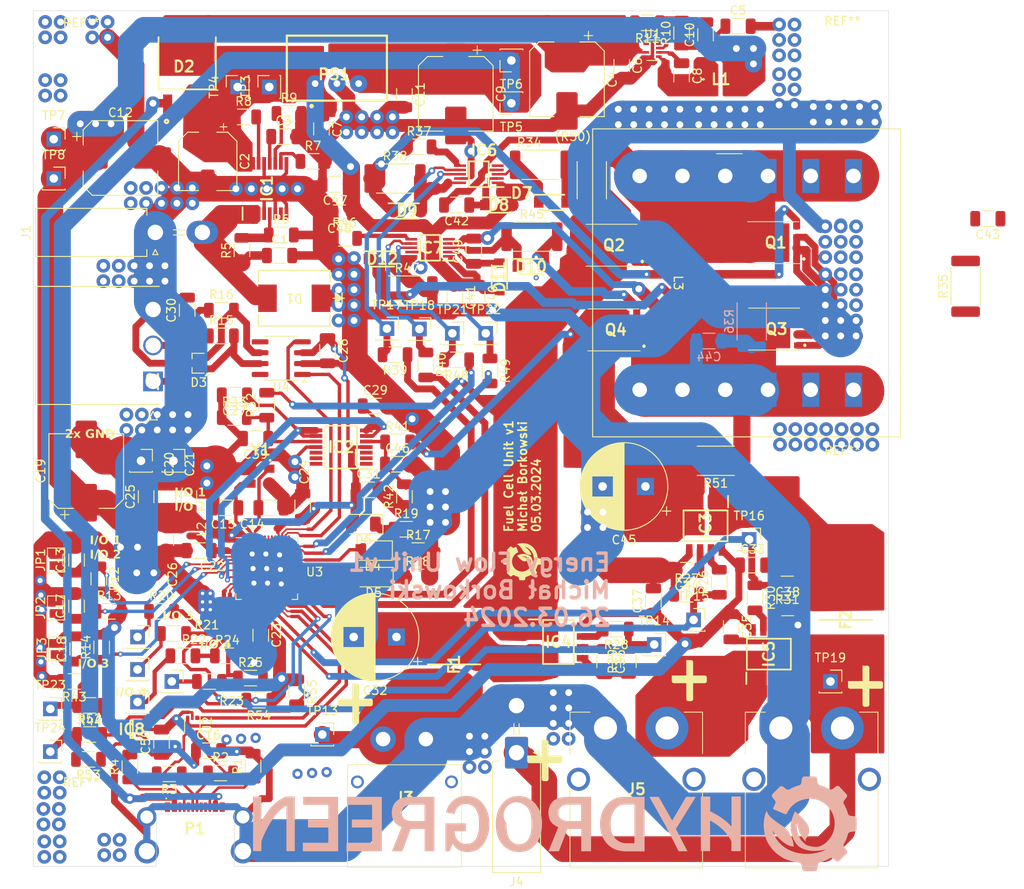
<source format=kicad_pcb>
(kicad_pcb (version 20240108) (generator "pcbnew") (generator_version "8.0")
  (layers (0 "F.Cu" signal) (31 "B.Cu" signal) (34 "B.Paste" user) (35 "F.Paste" user) (36 "B.SilkS" user "B.Silkscreen") (37 "F.SilkS" user "F.Silkscreen") (38 "B.Mask" user) (39 "F.Mask" user) (44 "Edge.Cuts" user))
  (net 0 "")
  (net 1 "/VBUS")
  (net 2 "GND")
  (net 3 "Net-(IC1-OVP)")
  (net 5 "Net-(IC1-IMON)")
  (net 6 "Net-(IC1-ILIM)")
  (net 7 "Net-(IC1-DVDT)")
  (net 8 "Net-(IC1-~{FLT})")
  (net 9 "+12V")
  (net 10 "/Converter/MC_c2")
  (net 11 "/Converter/SC_c1")
  (net 12 "/Converter/FC+")
  (net 13 "/Converter/FC_c1")
  (net 14 "/Converter/MC_c1")
  (net 15 "Net-(U1-SW)")
  (net 16 "+3.3V")
  (net 20 "/Converter/SC_V")
  (net 21 "/IO/SC_Voltage_MCU")
  (net 22 "/IO/FC_Voltage_MCU")
  (net 23 "/Converter/FC_V")
  (net 27 "/MCU/XTAL_N")
  (net 28 "/MCU/XTAL_P")
  (net 29 "Net-(P1-CC)")
  (net 30 "Net-(P1-D+)")
  (net 31 "Net-(P1-D-)")
  (net 32 "Net-(P1-VCONN)")
  (net 33 "/MCU/USB_D-")
  (net 34 "/IO/CANH")
  (net 35 "Net-(U1-FB)")
  (net 36 "/IO/I{slash}O_4_MCU")
  (net 37 "/MCU/USB_D+")
  (net 38 "/MCU/RESET")
  (net 39 "/MCU/BOOT")
  (net 40 "/IO/I{slash}O_3_MCU")
  (net 41 "/IO/I{slash}O_2_MCU")
  (net 42 "/IO/I{slash}O_1_MCU")
  (net 44 "/Converter/Converter_ON_A_MCU")
  (net 45 "Net-(U1-VIN)")
  (net 46 "Net-(U1-BST)")
  (net 47 "Net-(U1-SS)")
  (net 48 "/IO/CANL")
  (net 49 "/IO/CAN_RX")
  (net 50 "/IO/CAN_TX")
  (net 53 "VDD3P3")
  (net 54 "/MCU/MCU_TEST")
  (net 55 "/Converter/Low_mosfet_A")
  (net 56 "/IO/LED_MCU_STATUS")
  (net 57 "/IO/LED_CAN_STATUS")
  (net 58 "Net-(D7-K)")
  (net 59 "Net-(D6-K)")
  (net 60 "Net-(D5-K)")
  (net 61 "Net-(IC3-VOUT)")
  (net 62 "Net-(IC4-VOUT)")
  (net 63 "Net-(IC5-VOUT)")
  (net 64 "/Converter/FC_c2")
  (net 65 "/Converter/SC_c2")
  (net 66 "Net-(IC6-RDT)")
  (net 67 "/Converter/Converter_PWM_B_MCU")
  (net 68 "Net-(D9-A)")
  (net 69 "Net-(IC6-EN)")
  (net 70 "Net-(IC6-IN)")
  (net 71 "Net-(D8-K)")
  (net 72 "+5V")
  (net 74 "Net-(IC3-FILTER)")
  (net 75 "Net-(IC4-FILTER)")
  (net 76 "Net-(IC5-FILTER)")
  (net 77 "/Converter/High_mosfet_B")
  (net 78 "Net-(D10-K)")
  (net 79 "Net-(IC7-RDT)")
  (net 80 "/Converter/Low_mosfet_B")
  (net 81 "Net-(D12-A)")
  (net 82 "Net-(IC7-EN)")
  (net 83 "Net-(IC7-IN)")
  (net 84 "/Converter/High_mosfet_A")
  (net 85 "/Converter/Bootstrap_B")
  (net 86 "/Converter/Bootstrap_A")
  (net 87 "Net-(D11-K)")
  (net 89 "Net-(R20-Pad1)")
  (net 90 "Net-(C30-Pad1)")
  (net 91 "Net-(R21-Pad1)")
  (net 92 "Net-(R22-Pad1)")
  (net 93 "Net-(R23-Pad1)")
  (net 101 "/Converter/MC_c_MCU")
  (net 102 "/IO/SDA_D_Pot_i2c_MCU")
  (net 103 "/Converter/Converter_PWM_A_MCU")
  (net 104 "/IO/SCL_D_Pot_i2c_MCU")
  (net 107 "/Converter/SC_c_MCU")
  (net 113 "/Converter/FC_c_MCU")
  (net 116 "/Converter/Converter_ON_B_MCU")
  (net 119 "Net-(R43-Pad1)")
  (net 120 "Net-(D4-K)")
  (net 121 "Net-(IC8-W)")
  (net 122 "Net-(R52-Pad1)")
  (net 123 "Net-(IC8-A)")
  (net 124 "Net-(C43-Pad2)")
  (net 125 "Net-(C44-Pad2)")
  (net 132 "/Power /Vin")
  (footprint "Connector_PinSocket_2.54mm:PinSocket_1x01_P2.54mm_Vertical" (layer "F.Cu") (at 112.6 58.9 90)
    (property "Reference" "TP3")
    (property "Value" "+12V")
  )
  (footprint "Connector_PinSocket_2.54mm:PinSocket_1x01_P2.54mm_Vertical" (layer "F.Cu") (at 87 131.6)
    (property "Reference" "TP23")
    (property "Value" "D_Pot_W")
  )
  (footprint "Lib:CSD19531Q5AT" (layer "F.Cu") (at 171.8 77.1)
    (property "Reference" "Q1")
    (property "Value" "CSD19531Q5AT" (hide yes))
  )
  (footprint "Resistor_SMD:R_1206_3216Metric" (layer "F.Cu") (at 93 124.4 90)
    (property "Reference" "R14")
    (property "Value" "10k")
  )
  (footprint "Jumper:SolderJumper-2_P1.3mm_Open_Pad1.0x1.5mm" (layer "F.Cu") (at 87.66875 119.8 90)
    (property "Reference" "JP2")
    (property "Value" "SolderJumper_2_Open")
  )
  (footprint "Diode_SMD:D_1206_3216Metric" (layer "F.Cu") (at 123.6 110 180)
    (property "Reference" "D6")
    (property "Value" "LED")
  )
  (footprint "Capacitor_SMD:CP_Elec_8x10.5" (layer "F.Cu") (at 134.4 59.7 -90)
    (property "Reference" "C9")
    (property "Value" "10u")
  )
  (footprint "Resistor_SMD:R_1206_3216Metric" (layer "F.Cu") (at 109.4 78 90)
    (property "Reference" "R5")
    (property "Value" "180k")
  )
  (footprint "Resistor_SMD:R_1206_3216Metric" (layer "F.Cu") (at 101.4 122.8)
    (property "Reference" "R21")
    (property "Value" "1k")
  )
  (footprint "Resistor_SMD:R_1206_3216Metric" (layer "F.Cu") (at 161.4 118.2)
    (property "Reference" "R27")
    (property "Value" "20k")
  )
  (footprint "Resistor_SMD:R_1206_3216Metric" (layer "F.Cu") (at 173.16 117 180)
    (property "Reference" "R31")
    (property "Value" "20k")
  )
  (footprint "Resistor_SMD:R_1206_3216Metric" (layer "F.Cu") (at 121.4 76.6)
    (property "Reference" "R46")
    (property "Value" "10k")
  )
  (footprint "Connector_PinSocket_2.54mm:PinSocket_1x01_P2.54mm_Vertical" (layer "F.Cu") (at 87 136.6)
    (property "Reference" "TP24")
    (property "Value" "D_Pot_A")
  )
  (footprint "Lib:CSD19531Q5AT" (layer "F.Cu") (at 171.9 87.2)
    (property "Reference" "Q3")
    (property "Value" "CSD19531Q5AT" (hide yes))
  )
  (footprint "Resistor_SMD:R_1206_3216Metric" (layer "F.Cu") (at 110.4 128)
    (property "Reference" "R25")
    (property "Value" "10k")
  )
  (footprint "Capacitor_THT:CP_Radial_D10.0mm_P5.00mm" (layer "F.Cu") (at 156.567677 105.6 180)
    (property "Reference" "C45")
    (property "Value" "100u 100V")
  )
  (footprint "Capacitor_SMD:C_1206_3216Metric" (layer "F.Cu") (at 119.4 89.73 -90)
    (property "Reference" "C28")
    (property "Value" "100n")
  )
  (footprint "Lib:SODFL3718X170N" (layer "F.Cu") (at 139.5 81.1 -90)
    (property "Reference" "D11")
    (property "Value" "SKL120-AQ" (hide yes))
  )
  (footprint "Lib:SODFL3718X170N" (layer "F.Cu") (at 143.2 79.9)
    (property "Reference" "D10")
    (property "Value" "SKL120-AQ" (hide yes))
  )
  (footprint "Package_TO_SOT_SMD:SOT-323_SC-70" (layer "F.Cu") (at 104.3 91.195 180)
    (property "Reference" "D3")
    (property "Value" "SP0502BAJT")
  )
  (footprint "Jumper:SolderJumper-2_P1.3mm_Open_Pad1.0x1.5mm" (layer "F.Cu") (at 87.8 124.6 90)
    (property "Reference" "JP3")
    (property "Value" "SolderJumper_2_Open")
  )
  (footprint "Package_SO:SOIC-8_3.9x4.9mm_P1.27mm" (layer "F.Cu") (at 114 90.6 180)
    (property "Reference" "U4")
    (property "Value" "SN65HVD232")
  )
  (footprint "Connector_PinSocket_2.54mm:PinSocket_1x01_P2.54mm_Vertical" (layer "F.Cu") (at 140.9 60.8 180)
    (property "Reference" "TP5")
    (property "Value" "+5V")
  )
  (footprint "Resistor_SMD:R_1206_3216Metric" (layer "F.Cu") (at 114.9 62)
    (property "Reference" "R9")
    (property "Value" "56k")
  )
  (footprint "Capacitor_SMD:C_1206_3216Metric" (layer "F.Cu") (at 90.06875 114.2 90)
    (property "Reference" "C13")
    (property "Value" "1u")
  )
  (footprint "Lib:SOIC127P606X204-8N" (layer "F.Cu") (at 163.6 110.2 -90)
    (property "Reference" "IC3")
    (property "Value" "ACHS-7123-000E" (hide yes))
  )
  (footprint "Connector_PinSocket_2.54mm:PinSocket_1x01_P2.54mm_Vertical" (layer "F.Cu") (at 97.2 130.8)
    (property "Reference" "TP11" (hide yes))
    (property "Value" "I/O 3")
  )
  (footprint "Connector_PinSocket_2.54mm:PinSocket_1x01_P2.54mm_Vertical" (layer "F.Cu") (at 178.2 128.4)
    (property "Reference" "TP19")
    (property "Value" "SC test")
  )
  (footprint "library:XT60PWM" (layer "F.Cu") (at 176 133.8375 180)
    (property "Reference" "J6")
    (property "Value" "SUPER CAPACITORS" (hide yes))
  )
  (footprint "Resistor_SMD:R_1206_3216Metric" (layer "F.Cu") (at 105.6 128.4)
    (property "Reference" "R23")
    (property "Value" "100R")
  )
  (footprint "Resistor_SMD:R_2512_6332Metric_Pad1.40x3.35mm_HandSolder" (layer "F.Cu") (at 150.3 69.8 90)
    (property "Reference" "(R50)")
    (property "Value" "0R")
  )
  (footprint "Resistor_SMD:R_1206_3216Metric" (layer "F.Cu") (at 130.9 91.4 -90)
    (property "Reference" "R40")
    (property "Value" "200R")
  )
  (footprint "Resistor_SMD:R_1206_3216Metric" (layer "F.Cu") (at 115.8 129.6 -90)
    (property "Reference" "R55")
    (property "Value" "4,7k")
  )
  (footprint "Lib:TSR-1-24120" (layer "F.Cu") (at 120.5 58.5)
    (property "Reference" "PS1")
    (property "Value" "TSR_1-2450" (hide yes))
  )
  (footprint "Resistor_SMD:R_1206_3216Metric" (layer "F.Cu") (at 117.7 67.6)
    (property "Reference" "R7")
    (property "Value" "100k")
  )
  (footprint "Capacitor_SMD:C_1206_3216Metric" (layer "F.Cu") (at 108.52 94.92 180)
    (property "Reference" "C27")
    (property "Value" "4n7")
  )
  (footprint "Diode_SMD:D_1206_3216Metric" (layer "F.Cu") (at 124.8 116.2 180)
    (property "Reference" "D5")
    (property "Value" "LED")
  )
  (footprint "Capacitor_SMD:C_1206_3216Metric" (layer "F.Cu") (at 114.3 64.7)
    (property "Reference" "C3")
    (property "Value" "2n7")
  )
  (footprint "MountingHole:MountingHole_3.2mm_M3" (layer "F.Cu") (at 179.6 105.6)
    (property "Reference" "REF**")
    (property "Value" "MountingHole_3.2mm_M3")
  )
  (footprint "Capacitor_SMD:C_1206_3216Metric" (layer "F.Cu") (at 134.5 72.7 180)
    (property "Reference" "C42")
    (property "Value" "100n 100V")
  )
  (footprint "Resistor_SMD:R_1206_3216Metric" (layer "F.Cu") (at 111.38 130.58 180)
    (property "Reference" "R54")
    (property "Value" "4,7k")
  )
  (footprint "Lib:SOIC127P606X204-8N" (layer "F.Cu") (at 146.4 123.775)
    (property "Reference" "IC4")
    (property "Value" "ACHS-7121-000E" (hide yes))
  )
  (footprint "Capacitor_SMD:C_1206_3216Metric" (layer "F.Cu") (at 136.9 83.5 -90)
    (property "Reference" "C40")
    (property "Value" "470n")
  )
  (footprint "Capacitor_SMD:C_1206_3216Metric" (layer "F.Cu") (at 105.5 136.5)
    (property "Reference" "C16")
    (property "Value" "100n")
  )
  (footprint "Capacitor_SMD:CP_Elec_8x10.5" (layer "F.Cu") (at 91.2 103.8 90)
    (property "Reference" "C19")
    (property "Value" "10u")
  )
  (footprint "Connector_PinSocket_2.54mm:PinSocket_1x01_P2.54mm_Vertical" (layer "F.Cu") (at 137.9 87.7)
    (property "Reference" "TP22")
    (property "Value" "PWM B test")
  )
  (footprint "Capacitor_SMD:C_1206_3216Metric" (layer "F.Cu") (at 161.4 115.4 180)
    (property "Reference" "C34")
    (property "Value" "1n")
  )
  (footprint "mbr:SOP65P640X120-17N" (layer "F.Cu") (at 112.325 70.7685 90)
    (property "Reference" "IC1")
    (property "Value" "LM76202QPWPRQ1" (hide yes))
  )
  (footprint "Resistor_SMD:R_1206_3216Metric" (layer "F.Cu") (at 138.4 92.1 -90)
    (property "Reference" "R49")
    (property "Value" "200R")
  )
  (footprint "Capacitor_SMD:C_1206_3216Metric" (layer "F.Cu") (at 125 96.2)
    (property "Reference" "C29")
    (property "Value" "4n7")
  )
  (footprint "Resistor_SMD:R_1206_3216Metric" (layer "F.Cu") (at 102.5 125.4)
    (property "Reference" "R22")
    (property "Value" "100R")
  )
  (footprint "Resistor_SMD:R_1206_3216Metric" (layer "F.Cu") (at 153.16 122.275 180)
    (property "Reference" "R28")
    (property "Value" "10k")
  )
  (footprint "Capacitor_SMD:C_1206_3216Metric" (layer "F.Cu") (at 103.2 106.8 90)
    (property "Reference" "C21")
    (property "Value" "100n")
  )
  (footprint "Connector_PinSocket_2.54mm:PinSocket_1x01_P2.54mm_Vertical" (layer "F.Cu") (at 101.2 128.4)
    (property "Reference" "TP12" (hide yes))
    (property "Value" "I/O 4")
  )
  (footprint "Connector_PinSocket_2.54mm:PinSocket_1x01_P2.54mm_Vertical" (layer "F.Cu") (at 126.35 87.15)
    (property "Reference" "TP17")
    (property "Value" "EN A test")
  )
  (footprint "lib:TPSMCSeries_LTF" (layer "F.Cu") (at 115.513 83.6 180)
    (property "Reference" "D1")
    (property "Value" "TPSMC30CA")
  )
  (footprint "MountingHole:MountingHole_3.2mm_M3" (layer "F.Cu") (at 90.6 144.4)
    (property "Reference" "REF**")
    (property "Value" "MountingHole_3.2mm_M3")
  )
  (footprint "Resistor_SMD:R_1206_3216Metric" (layer "F.Cu") (at 93.86875 120.2)
    (property "Reference" "R13")
    (property "Value" "10k")
  )
  (footprint "Resistor_SMD:R_1206_3216Metric" (layer "F.Cu") (at 91.46 137.5 180)
    (property "Reference" "R53")
    (property "Value" "10k")
  )
  (footprint "Resistor_SMD:R_1206_3216Metric" (layer "F.Cu") (at 128.4 106.8 90)
    (property "Reference" "R42")
    (property "Value" "4k7")
  )
  (footprint "Resistor_SMD:R_1206_3216Metric" (layer "F.Cu") (at 112.3 96.1 90)
    (property "Reference" "R32")
    (property "Value" "68k")
  )
  (footprint "MountingHole:MountingHole_3.2mm_M3" (layer "F.Cu") (at 179.6 55.4)
    (property "Reference" "REF**")
    (property "Value" "MountingHole_3.2mm_M3")
  )
  (footprint "library:SRN3015TA4R7M" (layer "F.Cu") (at 165.4 58)
    (property "Reference" "L1")
    (property "Value" "4u7" (hide yes))
  )
  (footprint "Resistor_SMD:R_1206_3216Metric" (layer "F.Cu") (at 91.6 134.6)
    (property "Reference" "R52")
    (property "Value" "10k")
  )
  (footprint "library:XT60PWM" (layer "F.Cu") (at 155.5 133.8375 180)
    (property "Reference" "J5")
    (property "Value" "MOTOR CONTROLER" (hide yes))
  )
  (footprint "Capacitor_SMD:C_1206_3216Metric" (layer "F.Cu") (at 107.5 108.1 180)
    (property "Reference" "C15")
    (property "Value" "12p")
  )
  (footprint "Connector_PinSocket_2.54mm:PinSocket_1x01_P2.54mm_Vertical" (layer "F.Cu") (at 140.9 55.8 180)
    (property "Reference" "TP6")
    (property "Value" "+5V")
  )
  (footprint "Resistor_SMD:R_1206_3216Metric" (layer "F.Cu") (at 110.7 138.3 90)
    (property "Reference" "R1")
    (property "Value" "5k1")
  )
  (footprint "Capacitor_SMD:C_1206_3216Metric" (layer "F.Cu") (at 134.3 83.5 -90)
    (property "Reference" "C41")
    (property "Value" "10n")
  )
  (footprint "Capacitor_SMD:C_1206_3216Metric" (layer "F.Cu") (at 167.4 51.8)
    (property "Reference" "C5")
    (property "Value" "33n")
  )
  (footprint "Lib:SODFL3718X170N" (layer "F.Cu") (at 145.7 72.4)
    (property "Reference" "D7")
    (property "Value" "SKL120-AQ" (hide yes))
  )
  (footprint "Lib:39303035" (layer "F.Cu") (at 99.0129 93.31575 -90)
    (property "Reference" "J2")
    (property "Value" "CAN" (hide yes))
  )
  (footprint "Resistor_SMD:R_1206_3216Metric" (layer "F.Cu") (at 108.497164 97.538027)
    (property "Reference" "R33")
    (property "Value" "3k9")
  )
  (footprint "Resistor_SMD:R_1206_3216Metric" (layer "F.Cu") (at 107 88)
    (property "Reference" "R15")
    (property "Value" "60")
  )
  (footprint "Resistor_SMD:R_1206_3216Metric" (layer "F.Cu") (at 130.1 65.9)
    (property "Reference" "R37")
    (property "Value" "10k")
  )
  (footprint "Resistor_SMD:R_1206_3216Metric" (layer "F.Cu") (at 109.6 62.4)
    (property "Reference" "R8")
    (property "Value" "100k")
  )
  (footprint "Connector_PinSocket_2.54mm:PinSocket_1x01_P2.54mm_Vertical" (layer "F.Cu") (at 157.6 124.075)
    (property "Reference" "TP14")
    (property "Value" "FC_C_test")
  )
  (footprint "Capacitor_SMD:C_1206_3216Metric" (layer "F.Cu") (at 169.1 114.8)
    (property "Reference" "C33")
    (property "Value" "100n")
  )
  (footprint "Capacitor_SMD:C_1206_3216Metric" (layer "F.Cu") (at 104.4 113.1 180)
    (property "Reference" "C22")
    (property "Value" "100n")
  )
  (footprint "Capacitor_SMD:C_1206_3216Metric" (layer "F.Cu") (at 160.8 57.6 -90)
    (property "Reference" "C8")
    (property "Value" "100n")
  )
  (footprint "Connector_PinSocket_2.54mm:PinSocket_1x01_P2.54mm_Vertical" (layer "F.Cu") (at 97.6 102.6)
    (property "Reference" "TP1" (hide yes))
    (property "Value" "GND")
  )
  (footprint "Capacitor_SMD:C_1206_3216Metric" (layer "F.Cu") (at 100.5 111.8 -90)
    (property "Reference" "C26")
    (property "Value" "10n")
  )
  (footprint "Lib:SOT65P210X110-6N" (layer "F.Cu") (at 96.5 134 180)
    (property "Reference" "IC8")
    (property "Value" "MCP4018T-503E_LT" (hide yes))
  )
  (footprint "Resistor_SMD:R_2512_6332Metric" (layer "F.Cu") (at 194 82.2 90)
    (property "Reference" "R35")
    (property "Value" "100R 0,5W")
  )
  (footprint "Capacitor_SMD:C_1206_3216Metric" (layer "F.Cu") (at 151.8 126.075 -90)
    (property "Reference" "C36")
    (property "Value" "1n")
  )
  (footprint "Resistor_SMD:R_1206_3216Metric" (layer "F.Cu") (at 127.6 100.4)
    (property "Reference" "R41")
    (property "Value" "62k")
  )
  (footprint "Capacitor_SMD:C_1206_3216Metric" (layer "F.Cu") (at 116.5 107.9 90)
    (property "Reference" "C24")
    (property "Value" "100n")
  )
  (footprint "Lib:CSD19531Q5AT" (layer "F.Cu") (at 153.1 87.3)
    (property "Reference" "Q4")
    (property "Value" "CSD19531Q5AT" (hide yes))
  )
  (footprint "Capacitor_SMD:C_1206_3216Metric" (layer "F.Cu") (at 136.5 78.1 90)
    (property "Reference" "C49")
    (property "Value" "100n 100V")
  )
  (footprint "Capacitor_THT:CP_Radial_D10.0mm_P5.00mm" (layer "F.Cu") (at 127.467677 123.2 180)
    (property "Reference" "C32")
    (property "Value" "100u 100V")
  )
  (footprint "Resistor_SMD:R_1206_3216Metric" (layer "F.Cu") (at 128.6 110.6)
    (property "Reference" "R19")
    (property "Value" "1k")
  )
  (footprint "Resistor_SMD:R_1206_3216Metric" (layer "F.Cu") (at 169.38 118.62 -90)
    (property "Reference" "R30")
    (property "Value" "10k")
  )
  (footprint "library:KC3225K400000C1GE00" (layer "F.Cu") (at 111.5 104.4 180)
    (property "Reference" "Y1")
    (property "Value" "Crystal_GND24" (hide yes))
  )
  (footprint "Resistor_SMD:R_1206_3216Metric" (layer "F.Cu") (at 100.9 139.2 180)
    (property "Reference" "R3")
    (property "Value" "0")
  )
  (footprint "Lib:SOIC127P606X204-8N" (layer "F.Cu") (at 171 125.2 90)
    (property "Reference" "IC5")
    (property "Value" "ACHS-7123-000E" (hide yes))
  )
  (footprint "Capacitor_SMD:C_1206_3216Metric" (layer "F.Cu") (at 100 135.5 90)
    (property "Reference" "C50")
    (property "Value" "100n")
  )
  (footprint "Capacitor_SMD:C_1206_3216Metric" (layer "F.Cu") (at 153.8 56.4 -90)
    (property "Reference" "C6")
    (property "Value" "100n")
  )
  (footprint "library:2169900002" (layer "F.Cu") (at 103.9 145.94)
    (property "Reference" "P1")
    (property "Value" "USB_C_Plug_USB2.0" (hide yes))
  )
  (footprint "Capacitor_SMD:C_1206_3216Metric" (layer "F.Cu") (at 111 100 180)
    (property "Reference" "C39")
    (property "Value" "1n")
  )
  (footprint "Capacitor_SMD:C_1206_3216Metric" (layer "F.Cu") (at 98.2 106.8 90)
    (property "Reference" "C25")
    (property "Value" "1u")
  )
  (footprint "Resistor_SMD:R_1206_3216Metric" (layer "F.Cu") (at 89.8 128.4 180)
    (property "Reference" "R43")
    (property "Value" "10k")
  )
  (footprint "Capacitor_SMD:C_1206_3216Metric" (layer "F.Cu") (at 120.3 70.3 180)
    (property "Reference" "C47")
    (property "Value" "470n")
  )
  (footprint "Resistor_SMD:R_1206_3216Metric" (layer "F.Cu") (at 106.9 139.1)
    (property "Reference" "R2")
    (property "Value" "0")
  )
  (footprint "Connector_PinSocket_2.54mm:PinSocket_1x01_P2.54mm_Vertical" (layer "F.Cu") (at 87.4 69.6)
    (property "Reference" "TP8")
    (property "Value" "+3.3V")
  )
  (footprint "Connector_PinSocket_2.54mm:PinSocket_1x01_P2.54mm_Vertical" (layer "F.Cu") (at 130.15 87.2)
    (property "Reference" "TP18")
    (property "Value" "PWM A test")
  )
  (footprint "Capacitor_SMD:C_1206_3216Metric" (layer "F.Cu") (at 103 85 90)
    (property "Reference" "C30")
    (property "Value" "4n7")
  )
  (footprint "Resistor_SMD:R_1206_3216Metric" (layer "F.Cu") (at 107.7 125.4)
    (property "Reference" "R24")
    (property "Value" "10k")
  )
  (footprint "Connector_PinSocket_2.54mm:PinSocket_1x01_P2.54mm_Vertical" (layer "F.Cu") (at 168.7 111.8)
    (property "Reference" "TP16")
    (property "Value" "MC_C_test")
  )
  (footprint "Lib:SOP50P490X110-10N" (layer "F.Cu") (at 131.4 77.7 180)
    (property "Reference" "IC7")
    (property "Value" "LM5106MMX_NOPB" (hide yes))
  )
  (footprint "Resistor_SMD:R_1206_3216Metric" (layer "F.Cu") (at 154.58 126.055 90)
    (property "Reference" "R29")
    (property "Value" "20k")
  )
  (footprint "Connector_Molex:Molex_Mini-Fit_Jr_5569-02A2_2x01_P4.20mm_Horizontal" (layer "F.Cu") (at 99.275 75.9 90)
    (property "Reference" "J1")
    (property "Value" "Battery converter")
  )
  (footprint "Connector_PinSocket_2.54mm:PinSocket_1x01_P2.54mm_Vertical" (layer "F.Cu") (at 87.4 65)
    (property "Reference" "TP7")
    (property "Value" "+3.3V")
  )
  (footprint "Connector_PinSocket_2.54mm:PinSocket_1x01_P2.54mm_Vertical" (layer "F.Cu") (at 97.2 127)
    (property "Reference" "TP10" (hide yes))
    (property "Value" "I/O 2")
  )
  (footprint "Capacitor_SMD:CP_Elec_8x10.5" (layer "F.Cu") (at 95.2 67.2)
    (property "Reference" "C12")
    (property "Value" "100u")
  )
  (footprint "Resistor_SMD:R_1206_3216Metric" (layer "F.Cu") (at 92.66875 116.4 -90)
    (property "Reference" "R12")
    (property "Value" "10k")
  )
  (footprint "Capacitor_SMD:C_1206_3216Metric" (layer "F.Cu") (at 90.2 124.6 90)
    (property "Reference" "C18")
    (property "Value" "1u")
  )
  (footprint "Resistor_SMD:R_1206_3216Metric" (layer "F.Cu") (at 156.8 51.4 180)
    (property "Reference" "R11")
    (property "Value" "10k")
  )
  (footprint "Resistor_SMD:R_1206_3216Metric" (layer "F.Cu") (at 107 85)
    (property "Reference" "R16")
    (property "Value" "60")
  )
  (footprint "mbr:FUSC8664X180N" (layer "F.Cu") (at 180 121.2 90)
    (property "Reference" "F2")
    (property "Value" "5A" (hide yes))
  )
  (footprint "Capacitor_SMD:C_1206_3216Metric" (layer "F.Cu") (at 166.6 122 -90)
    (property "Reference" "C35")
    (property "Value" "100n")
  )
  (footprint "Capacitor_SMD:C_1206_3216Metric" (layer "F.Cu") (at 120.8 73.6 180)
    (property "Reference" "C48")
    (property "Value" "10n")
  )
  (footprint "Resistor_SMD:R_1206_3216Metric" (layer "F.Cu") (at 130 113.1)
    (property "Reference" "R17")
    (property "Value" "1k")
  )
  (footprint "Resistor_SMD:R_2512_6332Metric" (layer "F.Cu") (at 128.7 82.7)
    (property "Reference" "R47")
    (property "Value" "10R 2W")
  )
  (footprint "Resistor_SMD:R_1206_3216Metric" (layer "F.Cu") (at 127.3 90.2 180)
    (property "Reference" "R39")
    (property "Value" "200R")
  )
  (footprint "Capacitor_SMD:C_1206_3216Metric" (layer "F.Cu") (at 163.6 52.8 90)
    (property "Reference" "C10")
    (property "Value" "47p")
  )
  (footprint "Package_DFN_QFN:QFN-56-1EP_7x7mm_P0.4mm_EP5.6x5.6mm" (layer "F.Cu") (at 112.3 115.2)
    (property "Reference" "U3")
    (property "Value" "ESP32-S3FN8")
  )
  (footprint "Resistor_SMD:R_2512_6332Metric" (layer "F.Cu") (at 144.3 68)
    (property "Reference" "R34")
    (property "Value" "10R 2W")
  )
  (footprint "Resistor_SMD:R_1206_3216Metric" (layer "F.Cu") (at 96.3 138.4 90)
    (property "Reference" "R4")
    (property "Value" "5k1")
  )
  (footprint "Capacitor_SMD:C_1206_3216Metric" (layer "F.Cu") (at 118.7 63.8 -90)
    (property "Reference" "C7")
    (property "Value" "100n")
  )
  (footprint "Capacitor_SMD:C_1206_3216Metric" (layer "F.Cu") (at 157.5 119 90)
    (property "Reference" "C37")
    (property "Value" "100n")
  )
  (footprint "Resistor_SMD:R_2512_6332Metric" (layer "F.Cu") (at 143.3 76.4)
    (property "Reference" "R45")
    (property "Value" "10R 2W")
  )
  (footprint "Resistor_SMD:R_1206_3216Metric" (layer "F.Cu") (at 91.6 131.2 180)
    (property "Reference" "R44")
    (property "Value" "10k")
  )
  (footprint "Capacitor_SMD:C_1206_3216Metric" (layer "F.Cu") (at 128.4 59.8 -90)
    (property "Reference" "C11")
    (property "Value" "100n")
  )
  (footprint "Resistor_SMD:R_1206_3216Metric" (layer "F.Cu") (at 134.5 90.8 180)
    (property "Reference" "R48")
    (property "Value" "200R")
  )
  (footprint "Lib:CSD19531Q5AT" (layer "F.Cu") (at 152.9 77.4)
    (property "Reference" "Q2")
    (property "Value" "CSD19531Q5AT" (hide yes))
  )
  (footprint "Connector_PinSocket_2.54mm:PinSocket_1x01_P2.54mm_Vertical" (layer "F.Cu") (at 118.8 134.6)
    (property "Reference" "TP13")
    (property "Value" "FC test")
  )
  (footprint "Lib:SODFL3718X170N" (layer "F.Cu") (at 139.4 72.7)
    (property "Reference" "D8")
    (property "Value" "SKL120-AQ" (hide yes))
  )
  (footprint "Capacitor_SMD:C_1206_3216Metric" (layer "F.Cu") (at 124.2 106)
    (property "Reference" "C31")
    (property "Value" "100n")
  )
  (footprint "Inductor_SMD:L_0402_1005Metric" (layer "F.Cu") (at 103.3 110.9 -90)
    (property "Reference" "L2")
    (property "Value" "2n")
  )
  (footprint "Lib:SODFL3718X170N" (layer "F.Cu") (at 128.7 73.4)
    (property "Reference" "D9")
    (property "Value" "SKL120-AQ" (hide yes))
  )
  (footprint "Lib:SODFL3718X170N" (layer "F.Cu") (at 125.8 79)
    (property "Reference" "D12")
    (property "Value" "SKL120-AQ" (hide yes))
  )
  (footprint "Resistor_SMD:R_2512_6332Metric_Pad1.40x3.35mm_HandSolder" (layer "F.Cu") (at 164.8 102.6 180)
    (property "Reference" "R51")
    (property "Value" "0R")
  )
  (footprint "Capacitor_SMD:C_1206_3216Metric" (layer "F.Cu") (at 111.6 123 -90)
    (property "Reference" "C23")
    (property "Value" "100n")
  )
  (footprint "Package_TO_SOT_SMD:SOT-583-8" (layer "F.Cu") (at 157.4 54.6)
    (property "Reference" "U1")
    (property "Value" "TPS62933")
  )
  (footprint "Jumper:SolderJumper-2_P1.3mm_Open_Pad1.0x1.5mm" (layer "F.Cu") (at 87.66875 114.2 90)
    (property "Reference" "JP1")
    (property "Value" "SolderJumper_2_Open")
  )
  (footprint "MountingHole:MountingHole_3.2mm_M3" (layer "F.Cu") (at 90.6 55.6)
    (property "Reference" "REF**")
    (property "Value" "MountingHole_3.2mm_M3")
  )
  (footprint "Capacitor_SMD:C_1206_3216Metric" (layer "F.Cu") (at 112.8 108.1)
    (property "Reference" "C14")
    (property "Value" "12p")
  )
  (footprint "Capacitor_SMD:C_1206_3216Metric" (layer "F.Cu") (at 127.6 103)
    (property "Reference" "C46")
    (property "Value" "1n")
  )
  (footprint "Resistor_SMD:R_1206_3216Metric" (layer "F.Cu") (at 160.8 52.6 90)
    (property "Reference" "R10")
    (property "Value" "32k")
  )
  (footprint "Inductor_THT_Wurth:L_Wurth_WE-HCFT-2012_LeadDiameter1.2mm" (layer "F.Cu") (at 168.4 81.8 -90)
    (property "Reference" "L3")
    (property "Value" "700uH")
  )
  (footprint "MBRD20100CT-13:TO252_(DPAK)_1" (layer "F.Cu") (at 103 61.0795)
    (property "Reference" "D2")
    (property "Value" "MBRD20100CT-13" (hide yes))
  )
  (footprint "Connector_PinSocket_2.54mm:PinSocket_1x01_P2.54mm_Vertical" (layer "F.Cu") (at 108.9 58.9 90)
    (property "Reference" "TP4")
    (property "Value" "+12V")
  )
  (footprint "Resistor_SMD:R_2512_6332Metric" (layer "F.Cu") (at 127.3 69.6)
    (property "Reference" "R38")
    (property "Value" "10R 2W")
  )
  (footprint "library:XT30PWF" (layer "F.Cu") (at 130.9 135.1375 180)
    (property "Reference" "J3")
    (property "Value" "FUEL CELL" (hide yes))
  )
  (footprint "Resistor_SMD:R_1206_3216Metric" (layer "F.Cu") (at 129.95 116.2)
    (property "Reference" "R18")
    (property "Value" "1k")
  )
  (footprint "Connector_PinSocket_2.54mm:PinSocket_1x01_P2.54mm_Vertical" (layer "F.Cu") (at 162.2 121.2)
    (property "Reference" "TP15")
    (property "Value" "SC_C_test")
  )
  (footprint "Capacitor_SMD:C_1206_3216Metric" (layer "F.Cu") (at 113.8 78.6)
    (property "Reference" "C1")
    (property "Value" "1u")
  )
  (footprint "Connector_Molex:Molex_Mini-Fit_Jr_5569-02A2_2x01_P4.20mm_Horizontal" (layer "F.Cu") (at 141.5 136.725 180)
    (property "Reference" "J4")
    (property "Value" "Joulemeter")
  )
  (footprint "Resistor_SMD:R_1206_3216Metric" (layer "F.Cu") (at 100 120.2)
    (property "Reference" "R20")
    (property "Value" "1k")
  )
  (footprint "Resistor_SMD:R_1206_3216Metric" (layer "F.Cu") (at 165.2 116.8 90)
    (property "Reference" "R26")
    (property "Value" "10k")
  )
  (footprint "Connector_PinSocket_2.54mm:PinSocket_1x01_P2.54mm_Vertical" (layer "F.Cu") (at 134 87.7)
    (property "Reference" "TP21")
    (property "Value" "EN B test")
  )
  (footprint "Lib:SOP50P490X110-10N" (layer "F.Cu") (at 137.1 69.1 180)
    (property "Reference" "IC6")
    (property "Value" "LM5106MMX_NOPB" (hide yes))
  )
  (footprint "Resistor_SMD:R_1206_3216Metric" (layer "F.Cu") (at 114 76.2)
    (property "Reference" "R6")
    (property "Value" "12k")
  )
  (footprint "Capacitor_SMD:C_1206_3216Metric" (layer "F.Cu") (at 173.2 119.8)
    (property "Reference" "C38")
    (property "Value" "1n")
  )
  (footprint "library:SOP65P640X120-14N" (layer "F.Cu") (at 121 101 180)
    (property "Reference" "IC2")
    (property "Value" "AD8544ARUZ-REEL" (hide yes))
  )
  (footprint "Diode_SMD:D_1206_3216Metric" (layer "F.Cu") (at 124.7 113.1 180)
    (property "Reference" "D4")
    (property "Value" "LED")
  )
  (footprint "Package_TO_SOT_SMD:SOT-666" (layer "F.Cu") (at 103.6 133.5 -90)
    (property "Reference" "U2")
    (property "Value" "USBLC6-2P6")
  )
  (footprint "Capacitor_SMD:CP_Elec_8x10.5" (layer "F.Cu") (at 147.4 58 -90)
    (property "Reference" "C4")
    (property "Value" "10u")
  )
  (footprint "Connector_PinSocket_2.54mm:PinSocket_1x01_P2.54mm_Vertical" (layer "F.Cu") (at 97.2 123.2)
    (property "Reference" "TP9" (hide yes))
    (property "Value" "I/O 1")
  )
  (footprint "mbr:FUSC8664X180N" (layer "F.Cu") (at 134.2 126.4 90)
    (property "Reference" "F1")
    (property "Value" "5A" (hide yes))
  )
  (footprint "Connector_PinSocket_2.54mm:PinSocket_1x01_P2.54mm_Vertical" (layer "F.Cu") (at 101.4 102.6)
    (property "Reference" "TP2" (hide yes))
    (property "Value" "GND")
  )
  (footprint "Capacitor_SMD:CP_Elec_6.3x7.7" (layer "F.Cu") (at 105.4 67.6 -90)
    (property "Reference" "C2")
    (property "Value" "47u")
  )
  (footprint "Capacitor_SMD:C_1206_3216Metric" (layer "F.Cu") (at 196.6 74.3 180)
    (property "Reference" "C43")
    (property "Value" "100p 100V")
  )
  (footprint "Capacitor_SMD:C_1206_3216Metric" (layer "F.Cu") (at 90.06875 119.6 90)
    (property "Reference" "C17")
    (property "Value" "1u")
  )
  (footprint "Capacitor_SMD:C_1206_3216Metric" (layer "F.Cu") (at 100.7 106.8 90)
    (property "Reference" "C20")
    (property "Value" "1u")
  )
  (footprint "Resistor_SMD:R_2512_6332Metric" (layer "B.Cu") (at 169 86.3 -90)
    (property "Reference" "R36")
    (property "Value" "100R 0,5W")
  )
  (footprint "Capacitor_SMD:C_1206_3216Metric" (layer "B.Cu") (at 164 88.6)
    (property "Reference" "C44")
    (property "Value" "100p 100V")
  )
  (gr_poly (pts (xy 175.135249 139.505019) (xy 175.119495 139.507629) (xy 175.104007 139.511126) (xy 175.088802 139.515487) (xy 175.073898 139.520692) (xy 175.059311 139.526717) (xy 175.045058 139.533542) (xy 175.031157 139.541145) (xy 175.017624 139.549503) (xy 175.004476 139.558595) (xy 174.99173 139.568399) (xy 174.979403 139.578894) (xy 174.967512 139.590058) (xy 174.956074 139.601868) (xy 174.934625 139.627341) (xy 174.915191 139.65514) (xy 174.897909 139.685089) (xy 174.882913 139.717016) (xy 174.870339 139.750744) (xy 174.860324 139.786101) (xy 174.853002 139.82291) (xy 174.848509 139.860999) (xy 174.847366 139.880469) (xy 174.846982 139.900192) (xy 174.794065 140.244151) (xy 174.792556 140.257676) (xy 174.790516 140.270964) (xy 174.787957 140.28401) (xy 174.784892 140.296809) (xy 174.781334 140.309356) (xy 174.777293 140.321646) (xy 174.772782 140.333675) (xy 174.767813 140.345437) (xy 174.762399 140.356927) (xy 174.756551 140.368142) (xy 174.750282 140.379076) (xy 174.743603 140.389723) (xy 174.736527 140.400081) (xy 174.729066 140.410142) (xy 174.713036 140.429359) (xy 174.695612 140.447336) (xy 174.676889 140.464034) (xy 174.656964 140.479414) (xy 174.635935 140.493438) (xy 174.613898 140.506066) (xy 174.590951 140.517261) (xy 174.567189 140.526982) (xy 174.542711 140.535192) (xy 174.398895 140.57736) (xy 174.25539 140.624489) (xy 174.112504 140.676579) (xy 173.970549 140.73363) (xy 173.829834 140.795642) (xy 173.69067 140.862614) (xy 173.553365 140.934548) (xy 173.418232 141.011442) (xy 173.39561 141.022918) (xy 173.372446 141.032552) (xy 173.348817 141.040365) (xy 173.324801 141.046375) (xy 173.300474 141.050603) (xy 173.275915 141.053067) (xy 173.2512 141.053788) (xy 173.226409 141.052783) (xy 173.201617 141.050073) (xy 173.176902 141.045678) (xy 173.152343 141.039615) (xy 173.128017 141.031906) (xy 173.104 141.022569) (xy 173.080371 141.011623) (xy 173.057207 140.999088) (xy 173.034586 140.984984) (xy 172.756774 140.773317) (xy 172.74174 140.758822) (xy 172.726423 140.745105) (xy 172.71085 140.732168) (xy 172.695046 140.720013) (xy 172.679039 140.708643) (xy 172.662855 140.69806) (xy 172.646521 140.688267) (xy 172.630063 140.679266) (xy 172.613508 140.67106) (xy 172.596884 140.66365) (xy 172.580215 140.65704) (xy 172.56353 140.651232) (xy 172.546854 140.646228) (xy 172.530215 140.64203) (xy 172.513638 140.638642) (xy 172.497151 140.636065) (xy 172.480781 140.634302) (xy 172.464553 140.633355) (xy 172.448495 140.633227) (xy 172.432633 140.63392) (xy 172.416994 140.635437) (xy 172.401605 140.63778) (xy 172.386491 140.640951) (xy 172.371681 140.644953) (xy 172.3572 140.649788) (xy 172.343075 140.655459) (xy 172.329332 140.661969) (xy 172.316 140.669318) (xy 172.303103 140.677511) (xy 172.290668 140.686549) (xy 172.278723 140.696435) (xy 172.267294 140.707171) (xy 171.433857 141.553838) (xy 171.42312 141.565305) (xy 171.413234 141.577357) (xy 171.404196 141.589963) (xy 171.396004 141.603086) (xy 171.388654 141.616694) (xy 171.382145 141.630752) (xy 171.376474 141.645227) (xy 171.371638 141.660085) (xy 171.367636 141.675292) (xy 171.364465 141.690813) (xy 171.362122 141.706616) (xy 171.360605 141.722665) (xy 171.359912 141.738928) (xy 171.36004 141.75537) (xy 171.360987 141.771958) (xy 171.36275 141.788656) (xy 171.365327 141.805433) (xy 171.368715 141.822252) (xy 171.372913 141.839082) (xy 171.377917 141.855887) (xy 171.383725 141.872635) (xy 171.390336 141.88929) (xy 171.397745 141.905819) (xy 171.405952 141.922188) (xy 171.414953 141.938364) (xy 171.424746 141.954312) (xy 171.435328 141.969998) (xy 171.446698 141.985388) (xy 171.458853 142.00045) (xy 171.47179 142.015148) (xy 171.485508 142.029448) (xy 171.500002 142.043318) (xy 171.711669 142.32113) (xy 171.725773 142.341571) (xy 171.738308 142.363117) (xy 171.749254 142.385632) (xy 171.758591 142.40898) (xy 171.7663 142.433026) (xy 171.772363 142.457633) (xy 171.776758 142.482667) (xy 171.779468 142.507992) (xy 171.780472 142.533472) (xy 171.779752 142.558971) (xy 171.777288 142.584354) (xy 171.77306 142.609484) (xy 171.76705 142.634228) (xy 171.759237 142.658448) (xy 171.749603 142.682009) (xy 171.738127 142.704776) (xy 171.678803 142.815984) (xy 171.620719 142.929672) (xy 171.565115 143.04336) (xy 171.513232 143.154568) (xy 171.509742 143.162046) (xy 171.506711 143.169589) (xy 171.50413 143.177186) (xy 171.501992 143.184824) (xy 171.50029 143.192491) (xy 171.499017 143.200175) (xy 171.498166 143.207864) (xy 171.497729 143.215546) (xy 171.497698 143.223208) (xy 171.498068 143.230839) (xy 171.49883 143.238426) (xy 171.499977 143.245957) (xy 171.501501 143.253421) (xy 171.503397 143.260805) (xy 171.505656 143.268096) (xy 171.508271 143.275284) (xy 171.511234 143.282355) (xy 171.51454 143.289298) (xy 171.518179 143.2961) (xy 171.522146 143.30275) (xy 171.526432 143.309235) (xy 171.531031 143.315543) (xy 171.535935 143.321662) (xy 171.541137 143.32758) (xy 171.546629 143.333285) (xy 171.552405 143.338765) (xy 171.558458 143.344007) (xy 171.564779 143.349) (xy 171.571361 143.353731) (xy 171.578198 143.358189) (xy 171.585282 143.362361) (xy 171.592606 143.366234) (xy 172.902294 143.90863) (xy 172.909772 143.912119) (xy 172.917315 143.915151) (xy 172.924912 143.917732) (xy 172.93255 143.91987) (xy 172.940217 143.921571) (xy 172.947902 143.922844) (xy 172.95559 143.923696) (xy 172.963272 143.924133) (xy 172.970934 143.924163) (xy 172.978565 143.923794) (xy 172.986152 143.923032) (xy 172.993684 143.921885) (xy 173.001147 143.92036) (xy 173.008531 143.918465) (xy 173.015822 143.916206) (xy 173.02301 143.913591) (xy 173.030081 143.910627) (xy 173.037024 143.907322) (xy 173.043826 143.903682) (xy 173.050476 143.899716) (xy 173.056961 143.89543) (xy 173.063269 143.890831) (xy 173.069388 143.885927) (xy 173.075306 143.880725) (xy 173.081011 143.875232) (xy 173.086491 143.869456) (xy 173.091733 143.863404) (xy 173.096726 143.857083) (xy 173.101457 143.8505) (xy 173.105915 143.843663) (xy 173.110086 143.836579) (xy 173.11396 143.829255) (xy 173.144811 143.75779) (xy 173.177832 143.687274) (xy 173.213023 143.617727) (xy 173.250386 143.549169) (xy 173.289918 143.481618) (xy 173.331621 143.415094) (xy 173.375494 143.349617) (xy 173.421538 143.285206) (xy 173.469752 143.221879) (xy 173.520137 143.159658) (xy 173.572692 143.09856) (xy 173.627417 143.038606) (xy 173.684313 142.979814) (xy 173.743379 142.922205) (xy 173.804616 142.865796) (xy 173.868023 142.810609) (xy 173.972517 142.725305) (xy 174.079989 142.645506) (xy 174.190237 142.571216) (xy 174.30306 142.502437) (xy 174.418257 142.439171) (xy 174.535627 142.38142) (xy 174.654968 142.329188) (xy 174.77608 142.282476) (xy 174.898762 142.241287) (xy 175.022812 142.205623) (xy 175.14803 142.175488) (xy 175.274215 142.150882) (xy 175.401165 142.131809) (xy 175.528679 142.118271) (xy 175.656557 142.11027) (xy 175.784597 142.10781) (xy 175.912598 142.110891) (xy 176.04036 142.119518) (xy 176.167681 142.133691) (xy 176.294359 142.153414) (xy 176.420195 142.178689) (xy 176.544987 142.209519) (xy 176.668533 142.245905) (xy 176.790634 142.28785) (xy 176.911087 142.335357) (xy 177.029692 142.388429) (xy 177.146248 142.447067) (xy 177.260554 142.511273) (xy 177.372408 142.581051) (xy 177.481609 142.656403) (xy 177.587957 142.737331) (xy 177.691251 142.823838) (xy 177.7833 142.907143) (xy 177.87093 142.993256) (xy 178.032936 143.173352) (xy 178.177268 143.36302) (xy 178.303927 143.561157) (xy 178.412912 143.766658) (xy 178.504225 143.978419) (xy 178.577864 144.195334) (xy 178.633829 144.416299) (xy 178.672121 144.64021) (xy 178.69274 144.865961) (xy 178.695686 145.09245) (xy 178.680958 145.318569) (xy 178.648557 145.543217) (xy 178.598483 145.765286) (xy 178.530735 145.983674) (xy 178.445314 146.197275) (xy 178.417408 146.256496) (xy 178.388263 146.315097) (xy 178.357877 146.373078) (xy 178.326251 146.430439) (xy 178.293385 146.48718) (xy 178.259279 146.5433) (xy 178.223932 146.598801) (xy 178.187345 146.653681) (xy 178.149518 146.707942) (xy 178.11045 146.761582) (xy 178.070143 146.814602) (xy 178.028595 146.867002) (xy 177.985807 146.918781) (xy 177.941778 146.969941) (xy 177.89651 147.020481) (xy 177.850001 147.0704) (xy 177.790366 147.133084) (xy 177.760355 147.163127) (xy 177.730112 147.192356) (xy 177.699558 147.220811) (xy 177.668617 147.248528) (xy 177.63721 147.275549) (xy 177.605261 147.30191) (xy 177.572692 147.327651) (xy 177.539426 147.352811) (xy 177.505384 147.377429) (xy 177.470489 147.401542) (xy 177.434665 147.425191) (xy 177.397832 147.448413) (xy 177.359915 147.471247) (xy 177.320835 147.493733) (xy 177.228696 147.544118) (xy 177.146788 147.586751) (xy 177.107831 147.605452) (xy 177.069222 147.622563) (xy 177.030226 147.638201) (xy 176.990105 147.652484) (xy 176.948125 147.665525) (xy 176.903547 147.677443) (xy 176.855637 147.688353) (xy 176.803657 147.698372) (xy 176.746871 147.707616) (xy 176.684542 147.7162) (xy 176.615935 147.724242) (xy 176.540313 147.731858) (xy 176.49104 147.733396) (xy 176.43324 147.732995) (xy 176.296401 147.726071) (xy 176.138478 147.710464) (xy 176.054323 147.699212) (xy 175.968152 147.685556) (xy 175.881052 147.66942) (xy 175.794106 147.650726) (xy 175.708401 147.629397) (xy 175.625021 147.605354) (xy 175.545052 147.578521) (xy 175.469578 147.54882) (xy 175.399686 147.516174) (xy 175.33646 147.480504) (xy 175.273957 147.43322) (xy 175.198587 147.372603) (xy 175.114845 147.301445) (xy 175.027228 147.222535) (xy 174.983371 147.181045) (xy 174.940231 147.138664) (xy 174.89837 147.095741) (xy 174.85835 147.052623) (xy 174.820732 147.009661) (xy 174.78608 146.967202) (xy 174.754955 146.925596) (xy 174.727918 146.885192) (xy 174.663277 146.775877) (xy 174.603326 146.666135) (xy 174.548103 146.555851) (xy 174.497648 146.444908) (xy 174.451998 146.33319) (xy 174.411193 146.220581) (xy 174.375271 146.106964) (xy 174.344272 145.992223) (xy 174.318234 145.876242) (xy 174.297195 145.758904) (xy 174.281194 145.640093) (xy 174.270271 145.519694) (xy 174.264464 145.397589) (xy 174.263812 145.273662) (xy 174.268353 145.147798) (xy 174.278126 145.019879) (xy 174.278278 145.015067) (xy 174.278721 145.010526) (xy 174.279434 145.006217) (xy 174.2804 145.002103) (xy 174.281598 144.998143) (xy 174.28301 144.9943) (xy 174.284615 144.990534) (xy 174.286395 144.986806) (xy 174.288329 144.983079) (xy 174.290399 144.979313) (xy 174.294869 144.97151) (xy 174.299649 144.963087) (xy 174.302107 144.958546) (xy 174.304584 144.953733) (xy 174.333319 145.105123) (xy 174.365175 145.256377) (xy 174.400479 145.407049) (xy 174.439563 145.556694) (xy 174.482755 145.704867) (xy 174.530384 145.851121) (xy 174.582781 145.995011) (xy 174.640274 146.136091) (xy 174.703193 146.273915) (xy 174.771868 146.408038) (xy 174.846628 146.538014) (xy 174.927802 146.663397) (xy 175.015719 146.783742) (xy 175.11071 146.898602) (xy 175.213104 147.007533) (xy 175.323229 147.110088) (xy 175.318427 147.085164) (xy 175.313954 147.060143) (xy 175.306073 147.010663) (xy 175.299743 146.963353) (xy 175.297208 146.941045) (xy 175.295118 146.919919) (xy 175.293494 146.900189) (xy 175.292354 146.882066) (xy 175.291717 146.865766) (xy 175.291604 146.8515) (xy 175.292034 146.839482) (xy 175.293025 146.829925) (xy 175.294598 146.823042) (xy 175.295609 146.82067) (xy 175.296772 146.819047) (xy 175.468752 146.607381) (xy 175.48198 146.580922) (xy 175.528809 146.503721) (xy 175.570114 146.425918) (xy 175.605955 146.347535) (xy 175.636389 146.26859) (xy 175.661475 146.189101) (xy 175.68127 146.10909) (xy 175.695834 146.028575) (xy 175.705223 145.947576) (xy 175.709496 145.866111) (xy 175.708711 145.784201) (xy 175.702926 145.701864) (xy 175.6922 145.61912) (xy 175.676591 145.535989) (xy 175.656156 145.45249) (xy 175.630954 145.368642) (xy 175.601043 145.284464) (xy 175.599841 145.284426) (xy 175.598715 145.284315) (xy 175.59766 145.284137) (xy 175.596677 145.283895) (xy 175.595761 145.283596) (xy 175.59491 145.283243) (xy 175.594122 145.282842) (xy 175.593395 145.282397) (xy 175.592726 145.281913) (xy 175.592113 145.281395) (xy 175.591553 145.280849) (xy 175.591044 145.280278) (xy 175.590583 145.279688) (xy 175.590168 145.279083) (xy 175.589797 145.278468) (xy 175.589468 145.277849) (xy 175.589177 145.27723) (xy 175.588922 145.276615) (xy 175.588512 145.27542) (xy 175.588218 145.274303) (xy 175.588021 145.273302) (xy 175.587901 145.272455) (xy 175.58784 145.271803) (xy 175.587814 145.271234) (xy 175.566907 145.219603) (xy 175.543966 145.168864) (xy 175.519126 145.118977) (xy 175.492522 145.069903) (xy 175.464291 145.021605) (xy 175.434567 144.974044) (xy 175.403487 144.92718) (xy 175.371186 144.880975) (xy 175.3378 144.83539) (xy 175.303464 144.790386) (xy 175.232487 144.701968) (xy 175.159339 144.61541) (xy 175.085105 144.530402) (xy 174.989065 144.427437) (xy 174.889768 144.326797) (xy 174.787682 144.228327) (xy 174.683269 144.131873) (xy 174.576997 144.037279) (xy 174.469329 143.944391) (xy 174.360731 143.853053) (xy 174.251668 143.76311) (xy 174.239113 143.75086) (xy 174.226269 143.7389) (xy 174.213152 143.727211) (xy 174.199784 143.715775) (xy 174.17237 143.69358) (xy 174.14418 143.67216) (xy 174.115371 143.65136) (xy 174.086096 143.631025) (xy 174.026772 143.591131) (xy 174.02444 143.596089) (xy 174.02238 143.601027) (xy 174.020551 143.605927) (xy 174.018917 143.610768) (xy 174.017438 143.615532) (xy 174.016075 143.620199) (xy 174.013543 143.629165) (xy 174.012296 143.633425) (xy 174.011011 143.637511) (xy 174.009648 143.641403) (xy 174.008169 143.645081) (xy 174.006535 143.648528) (xy 174.004707 143.651722) (xy 174.003708 143.653218) (xy 174.002646 143.654645) (xy 174.001517 143.655998) (xy 174.000314 143.657277) (xy 173.941506 143.801196) (xy 173.884559 143.945425) (xy 173.830092 144.090274) (xy 173.778725 144.236053) (xy 173.73108 144.383073) (xy 173.687775 144.531642) (xy 173.649431 144.682072) (xy 173.616668 144.834673) (xy 173.606746 144.896478) (xy 173.596824 144.962004) (xy 173.57698 145.099256) (xy 173.567704 145.164317) (xy 173.559824 145.230308) (xy 173.553494 145.296919) (xy 173.548869 145.36384) (xy 173.546104 145.43076) (xy 173.545355 145.497371) (xy 173.546776 145.563362) (xy 173.550522 145.628423) (xy 173.550522 145.641652) (xy 173.550671 145.646765) (xy 173.551091 145.652168) (xy 173.551743 145.657843) (xy 173.552589 145.66377) (xy 173.554708 145.676301) (xy 173.557137 145.689608) (xy 173.559565 145.703535) (xy 173.561684 145.717927) (xy 173.56253 145.725249) (xy 173.563182 145.732629) (xy 173.563602 145.740048) (xy 173.563751 145.747486) (xy 173.588168 145.902334) (xy 173.635065 146.125551) (xy 173.668541 146.256644) (xy 173.709556 146.397446) (xy 173.758749 146.545496) (xy 173.816759 146.698332) (xy 173.884226 146.853494) (xy 173.961789 147.00852) (xy 174.050088 147.160949) (xy 174.149762 147.30832) (xy 174.204065 147.37934) (xy 174.261451 147.448173) (xy 174.322001 147.51451) (xy 174.385794 147.578045) (xy 174.452911 147.63847) (xy 174.523431 147.695477) (xy 174.597435 147.748758) (xy 174.675002 147.798006) (xy 174.722447 147.827009) (xy 174.770551 147.85454) (xy 174.819353 147.880675) (xy 174.868892 147.905493) (xy 174.919205 147.92907) (xy 174.970332 147.951485) (xy 175.022312 147.972815) (xy 175.075184 147.993136) (xy 175.183756 148.031067) (xy 175.296359 148.065897) (xy 175.413303 148.098247) (xy 175.534897 148.128735) (xy 175.623752 148.147203) (xy 175.711812 148.162997) (xy 175.799213 148.176233) (xy 175.88609 148.187027) (xy 175.97258 148.195495) (xy 176.058819 148.201755) (xy 176.144941 148.205921) (xy 176.231082 148.208111) (xy 176.403966 148.207026) (xy 176.578555 148.199429) (xy 176.755934 148.186252) (xy 176.937189 148.168424) (xy 176.997211 148.16168) (xy 177.06762 148.15168) (xy 177.236499 148.123775) (xy 177.664793 148.049361) (xy 177.473605 148.141769) (xy 177.275062 148.225403) (xy 177.069873 148.300094) (xy 176.858744 148.365672) (xy 176.642383 148.421968) (xy 176.421497 148.468812) (xy 176.196793 148.506034) (xy 175.968979 148.533465) (xy 175.738763 148.550936) (xy 175.50685 148.558276) (xy 175.273949 148.555317) (xy 175.040767 148.541889) (xy 174.808012 148.517821) (xy 174.57639 148.482945) (xy 174.346609 148.437091) (xy 174.119377 148.38009) (xy 173.8954 148.311771) (xy 173.675386 148.231966) (xy 173.460042 148.140504) (xy 173.250076 148.037217) (xy 173.046194 147.921934) (xy 172.849105 147.794486) (xy 172.659516 147.654704) (xy 172.478133 147.502417) (xy 172.305665 147.337457) (xy 172.142818 147.159654) (xy 171.9903 146.968838) (xy 171.848818 146.76484) (xy 171.719079 146.54749) (xy 171.601792 146.316618) (xy 171.497662 146.072055) (xy 171.407398 145.813632) (xy 171.61847 146.084804) (xy 171.870625 146.388067) (xy 172.01022 146.545095) (xy 172.157817 146.702182) (xy 172.312662 146.856672) (xy 172.474 147.00591) (xy 172.641073 147.147242) (xy 172.813126 147.278012) (xy 172.989404 147.395566) (xy 173.078891 147.448557) (xy 173.169151 147.497249) (xy 173.260089 147.541309) (xy 173.351611 147.580406) (xy 173.443622 147.614208) (xy 173.536028 147.642382) (xy 173.628734 147.664598) (xy 173.721646 147.680523) (xy 173.81467 147.689825) (xy 173.907711 147.692173) (xy 173.854793 147.255609) (xy 173.826452 147.131166) (xy 173.791154 147.001723) (xy 173.749073 146.868482) (xy 173.700384 146.732644) (xy 173.645261 146.595411) (xy 173.583879 146.457984) (xy 173.516413 146.321565) (xy 173.443035 146.187354) (xy 173.363922 146.056555) (xy 173.279247 145.930367) (xy 173.189185 145.809994) (xy 173.09391 145.696635) (xy 172.993596 145.591493) (xy 172.941604 145.542378) (xy 172.888418 145.495769) (xy 172.83406 145.451814) (xy 172.778551 145.410664) (xy 172.721914 145.372469) (xy 172.664169 145.33738) (xy 172.661895 145.335313) (xy 172.659285 145.333195) (xy 172.65768 145.332) (xy 172.655901 145.330766) (xy 172.653966 145.329532) (xy 172.651896 145.328337) (xy 172.649709 145.32722) (xy 172.647425 145.326219) (xy 172.645064 145.325373) (xy 172.643861 145.32502) (xy 172.642645 145.32472) (xy 172.64142 145.324479) (xy 172.640187 145.3243) (xy 172.63895 145.32419) (xy 172.63771 145.324152) (xy 172.46633 145.210483) (xy 172.306603 145.102512) (xy 172.158092 145.000044) (xy 172.020358 144.902886) (xy 171.892962 144.810843) (xy 171.775467 144.723723) (xy 171.667433 144.641332) (xy 171.568422 144.563475) (xy 171.477996 144.489959) (xy 171.395716 144.42059) (xy 171.321144 144.355174) (xy 171.253842 144.293517) (xy 171.19337 144.235426) (xy 171.139291 144.180708) (xy 171.091166 144.129167) (xy 171.048557 144.08061) (xy 171.011025 144.034844) (xy 170.978132 143.991675) (xy 170.949439 143.950909) (xy 170.924508 143.912352) (xy 170.9029 143.87581) (xy 170.884178 143.84109) (xy 170.867902 143.807998) (xy 170.853634 143.77634) (xy 170.829368 143.71655) (xy 170.807874 143.660171) (xy 170.785644 143.605653) (xy 170.773156 143.578606) (xy 170.759169 143.551444) (xy 170.735992 143.576088) (xy 170.713587 143.605194) (xy 170.671087 143.675726) (xy 170.631648 143.760908) (xy 170.595252 143.858609) (xy 170.561878 143.966696) (xy 170.531509 144.083039) (xy 170.504123 144.205506) (xy 170.479703 144.331965) (xy 170.43968 144.588331) (xy 170.411283 144.835086) (xy 170.394359 145.055176) (xy 170.388753 145.231548) (xy 170.396065 145.336141) (xy 170.407562 145.465539) (xy 170.422471 145.61106) (xy 170.440015 145.764022) (xy 170.45942 145.915744) (xy 170.479909 146.057544) (xy 170.500709 146.180741) (xy 170.521044 146.276652) (xy 170.613028 146.603247) (xy 170.659407 146.751042) (xy 170.68439 146.823234) (xy 170.711213 146.895115) (xy 170.740362 146.967307) (xy 170.77232 147.04043) (xy 170.807573 147.115102) (xy 170.846605 147.191945) (xy 170.8899 147.271578) (xy 170.937943 147.354623) (xy 170.991219 147.441698) (xy 171.050211 147.533423) (xy 171.101302 147.610411) (xy 171.155088 147.687341) (xy 171.21116 147.763845) (xy 171.269112 147.839554) (xy 171.328537 147.914101) (xy 171.389027 147.987116) (xy 171.450177 148.058233) (xy 171.511578 148.127082) (xy 171.572824 148.193295) (xy 171.633508 148.256505) (xy 171.693224 148.316343) (xy 171.751563 148.372441) (xy 171.80812 148.424431) (xy 171.862487 148.471944) (xy 171.914257 148.514613) (xy 171.963024 148.552069) (xy 172.154071 148.69392) (xy 172.241088 148.756416) (xy 172.323105 148.813758) (xy 172.400626 148.866293) (xy 172.474155 148.914372) (xy 172.544196 148.958342) (xy 172.611252 148.998552) (xy 172.675828 149.035353) (xy 172.738428 149.069091) (xy 172.799555 149.100116) (xy 172.859712 149.128777) (xy 172.919405 149.155423) (xy 172.979137 149.180402) (xy 173.039411 149.204063) (xy 173.100731 149.226756) (xy 173.225931 149.273355) (xy 173.343921 149.314296) (xy 173.455245 149.35012) (xy 173.560445 149.381372) (xy 173.660064 149.408592) (xy 173.754645 149.432324) (xy 173.930862 149.471495) (xy 174.246708 149.531853) (xy 174.395019 149.561722) (xy 174.468671 149.578479) (xy 174.542711 149.597173) (xy 174.567341 149.605231) (xy 174.591545 149.61451) (xy 174.615206 149.624991) (xy 174.638209 149.636654) (xy 174.660436 149.649479) (xy 174.681772 149.663448) (xy 174.7021 149.678541) (xy 174.721305 149.694738) (xy 174.739269 149.712021) (xy 174.755876 149.730369) (xy 174.763635 149.739937) (xy 174.771011 149.749764) (xy 174.777989 149.759848) (xy 174.784556 149.770186) (xy 174.790697 149.780776) (xy 174.796397 149.791615) (xy 174.801641 149.802702) (xy 174.806415 149.814033) (xy 174.810705 149.825607) (xy 174.814496 149.83742) (xy 174.817774 149.849471) (xy 174.820523 149.861756) (xy 174.886669 150.192485) (xy 174.887054 150.212208) (xy 174.888196 150.231675) (xy 174.890081 150.250861) (xy 174.892689 150.269741) (xy 174.896005 150.288292) (xy 174.900011 150.30649) (xy 174.904691 150.324309) (xy 174.910027 150.341727) (xy 174.916002 150.358718) (xy 174.9226 150.375258) (xy 174.929804 150.391324) (xy 174.937596 150.406891) (xy 174.94596 150.421934) (xy 174.954878 150.43643) (xy 174.964335 150.450354) (xy 174.974312 150.463683) (xy 174.984793 150.476391) (xy 174.995761 150.488455) (xy 175.007199 150.499851) (xy 175.01909 150.510553) (xy 175.031416 150.520539) (xy 175.044162 150.529784) (xy 175.05731 150.538263) (xy 175.070844 150.545952) (xy 175.084745 150.552827) (xy 175.098998 150.558864) (xy 175.113584 150.564039) (xy 175.128489 150.568328) (xy 175.143693 150.571705) (xy 175.159181 150.574148) (xy 175.174936 150.575631) (xy 175.19094 150.576131) (xy 176.381565 150.576131) (xy 176.397569 150.574429) (xy 176.413323 150.571819) (xy 176.428811 150.568323) (xy 176.444016 150.563961) (xy 176.45892 150.558757) (xy 176.473507 150.552731) (xy 176.487759 150.545906) (xy 176.501661 150.538304) (xy 176.515194 150.529946) (xy 176.528342 150.520854) (xy 176.541088 150.511049) (xy 176.553415 150.500554) (xy 176.565306 150.489391) (xy 176.576743 150.477581) (xy 176.598192 150.452108) (xy 176.617626 150.424309) (xy 176.634908 150.394359) (xy 176.649904 150.362433) (xy 176.662478 150.328704) (xy 176.672493 150.293348) (xy 176.679815 150.256538) (xy 176.684308 150.21845) (xy 176.685451 150.19898) (xy 176.685835 150.179256) (xy 176.725523 149.835298) (xy 176.726956 149.824214) (xy 176.728769 149.813287) (xy 176.730955 149.80252) (xy 176.733507 149.791916) (xy 176.736417 149.781476) (xy 176.739679 149.771203) (xy 176.743285 149.7611) (xy 176.747227 149.751169) (xy 176.756093 149.731832) (xy 176.766218 149.713212) (xy 176.777545 149.695329) (xy 176.790015 149.678202) (xy 176.80357 149.661849) (xy 176.818153 149.646291) (xy 176.833704 149.631548) (xy 176.850166 149.617637) (xy 176.867481 149.604579) (xy 176.885591 149.592393) (xy 176.904436 149.581099) (xy 176.92396 149.570715) (xy 176.926589 149.568238) (xy 176.92949 149.56578) (xy 176.932623 149.563361) (xy 176.93595 149.561) (xy 176.939431 149.558716) (xy 176.943029 149.55653) (xy 176.946705 149.55446) (xy 176.950419 149.552525) (xy 176.954133 149.550745) (xy 176.957809 149.54914) (xy 176.961407 149.547729) (xy 176.964889 149.546531) (xy 176.968215 149.545565) (xy 176.971348 149.544851) (xy 176.974248 149.544409) (xy 176.976877 149.544257) (xy 177.125059 149.502089) (xy 177.271846 149.45496) (xy 177.417083 149.40287) (xy 177.560614 149.34582) (xy 177.702285 149.283808) (xy 177.841941 149.216835) (xy 177.979426 149.144902) (xy 178.114585 149.068007) (xy 178.137207 149.056532) (xy 178.160371 149.046898) (xy 178.184 149.039085) (xy 178.208017 149.033074) (xy 178.232343 149.028846) (xy 178.256902 149.026382) (xy 178.281617 149.025661) (xy 178.306408 149.026666) (xy 178.3312 149.029376) (xy 178.355914 149.033771) (xy 178.380474 149.039834) (xy 178.4048 149.047543) (xy 178.428817 149.05688) (xy 178.452446 149.067826) (xy 178.47561 149.080361) (xy 178.498231 149.094465) (xy 178.776044 149.306131) (xy 178.815731 149.345819) (xy 178.829486 149.356671) (xy 178.843452 149.3669) (xy 178.857607 149.376504) (xy 178.871929 149.385481) (xy 178.886397 149.393828) (xy 178.900987 149.401542) (xy 178.91568 149.408622) (xy 178.930453 149.415065) (xy 178.945283 149.420869) (xy 178.960151 149.42603) (xy 178.975032 149.430548) (xy 178.989906 149.434418) (xy 179.004752 149.43764) (xy 179.019546 149.440209) (xy 179.034268 149.442125) (xy 179.048895 149.443384) (xy 179.063406 149.443984) (xy 179.077779 149.443924) (xy 179.091992 149.443199) (xy 179.106023 149.441808) (xy 179.119851 149.439749) (xy 179.133454 149.437018) (xy 179.146809 149.433615) (xy 179.159896 149.429535) (xy 179.172692 149.424777) (xy 179.185176 149.419338) (xy 179.197325 149.413217) (xy 179.209118 149.40641) (xy 179.220533 149.398915) (xy 179.231549 149.390729) (xy 179.242143 149.381851) (xy 179.252294 149.372277) (xy 180.085731 148.525611) (xy 180.09054 148.520501) (xy 180.095059 148.51512) (xy 180.099306 148.509507) (xy 180.103301 148.5037) (xy 180.107064 148.497738) (xy 180.110613 148.491659) (xy 180.113969 148.485503) (xy 180.11715 148.479309) (xy 180.138648 148.433007) (xy 180.145159 148.410237) (xy 180.14981 148.386653) (xy 180.1526 148.362372) (xy 180.153531 148.337509) (xy 180.1526 148.312181) (xy 180.14981 148.286504) (xy 180.145159 148.260595) (xy 180.138648 148.234569) (xy 180.130276 148.208544) (xy 180.120044 148.182634) (xy 180.107952 148.156958) (xy 180.093999 148.13163) (xy 180.078186 148.106767) (xy 180.060513 148.082486) (xy 180.040979 148.058902) (xy 180.019585 148.036132) (xy 179.807919 147.75832) (xy 179.793814 147.737878) (xy 179.781279 147.716332) (xy 179.770334 147.693818) (xy 179.760996 147.67047) (xy 179.753287 147.646424) (xy 179.747225 147.621816) (xy 179.742829 147.596782) (xy 179.740119 147.571457) (xy 179.739115 147.545978) (xy 179.739835 147.520479) (xy 179.742299 147.495096) (xy 179.746527 147.469965) (xy 179.752538 147.445222) (xy 179.760351 147.421002) (xy 179.769985 147.39744) (xy 179.78146 147.374674) (xy 179.815567 147.319509) (xy 179.848433 147.263259) (xy 179.880059 147.206079) (xy 179.910445 147.148124) (xy 179.93959 147.089548) (xy 179.967495 147.030508) (xy 179.99416 146.971158) (xy 180.019585 146.911652) (xy 180.053666 146.831683) (xy 180.086351 146.750629) (xy 180.117486 146.668644) (xy 180.146916 146.585885) (xy 180.174485 146.502505) (xy 180.200039 146.41866) (xy 180.223423 146.334504) (xy 180.244481 146.250194) (xy 180.248432 146.237909) (xy 180.252837 146.225861) (xy 180.262956 146.202497) (xy 180.274741 146.180141) (xy 180.288096 146.15883) (xy 180.302924 146.138606) (xy 180.319128 146.119505) (xy 180.336611 146.101566) (xy 180.355276 146.08483) (xy 180.375026 146.069333) (xy 180.395764 146.055116) (xy 180.417394 146.042216) (xy 180.439818 146.030673) (xy 180.46294 146.020525) (xy 180.486663 146.011811) (xy 180.510889 146.00457) (xy 180.535523 145.99884) (xy 180.879481 145.945923) (xy 180.899205 145.945538) (xy 180.918671 145.944395) (xy 180.937857 145.942511) (xy 180.956738 145.939903) (xy 180.975289 145.936587) (xy 180.993486 145.932581) (xy 181.011306 145.927901) (xy 181.028723 145.922565) (xy 181.045714 145.91659) (xy 181.062254 145.909992) (xy 181.07832 145.902788) (xy 181.093887 145.894996) (xy 181.10893 145.886632) (xy 181.123426 145.877713) (xy 181.137351 145.868257) (xy 181.150679 145.85828) (xy 181.163388 145.847799) (xy 181.175452 145.836831) (xy 181.186847 145.825393) (xy 181.19755 145.813502) (xy 181.207535 145.801175) (xy 181.21678 145.78843) (xy 181.225259 145.775282) (xy 181.232948 145.761748) (xy 181.239824 145.747847) (xy 181.245861 145.733594) (xy 181.251036 145.719007) (xy 181.255324 145.704103) (xy 181.258702 145.688899) (xy 181.261144 145.673411) (xy 181.262627 145.657656) (xy 181.263127 145.641652) (xy 181.263127 144.451027) (xy 181.262627 144.435023) (xy 181.261144 144.419268) (xy 181.258702 144.403781) (xy 181.255324 144.388576) (xy 181.251036 144.373672) (xy 181.245861 144.359085) (xy 181.239824 144.344832) (xy 181.232948 144.330931) (xy 181.225259 144.317398) (xy 181.21678 144.30425) (xy 181.207535 144.291504) (xy 181.19755 144.279177) (xy 181.186847 144.267286) (xy 181.175452 144.255848) (xy 181.163388 144.24488) (xy 181.150679 144.234399) (xy 181.137351 144.224422) (xy 181.123426 144.214966) (xy 181.093887 144.197683) (xy 181.062254 144.182687) (xy 181.028723 144.170114) (xy 180.993486 144.160098) (xy 180.956738 144.152776) (xy 180.918671 144.148284) (xy 180.899205 144.147141) (xy 180.879481 144.146756) (xy 180.535523 144.09384) (xy 180.523161 144.09233) (xy 180.510889 144.09029) (xy 180.498719 144.087731) (xy 180.486663 144.084667) (xy 180.474732 144.081108) (xy 180.46294 144.077067) (xy 180.451298 144.072556) (xy 180.439818 144.067588) (xy 180.417394 144.056325) (xy 180.395764 144.043377) (xy 180.375026 144.02884) (xy 180.355275 144.01281) (xy 180.336611 143.995386) (xy 180.319128 143.976663) (xy 180.302924 143.956738) (xy 180.288096 143.935709) (xy 180.274741 143.913672) (xy 180.262955 143.890725) (xy 180.252837 143.866963) (xy 180.248432 143.854808) (xy 180.244481 143.842485) (xy 180.202313 143.698669) (xy 180.155184 143.555164) (xy 180.103094 143.412279) (xy 180.046044 143.270323) (xy 179.984032 143.129609) (xy 179.917059 142.990444) (xy 179.845126 142.85314) (xy 179.768231 142.718006) (xy 179.756756 142.695239) (xy 179.747121 142.671678) (xy 179.739309 142.647458) (xy 179.733298 142.622714) (xy 179.72907 142.597584) (xy 179.726606 142.572201) (xy 179.725886 142.546702) (xy 179.72689 142.521222) (xy 179.7296 142.495897) (xy 179.733996 142.470863) (xy 179.740058 142.446256) (xy 179.747768 142.42221) (xy 179.757105 142.398862) (xy 179.768051 142.376347) (xy 179.780585 142.354801) (xy 179.79469 142.33436) (xy 180.006356 142.056548) (xy 180.020851 142.041514) (xy 180.034568 142.026197) (xy 180.047506 142.010624) (xy 180.059661 141.99482) (xy 180.071031 141.978813) (xy 180.081613 141.962629) (xy 180.091406 141.946295) (xy 180.100407 141.929837) (xy 180.108614 141.913282) (xy 180.116023 141.896657) (xy 180.122634 141.879989) (xy 180.128442 141.863304) (xy 180.133446 141.846628) (xy 180.137644 141.829988) (xy 180.141032 141.813412) (xy 180.143609 141.796925) (xy 180.145372 141.780555) (xy 180.146319 141.764327) (xy 180.146447 141.748269) (xy 180.145754 141.732407) (xy 180.144237 141.716768) (xy 180.141894 141.701379) (xy 180.138723 141.686265) (xy 180.134721 141.671455) (xy 180.129885 141.656974) (xy 180.124214 141.642849) (xy 180.117705 141.629106) (xy 180.110355 141.615774) (xy 180.102162 141.602877) (xy 180.093124 141.590442) (xy 180.083238 141.578497) (xy 180.072502 141.567069) (xy 179.239066 140.680713) (xy 179.2276 140.669977) (xy 179.215547 140.660091) (xy 179.202942 140.651053) (xy 179.189818 140.64286) (xy 179.176211 140.63551) (xy 179.162152 140.629001) (xy 179.147677 140.62333) (xy 179.132819 140.618495) (xy 179.117613 140.614493) (xy 179.102091 140.611321) (xy 179.086289 140.608979) (xy 179.070239 140.607462) (xy 179.053976 140.606769) (xy 179.037534 140.606897) (xy 179.020947 140.607843) (xy 179.004248 140.609606) (xy 178.987472 140.612183) (xy 178.970652 140.615572) (xy 178.953822 140.619769) (xy 178.937017 140.624773) (xy 178.92027 140.630582) (xy 178.903615 140.637192) (xy 178.887085 140.644601) (xy 178.870716 140.652808) (xy 178.854541 140.661809) (xy 178.838593 140.671602) (xy 178.822907 140.682185) (xy 178.807516 140.693555) (xy 178.792455 140.70571) (xy 178.777757 140.718647) (xy 178.763456 140.732364) (xy 178.749587 140.746859) (xy 178.471775 140.958526) (xy 178.451333 140.97263) (xy 178.429787 140.985165) (xy 178.407273 140.996111) (xy 178.383924 141.005448) (xy 178.359879 141.013157) (xy 178.335271 141.01922) (xy 178.310237 141.023615) (xy 178.284912 141.026325) (xy 178.259433 141.02733) (xy 178.233934 141.026609) (xy 178.208551 141.024145) (xy 178.18342 141.019917) (xy 178.158677 141.013907) (xy 178.134457 141.006094) (xy 178.110895 140.996459) (xy 178.088129 140.984984) (xy 178.020849 140.946065) (xy 177.952969 140.908658) (xy 177.815484 140.838223) (xy 177.675828 140.773369) (xy 177.534157 140.713786) (xy 177.390626 140.659164) (xy 177.245389 140.609193) (xy 177.098602 140.563563) (xy 176.95042 140.521963) (xy 176.938135 140.518012) (xy 176.926087 140.513608) (xy 176.902723 140.503489) (xy 176.880366 140.491703) (xy 176.859056 140.478348) (xy 176.838831 140.46352) (xy 176.81973 140.447317) (xy 176.801792 140.429834) (xy 176.785055 140.411169) (xy 176.769559 140.391419) (xy 176.755341 140.37068) (xy 176.742442 140.349051) (xy 176.730898 140.326626) (xy 176.72075 140.303504) (xy 176.712037 140.279782) (xy 176.704795 140.255555) (xy 176.699066 140.230922) (xy 176.646149 139.886963) (xy 176.645764 139.86724) (xy 176.644621 139.847773) (xy 176.642737 139.828587) (xy 176.640128 139.809707) (xy 176.636813 139.791156) (xy 176.632807 139.772959) (xy 176.628127 139.755139) (xy 176.622791 139.737722) (xy 176.616815 139.720731) (xy 176.610217 139.70419) (xy 176.603014 139.688124) (xy 176.595222 139.672558) (xy 176.586858 139.657514) (xy 176.577939 139.643018) (xy 176.568483 139.629094) (xy 176.558505 139.615765) (xy 176.548024 139.603057) (xy 176.537057 139.590993) (xy 176.525619 139.579598) (xy 176.513728 139.568895) (xy 176.501401 139.558909) (xy 176.488655 139.549665) (xy 176.475507 139.541186) (xy 176.461974 139.533497) (xy 176.448073 139.526621) (xy 176.43382 139.520584) (xy 176.419233 139.515409) (xy 176.404329 139.511121) (xy 176.389124 139.507743) (xy 176.373636 139.505301) (xy 176.357882 139.503817) (xy 176.341878 139.503318) (xy 175.151253 139.503318)) (stroke (width -0.000001)) (fill solid) (layer "B.SilkS"))
  (gr_poly (pts (xy 166.631671 145.363839) (xy 166.512611 145.233614) (xy 166.38861 145.10587) (xy 166.259687 144.980607) (xy 166.125861 144.857823) (xy 165.987152 144.737521) (xy 165.843579 144.619698) (xy 165.695161 144.504356) (xy 165.541917 144.391495) (xy 165.383868 144.281114) (xy 165.221032 144.173214) (xy 165.05343 144.067794) (xy 164.881079 143.964854) (xy 164.704 143.864395) (xy 164.522212 143.766417) (xy 164.335735 143.670919) (xy 164.144587 143.577901) (xy 164.144587 141.844881) (xy 163.046565 141.844881) (xy 163.046565 148.234568) (xy 164.131356 148.234568) (xy 164.131356 144.662692) (xy 164.352589 144.786102) (xy 164.56487 144.913271) (xy 164.768236 145.044239) (xy 164.962727 145.179043) (xy 165.148381 145.317723) (xy 165.325237 145.460318) (xy 165.493334 145.606866) (xy 165.652711 145.757406) (xy 165.803406 145.911977) (xy 165.945458 146.070617) (xy 166.078905 146.233365) (xy 166.203788 146.400261) (xy 166.320144 146.571342) (xy 166.428012 146.746648) (xy 166.527431 146.926217) (xy 166.618439 147.110088) (xy 166.618439 148.234568) (xy 167.716462 148.234568) (xy 167.716462 141.844881) (xy 166.631671 141.844881)) (stroke (width -0.000001)) (fill solid) (layer "B.SilkS"))
  (gr_poly (pts (xy 159.699587 144.662693) (xy 158.125317 141.884569) (xy 157.027297 141.884569) (xy 159.091048 145.562276) (xy 160.45365 148.247797) (xy 161.485526 148.247797) (xy 160.136151 145.641652) (xy 162.464484 141.884569) (xy 161.326775 141.884569)) (stroke (width -0.000001)) (fill solid) (layer "B.SilkS"))
  (gr_poly (pts (xy 114.480788 141.889311) (xy 114.362145 141.938166) (xy 114.245431 141.9913) (xy 114.130641 142.048563) (xy 113.906811 142.17489) (xy 113.690616 142.315963) (xy 113.482018 142.470601) (xy 113.280977 142.637623) (xy 113.087456 142.815845) (xy 112.901414 143.004086) (xy 112.722815 143.201164) (xy 112.551618 143.405896) (xy 112.387784 143.617101) (xy 112.231276 143.833596) (xy 112.082054 144.0542) (xy 111.94008 144.277729) (xy 111.805314 144.503003) (xy 111.677718 144.728839) (xy 111.677718 141.844881) (xy 110.69876 141.844881) (xy 110.69876 148.234568) (xy 111.677718 148.234568) (xy 111.677718 147.0704) (xy 111.797028 146.765335) (xy 111.926512 146.456743) (xy 112.065802 146.146678) (xy 112.214529 145.837195) (xy 112.372326 145.530347) (xy 112.538824 145.228188) (xy 112.713655 144.932774) (xy 112.896451 144.646157) (xy 113.086843 144.370392) (xy 113.284463 144.107533) (xy 113.488944 143.859635) (xy 113.699917 143.628751) (xy 113.917013 143.416936) (xy 114.139865 143.226244) (xy 114.368104 143.058728) (xy 114.601363 142.916443) (xy 114.601363 148.234569) (xy 115.580321 148.234569) (xy 115.580321 141.844881) (xy 114.601363 141.844881)) (stroke (width -0.000001)) (fill solid) (layer "B.SilkS"))
  (gr_poly (pts (xy 121.678965 142.823839) (xy 124.61584 142.823839) (xy 124.61584 144.543631) (xy 122.24782 144.543631) (xy 122.24782 145.469672) (xy 124.61584 145.469672) (xy 124.61584 147.255609) (xy 121.626048 147.255609) (xy 121.626048 148.247797) (xy 125.75355 148.247797) (xy 125.75355 141.884569) (xy 121.678965 141.884569)) (stroke (width -0.000001)) (fill solid) (layer "B.SilkS"))
  (gr_poly (pts (xy 141.595684 141.795682) (xy 141.447521 141.806822) (xy 141.303156 141.825364) (xy 141.162629 141.851289) (xy 141.025976 141.884579) (xy 140.893239 141.925213) (xy 140.764455 141.973172) (xy 140.639662 142.028436) (xy 140.518901 142.090987) (xy 140.402209 142.160805) (xy 140.289626 142.237871) (xy 140.181189 142.322165) (xy 140.076939 142.413668) (xy 139.976913 142.51236) (xy 139.881151 142.618222) (xy 139.789691 142.731235) (xy 139.703184 142.849678) (xy 139.622259 142.971841) (xy 139.546915 143.097725) (xy 139.477152 143.227329) (xy 139.41297 143.360654) (xy 139.354369 143.4977) (xy 139.301349 143.638467) (xy 139.25391 143.782954) (xy 139.212052 143.931162) (xy 139.175775 144.083091) (xy 139.145079 144.23874) (xy 139.119964 144.39811) (xy 139.100431 144.561201) (xy 139.086478 144.728013) (xy 139.078107 144.898545) (xy 139.075316 145.072798) (xy 139.078262 145.254182) (xy 139.087098 145.431225) (xy 139.101826 145.603928) (xy 139.122445 145.77229) (xy 139.148955 145.936311) (xy 139.181356 146.095991) (xy 139.219649 146.25133) (xy 139.263832 146.402329) (xy 139.313907 146.548986) (xy 139.369873 146.691303) (xy 139.43173 146.829279) (xy 139.499478 146.962914) (xy 139.573117 147.092209) (xy 139.652648 147.217162) (xy 139.73807 147.337775) (xy 139.829382 147.454047) (xy 139.9255 147.559926) (xy 140.025338 147.659254) (xy 140.128897 147.751994) (xy 140.236177 147.838106) (xy 140.347178 147.917552) (xy 140.461899 147.990293) (xy 140.580341 148.056291) (xy 140.702504 148.115505) (xy 140.828388 148.167899) (xy 140.957993 148.213432) (xy 141.091318 148.252066) (xy 141.228364 148.283763) (xy 141.369131 148.308484) (xy 141.513619 148.32619) (xy 141.661828 148.336841) (xy 141.813757 148.340401) (xy 141.970333 148.33668) (xy 142.122549 148.325518) (xy 142.270385 148.306914) (xy 142.413823 148.280869) (xy 142.552842 148.247383) (xy 142.687423 148.206455) (xy 142.817547 148.158086) (xy 142.943195 148.102276) (xy 143.064347 148.039024) (xy 143.180984 147.96833) (xy 143.293086 147.890196) (xy 143.400634 147.80462) (xy 143.503609 147.711602) (xy 143.601991 147.611143) (xy 143.695761 147.503243) (xy 143.784899 147.387901) (xy 143.871258 147.267133) (xy 143.951763 147.142955) (xy 144.026456 147.015366) (xy 144.095373 146.884366) (xy 144.158554 146.749956) (xy 144.216037 146.612135) (xy 144.267862 146.470903) (xy 144.314067 146.326261) (xy 144.354691 146.178208) (xy 144.389772 146.026744) (xy 144.41935 145.87187) (xy 144.443464 145.713585) (xy 144.462151 145.55189) (xy 144.475451 145.386784) (xy 144.483403 145.218267) (xy 144.485435 145.086026) (xy 143.255736 145.086026) (xy 143.254337 145.227723) (xy 143.250129 145.365079) (xy 143.243091 145.498094) (xy 143.233205 145.626768) (xy 143.22045 145.751102) (xy 143.204808 145.871095) (xy 143.186259 145.986746) (xy 143.164785 146.098057) (xy 143.140364 146.205028) (xy 143.112979 146.307657) (xy 143.082609 146.405946) (xy 143.049235 146.499893) (xy 143.012839 146.5895) (xy 142.9734 146.674766) (xy 142.930899 146.755692) (xy 142.885317 146.832276) (xy 142.834619 146.904365) (xy 142.781731 146.971803) (xy 142.726634 147.03459) (xy 142.669308 147.092726) (xy 142.609735 147.146211) (xy 142.5791 147.171209) (xy 142.547895 147.195045) (xy 142.516118 147.217718) (xy 142.483768 147.239229) (xy 142.450841 147.259576) (xy 142.417335 147.278761) (xy 142.383247 147.296783) (xy 142.348576 147.313643) (xy 142.313319 147.329339) (xy 142.277473 147.343873) (xy 142.241036 147.357245) (xy 142.204005 147.369453) (xy 142.166379 147.380499) (xy 142.128154 147.390382) (xy 142.089328 147.399103) (xy 142.0499 147.40666) (xy 141.969223 147.418288) (xy 141.886104 147.425264) (xy 141.800524 147.427589) (xy 141.724257 147.425574) (xy 141.649268 147.419528) (xy 141.575597 147.409451) (xy 141.503283 147.395343) (xy 141.432363 147.377205) (xy 141.362878 147.355035) (xy 141.294866 147.328835) (xy 141.228365 147.298605) (xy 141.163414 147.264343) (xy 141.100053 147.226051) (xy 141.038319 147.183728) (xy 140.978252 147.137374) (xy 140.91989 147.08699) (xy 140.863272 147.032574) (xy 140.808437 146.974128) (xy 140.755423 146.911652) (xy 140.702707 146.843907) (xy 140.653672 146.769671) (xy 140.60828 146.688962) (xy 140.566493 146.6018) (xy 140.528272 146.508204) (xy 140.493578 146.408194) (xy 140.462371 146.301789) (xy 140.434614 146.189008) (xy 140.410268 146.069871) (xy 140.389294 145.944398) (xy 140.371652 145.812607) (xy 140.357306 145.674518) (xy 140.346214 145.53015) (xy 140.33834 145.379523) (xy 140.333644 145.222656) (xy 140.332087 145.059568) (xy 140.333482 144.925) (xy 140.337668 144.794132) (xy 140.344644 144.666947) (xy 140.354411 144.543424) (xy 140.366968 144.423545) (xy 140.382316 144.307289) (xy 140.400455 144.194637) (xy 140.421383 144.085571) (xy 140.445103 143.98007) (xy 140.471613 143.878116) (xy 140.500914 143.779689) (xy 140.533005 143.684769) (xy 140.567887 143.593337) (xy 140.605559 143.505374) (xy 140.646022 143.42086) (xy 140.689276 143.339777) (xy 140.711988 143.301911) (xy 140.735472 143.265211) (xy 140.759726 143.229678) (xy 140.784749 143.195315) (xy 140.810536 143.162125) (xy 140.837087 143.130109) (xy 140.864399 143.099271) (xy 140.892468 143.069612) (xy 140.921294 143.041136) (xy 140.950872 143.013844) (xy 140.981202 142.987739) (xy 141.01228 142.962823) (xy 141.044104 142.939099) (xy 141.076672 142.916569) (xy 141.109981 142.895236) (xy 141.144029 142.875102) (xy 141.178813 142.85617) (xy 141.214332 142.838441) (xy 141.250581 142.821919) (xy 141.28756 142.806605) (xy 141.325266 142.792503) (xy 141.363696 142.779614) (xy 141.402847 142.767941) (xy 141.442718 142.757487) (xy 141.483307 142.748253) (xy 141.524609 142.740243) (xy 141.566624 142.733459) (xy 141.609348 142.727902) (xy 141.65278 142.723576) (xy 141.696917 142.720483) (xy 141.741756 142.718626) (xy 141.787295 142.718006) (xy 141.877638 142.720331) (xy 141.965114 142.727305) (xy 142.049721 142.738924) (xy 142.13146 142.755187) (xy 142.210331 142.776092) (xy 142.286334 142.801635) (xy 142.35947 142.831814) (xy 142.429737 142.866627) (xy 142.497136 142.906072) (xy 142.561667 142.950146) (xy 142.62333 142.998847) (xy 142.682125 143.052172) (xy 142.738052 143.110118) (xy 142.791111 143.172684) (xy 142.841302 143.239867) (xy 142.888625 143.311665) (xy 142.93308 143.388074) (xy 142.974666 143.469094) (xy 143.013385 143.55472) (xy 143.049236 143.644952) (xy 143.082218 143.739786) (xy 143.112333 143.83922) (xy 143.13958 143.943251) (xy 143.163958 144.051878) (xy 143.185468 144.165097) (xy 143.204111 144.282907) (xy 143.219885 144.405304) (xy 143.232791 144.532288) (xy 143.24283 144.663854) (xy 143.25 144.8) (xy 143.254302 144.940725) (xy 143.255736 145.086026) (xy 144.485435 145.086026) (xy 144.486044 145.046339) (xy 144.483099 144.874563) (xy 144.474262 144.706489) (xy 144.459534 144.542097) (xy 144.438916 144.381367) (xy 144.412406 144.22428) (xy 144.380004 144.070818) (xy 144.341712 143.920959) (xy 144.297529 143.774686) (xy 144.247454 143.631978) (xy 144.191489 143.492817) (xy 144.129632 143.357182) (xy 144.061884 143.225055) (xy 143.988245 143.096417) (xy 143.908715 142.971247) (xy 143.823294 142.849526) (xy 143.731982 142.731235) (xy 143.635864 142.618222) (xy 143.536025 142.51236) (xy 143.432465 142.413668) (xy 143.325185 142.322165) (xy 143.214184 142.237871) (xy 143.099463 142.160805) (xy 142.98102 142.090987) (xy 142.858857 142.028436) (xy 142.732973 141.973171) (xy 142.603369 141.925213) (xy 142.470044 141.884579) (xy 142.332998 141.851289) (xy 142.192231 141.825364) (xy 142.047744 141.806822) (xy 141.899536 141.795682) (xy 141.747607 141.791965)) (stroke (width -0.000001)) (fill solid) (layer "B.SilkS"))
  (gr_poly (pts (xy 129.011911 141.886584) (xy 128.875043 141.89263) (xy 128.742865 141.902707) (xy 128.615395 141.916815) (xy 128.492655 141.934953) (xy 128.374661 141.957122) (xy 128.261435 141.983322) (xy 128.152996 142.013553) (xy 128.049362 142.047814) (xy 127.950554 142.086107) (xy 127.85659 142.12843) (xy 127.76749 142.174784) (xy 127.683274 142.225168) (xy 127.60396 142.279583) (xy 127.529569 142.33803) (xy 127.46012 142.400506) (xy 127.395165 142.466239) (xy 127.334261 142.534452) (xy 127.277427 142.605145) (xy 127.224681 142.678319) (xy 127.176044 142.753973) (xy 127.131534 142.832108) (xy 127.091172 142.912723) (xy 127.054976 142.995819) (xy 127.022965 143.081395) (xy 126.99516 143.169451) (xy 126.97158 143.259989) (xy 126.952243 143.353006) (xy 126.93717 143.448504) (xy 126.926379 143.546483) (xy 126.91989 143.646942) (xy 126.917723 143.749881) (xy 126.922219 143.900573) (xy 126.935707 144.045083) (xy 126.958186 144.18343) (xy 126.989657 144.315635) (xy 127.030119 144.441715) (xy 127.079573 144.561692) (xy 127.138019 144.675584) (xy 127.205457 144.78341) (xy 127.281886 144.88519) (xy 127.367307 144.980943) (xy 127.46172 145.070689) (xy 127.565124 145.154447) (xy 127.67752 145.232236) (xy 127.798908 145.304076) (xy 127.929288 145.369986) (xy 128.068659 145.429986) (xy 126.930945 148.247797) (xy 128.148028 148.247797) (xy 129.140215 145.641652) (xy 130.754176 145.641652) (xy 130.754176 148.247797) (xy 131.905116 148.247797) (xy 131.905116 142.797381) (xy 130.740943 142.797381) (xy 130.740943 144.715609) (xy 129.312193 144.715609) (xy 129.236536 144.714528) (xy 129.16334 144.711295) (xy 129.092585 144.70593) (xy 129.024253 144.698453) (xy 128.958324 144.688883) (xy 128.894778 144.67724) (xy 128.833596 144.663542) (xy 128.774759 144.64781) (xy 128.718248 144.630063) (xy 128.664043 144.610319) (xy 128.612124 144.588599) (xy 128.562473 144.564922) (xy 128.515069 144.539306) (xy 128.469894 144.511772) (xy 128.426929 144.482339) (xy 128.386153 144.451027) (xy 128.350034 144.418005) (xy 128.316106 144.383434) (xy 128.284386 144.347312) (xy 128.254895 144.30964) (xy 128.227653 144.270417) (xy 128.202677 144.229645) (xy 128.179988 144.187322) (xy 128.159605 144.143448) (xy 128.141548 144.098025) (xy 128.125835 144.051051) (xy 128.112487 144.002527) (xy 128.101522 143.952452) (xy 128.09296 143.900828) (xy 128.08682 143.847652) (xy 128.083122 143.792927) (xy 128.081885 143.736651) (xy 128.083122 143.685182) (xy 128.08682 143.634952) (xy 128.09296 143.585963) (xy 128.101522 143.538214) (xy 128.112487 143.491705) (xy 128.125835 143.446436) (xy 128.141548 143.402408) (xy 128.159605 143.35962) (xy 128.179988 143.318072) (xy 128.202677 143.277765) (xy 128.227653 143.238697) (xy 128.254895 143.20087) (xy 128.284386 143.164283) (xy 128.316106 143.128937) (xy 128.350034 143.09483) (xy 128.386153 143.061964) (xy 128.42429 143.030651) (xy 128.464287 143.001218) (xy 128.506145 142.973685) (xy 128.549863 142.948069) (xy 128.595442 142.924392) (xy 128.642881 142.902672) (xy 128.69218 142.882928) (xy 128.74334 142.86518) (xy 128.79636 142.849448) (xy 128.85124 142.835751) (xy 128.90798 142.824107) (xy 128.966581 142.814537) (xy 129.027042 142.80706) (xy 129.089364 142.801696) (xy 129.153546 142.798463) (xy 129.219588 142.797381) (xy 130.740943 142.797381) (xy 131.905116 142.797381) (xy 131.905116 141.884569) (xy 129.153449 141.884569)) (stroke (width -0.000001)) (fill solid) (layer "B.SilkS"))
  (gr_poly (pts (xy 147.321077 141.886584) (xy 147.184209 141.89263) (xy 147.05203 141.902707) (xy 146.924561 141.916815) (xy 146.80182 141.934953) (xy 146.683826 141.957122) (xy 146.5706 141.983322) (xy 146.46216 142.013553) (xy 146.358526 142.047814) (xy 146.259717 142.086107) (xy 146.165753 142.12843) (xy 146.076653 142.174784) (xy 145.992436 142.225168) (xy 145.913123 142.279583) (xy 145.838732 142.33803) (xy 145.769282 142.400506) (xy 145.704328 142.466239) (xy 145.643423 142.534452) (xy 145.586589 142.605145) (xy 145.533843 142.678319) (xy 145.485206 142.753973) (xy 145.440696 142.832108) (xy 145.400334 142.912723) (xy 145.364138 142.995819) (xy 145.332127 143.081395) (xy 145.304322 143.169451) (xy 145.280742 143.259989) (xy 145.261405 143.353006) (xy 145.246332 143.448504) (xy 145.235541 143.546483) (xy 145.229053 143.646942) (xy 145.226885 143.749881) (xy 145.231381 143.900573) (xy 145.244869 144.045083) (xy 145.267348 144.18343) (xy 145.298819 144.315635) (xy 145.339282 144.441715) (xy 145.388737 144.561692) (xy 145.447183 144.675584) (xy 145.514621 144.78341) (xy 145.591051 144.88519) (xy 145.676472 144.980943) (xy 145.770885 145.070689) (xy 145.87429 145.154447) (xy 145.986686 145.232236) (xy 146.108074 145.304076) (xy 146.238454 145.369986) (xy 146.377825 145.429986) (xy 145.240107 148.247797) (xy 146.457194 148.247797) (xy 147.449381 145.641652) (xy 149.063342 145.641652) (xy 149.063342 148.247797) (xy 150.214282 148.247797) (xy 150.214282 142.797381) (xy 149.050109 142.797381) (xy 149.050109 144.715609) (xy 147.621359 144.715609) (xy 147.545701 144.714528) (xy 147.472505 144.711295) (xy 147.40175 144.70593) (xy 147.333417 144.698453) (xy 147.267488 144.688883) (xy 147.203942 144.67724) (xy 147.142761 144.663542) (xy 147.083924 144.64781) (xy 147.027413 144.630063) (xy 146.973208 144.610319) (xy 146.921289 144.588599) (xy 146.871638 144.564922) (xy 146.824235 144.539306) (xy 146.77906 144.511772) (xy 146.736095 144.482339) (xy 146.695319 144.451027) (xy 146.6592 144.418005) (xy 146.62527 144.383434) (xy 146.593551 144.347312) (xy 146.564059 144.30964) (xy 146.536816 144.270417) (xy 146.51184 144.229645) (xy 146.489151 144.187322) (xy 146.468768 144.143448) (xy 146.45071 144.098025) (xy 146.434997 144.051051) (xy 146.421649 144.002527) (xy 146.410684 143.952452) (xy 146.402122 143.900828) (xy 146.395982 143.847652) (xy 146.392284 143.792927) (xy 146.391047 143.736651) (xy 146.392284 143.685182) (xy 146.395982 143.634952) (xy 146.402122 143.585963) (xy 146.410684 143.538214) (xy 146.421649 143.491705) (xy 146.434997 143.446436) (xy 146.45071 143.402408) (xy 146.468768 143.35962) (xy 146.489151 143.318072) (xy 146.51184 143.277765) (xy 146.536816 143.238697) (xy 146.564059 143.20087) (xy 146.593551 143.164283) (xy 146.62527 143.128937) (xy 146.6592 143.09483) (xy 146.695319 143.061964) (xy 146.733456 143.030651) (xy 146.773453 143.001218) (xy 146.815311 142.973685) (xy 146.859029 142.948069) (xy 146.904608 142.924392) (xy 146.952047 142.902672) (xy 147.001346 142.882928) (xy 147.052506 142.86518) (xy 147.105525 142.849448) (xy 147.160406 142.835751) (xy 147.217146 142.824107) (xy 147.275747 142.814537) (xy 147.336208 142.80706) (xy 147.39853 142.801696) (xy 147.462712 142.798463) (xy 147.528754 142.797381) (xy 149.050109 142.797381) (xy 150.214282 142.797381) (xy 150.214282 141.884569) (xy 147.462615 141.884569)) (stroke (width -0.000001)) (fill solid) (layer "B.SilkS"))
  (gr_poly (pts (xy 116.559279 142.823839) (xy 119.496153 142.823839) (xy 119.496153 144.543631) (xy 117.128134 144.543631) (xy 117.128134 145.469672) (xy 119.496153 145.469672) (xy 119.496153 147.255609) (xy 116.519591 147.255609) (xy 116.519591 148.247797) (xy 120.64709 148.247797) (xy 120.64709 141.884569) (xy 116.559279 141.884569)) (stroke (width -0.000001)) (fill solid) (layer "B.SilkS"))
  (gr_poly (pts (xy 153.970742 141.888138) (xy 153.815115 141.898857) (xy 153.663247 141.916747) (xy 153.515159 141.941826) (xy 153.370868 141.974114) (xy 153.230396 142.01363) (xy 153.09376 142.060394) (xy 152.96098 142.114425) (xy 152.832077 142.175743) (xy 152.707068 142.244366) (xy 152.585974 142.320314) (xy 152.468814 142.403607) (xy 152.355607 142.494263) (xy 152.246373 142.592303) (xy 152.141131 142.697746) (xy 152.0399 142.81061) (xy 151.943931 142.926566) (xy 151.854433 143.046203) (xy 151.77137 143.169484) (xy 151.694702 143.296369) (xy 151.624389 143.426819) (xy 151.560394 143.560797) (xy 151.502678 143.698263) (xy 151.451202 143.839178) (xy 151.405927 143.983504) (xy 151.366814 144.131202) (xy 151.333825 144.282232) (xy 151.306921 144.436558) (xy 151.286063 144.594138) (xy 151.271213 144.754936) (xy 151.262331 144.918912) (xy 151.259379 145.086027) (xy 151.262483 145.252994) (xy 151.271807 145.41655) (xy 151.287371 145.576695) (xy 151.309195 145.73343) (xy 151.337297 145.886754) (xy 151.371698 146.036667) (xy 151.412416 146.18317) (xy 151.45947 146.326262) (xy 151.512881 146.465943) (xy 151.572668 146.602214) (xy 151.638849 146.735074) (xy 151.711445 146.864523) (xy 151.790474 146.990562) (xy 151.875957 147.11319) (xy 151.967912 147.232407) (xy 152.066359 147.348214) (xy 152.170697 147.45875) (xy 152.280326 147.562154) (xy 152.395264 147.658428) (xy 152.515531 147.74757) (xy 152.641147 147.82958) (xy 152.77213 147.904459) (xy 152.908501 147.972207) (xy 153.050278 148.032824) (xy 153.197482 148.086309) (xy 153.350131 148.132663) (xy 153.508244 148.171885) (xy 153.671842 148.203976) (xy 153.840943 148.228936) (xy 154.015568 148.246765) (xy 154.195734 148.257462) (xy 154.381463 148.261027) (xy 156.471671 148.261027) (xy 156.471671 142.784151) (xy 155.281046 142.784151) (xy 155.281046 147.308527) (xy 154.341776 147.308527) (xy 154.245968 147.306205) (xy 154.15202 147.299251) (xy 154.059933 147.287685) (xy 153.969706 147.271527) (xy 153.881339 147.250795) (xy 153.794833 147.225509) (xy 153.710187 147.195688) (xy 153.627401 147.161352) (xy 153.546476 147.122521) (xy 153.467411 147.079213) (xy 153.390206 147.031447) (xy 153.314862 146.979244) (xy 153.241378 146.922623) (xy 153.169755 146.861603) (xy 153.099992 146.796203) (xy 153.03209 146.726443) (xy 152.967284 146.652336) (xy 152.9068 146.573869) (xy 152.850618 146.491022) (xy 152.798719 146.403776) (xy 152.751083 146.312111) (xy 152.707691 146.216009) (xy 152.668523 146.11545) (xy 152.633561 146.010415) (xy 152.602784 145.900883) (xy 152.576174 145.786837) (xy 152.553711 145.668256) (xy 152.535376 145.54512) (xy 152.521148 145.417412) (xy 152.51101 145.28511) (xy 152.504941 145.148197) (xy 152.502923 145.006652) (xy 152.50478 144.891158) (xy 152.510338 144.777854) (xy 152.519578 144.66676) (xy 152.532481 144.557894) (xy 152.549027 144.451275) (xy 152.569197 144.346924) (xy 152.592972 144.24486) (xy 152.620331 144.145102) (xy 152.651256 144.047669) (xy 152.685727 143.952581) (xy 152.723726 143.859858) (xy 152.765231 143.769518) (xy 152.810225 143.68158) (xy 152.858688 143.596066) (xy 152.910601 143.512993) (xy 152.965943 143.432381) (xy 153.026559 143.353157) (xy 153.089346 143.279186) (xy 153.154303 143.210446) (xy 153.221431 143.14692) (xy 153.290729 143.088587) (xy 153.362197 143.035428) (xy 153.435836 142.987424) (xy 153.511646 142.944555) (xy 153.589625 142.906802) (xy 153.669776 142.874146) (xy 153.752096 142.846567) (xy 153.836587 142.824046) (xy 153.923249 142.806563) (xy 154.01208 142.794099) (xy 154.103083 142.786635) (xy 154.196255 142.784151) (xy 155.281046 142.784151) (xy 156.471671 142.784151) (xy 156.471671 141.884569) (xy 154.130108 141.884569)) (stroke (width -0.000001)) (fill solid) (layer "B.SilkS"))
  (gr_poly (pts (xy 135.504685 141.780905) (xy 135.389366 141.787416) (xy 135.276566 141.798268) (xy 135.166305 141.813461) (xy 135.058602 141.832995) (xy 134.953476 141.856869) (xy 134.850947 141.885084) (xy 134.751034 141.917641) (xy 134.653756 141.954538) (xy 134.559134 141.995775) (xy 134.467185 142.041354) (xy 134.37793 142.091274) (xy 134.291389 142.145534) (xy 134.207579 142.204135) (xy 134.126522 142.267077) (xy 134.048235 142.33436) (xy 133.973049 142.404898) (xy 133.901293 142.477606) (xy 133.832986 142.552486) (xy 133.768148 142.629535) (xy 133.706798 142.708755) (xy 133.648956 142.790145) (xy 133.59464 142.873706) (xy 133.543871 142.959437) (xy 133.496668 143.047339) (xy 133.45305 143.137411) (xy 133.413037 143.229653) (xy 133.376647 143.324066) (xy 133.3439 143.42065) (xy 133.314816 143.519403) (xy 133.289415 143.620327) (xy 133.267714 143.723422) (xy 134.259902 143.895401) (xy 134.297725 143.753701) (xy 134.341731 143.621283) (xy 134.391899 143.498129) (xy 134.419288 143.440019) (xy 134.44821 143.384218) (xy 134.478663 143.330722) (xy 134.510645 143.279531) (xy 134.544152 143.230641) (xy 134.579184 143.184049) (xy 134.615736 143.139754) (xy 134.653808 143.097753) (xy 134.693395 143.058043) (xy 134.734497 143.020622) (xy 134.77711 142.985488) (xy 134.821233 142.952639) (xy 134.866862 142.922071) (xy 134.913995 142.893783) (xy 134.962631 142.867771) (xy 135.012765 142.844034) (xy 135.064397 142.82257) (xy 135.117523 142.803375) (xy 135.172142 142.786447) (xy 135.22825 142.771784) (xy 135.285846 142.759384) (xy 135.344926 142.749244) (xy 135.405489 142.741361) (xy 135.467532 142.735734) (xy 135.596049 142.731234) (xy 135.679451 142.733405) (xy 135.760974 142.739916) (xy 135.840598 142.750768) (xy 135.918303 142.765961) (xy 135.99407 142.785495) (xy 136.06788 142.809369) (xy 136.139714 142.837585) (xy 136.209551 142.870141) (xy 136.277373 142.907038) (xy 136.343161 142.948275) (xy 136.406894 142.993854) (xy 136.468553 143.043774) (xy 136.52812 143.098034) (xy 136.585574 143.156635) (xy 136.640896 143.219577) (xy 136.694068 143.286859) (xy 136.744604 143.358489) (xy 136.79202 143.434499) (xy 136.836298 143.514927) (xy 136.877416 143.599812) (xy 136.915357 143.689193) (xy 136.950099 143.783108) (xy 136.981626 143.881597) (xy 137.009915 143.984698) (xy 137.03495 144.09245) (xy 137.056709 144.204891) (xy 137.075174 144.322061) (xy 137.090325 144.443998) (xy 137.102143 144.570741) (xy 137.110608 144.702329) (xy 137.115701 144.8388) (xy 137.117404 144.980193) (xy 137.11384 145.273205) (xy 137.098205 145.547032) (xy 137.070515 145.801713) (xy 137.030792 146.037286) (xy 136.979054 146.253791) (xy 136.91532 146.451266) (xy 136.839611 146.62975) (xy 136.797271 146.711882) (xy 136.751945 146.789282) (xy 136.703634 146.861952) (xy 136.652341 146.9299) (xy 136.598069 146.993128) (xy 136.54082 147.051643) (xy 136.480597 147.105448) (xy 136.417401 147.15455) (xy 136.351235 147.198952) (xy 136.282102 147.23866) (xy 136.210004 147.273678) (xy 136.134944 147.304011) (xy 136.056923 147.329664) (xy 135.975945 147.350643) (xy 135.892011 147.36695) (xy 135.805125 147.378593) (xy 135.622504 147.387901) (xy 135.549017 147.386348) (xy 135.477371 147.381674) (xy 135.407547 147.373861) (xy 135.339524 147.36289) (xy 135.273285 147.34874) (xy 135.208809 147.331393) (xy 135.146077 147.310829) (xy 135.08507 147.287029) (xy 135.025768 147.259973) (xy 134.968152 147.229642) (xy 134.912202 147.196017) (xy 134.8579 147.159078) (xy 134.805225 147.118806) (xy 134.754159 147.075182) (xy 134.704682 147.028185) (xy 134.656775 146.977797) (xy 134.611045 146.927103) (xy 134.568125 146.874238) (xy 134.528034 146.819202) (xy 134.490792 146.761997) (xy 134.456418 146.702621) (xy 134.424931 146.641074) (xy 134.396351 146.577357) (xy 134.370697 146.51147) (xy 134.347988 146.443412) (xy 134.328244 146.373184) (xy 134.311485 146.300785) (xy 134.297729 146.226216) (xy 134.286997 146.149477) (xy 134.279306 146.070567) (xy 134.274678 145.989486) (xy 134.273131 145.906236) (xy 135.58282 145.906236) (xy 135.58282 144.980194) (xy 133.188338 144.980194) (xy 133.188338 148.247797) (xy 133.691046 148.247797) (xy 134.035002 147.387901) (xy 134.07031 147.446502) (xy 134.106784 147.503243) (xy 134.144425 147.558123) (xy 134.183236 147.611143) (xy 134.223219 147.662303) (xy 134.264377 147.711602) (xy 134.306713 147.759041) (xy 134.350228 147.80462) (xy 134.394925 147.848338) (xy 134.440807 147.890196) (xy 134.487876 147.930194) (xy 134.536134 147.968331) (xy 134.585584 148.004608) (xy 134.636229 148.039024) (xy 134.68807 148.07158) (xy 134.741109 148.102276) (xy 134.795351 148.131111) (xy 134.850796 148.158086) (xy 134.907448 148.183201) (xy 134.965308 148.206456) (xy 135.024379 148.22785) (xy 135.084665 148.247383) (xy 135.146166 148.265057) (xy 135.208885 148.28087) (xy 135.272825 148.294822) (xy 135.337989 148.306914) (xy 135.404378 148.317146) (xy 135.471995 148.325518) (xy 135.540843 148.332029) (xy 135.610924 148.33668) (xy 135.754794 148.340401) (xy 135.913544 148.336525) (xy 136.067333 148.324898) (xy 136.216162 148.305519) (xy 136.360029 148.278389) (xy 136.498935 148.243507) (xy 136.632881 148.200874) (xy 136.761865 148.15049) (xy 136.885889 148.092354) (xy 137.004951 148.026467) (xy 137.119053 147.952828) (xy 137.228194 147.871437) (xy 137.332374 147.782295) (xy 137.431593 147.685402) (xy 137.525851 147.580757) (xy 137.615148 147.468361) (xy 137.699484 147.348213) (xy 137.776379 147.223098) (xy 137.848313 147.095774) (xy 137.915286 146.966202) (xy 137.977298 146.834343) (xy 138.034349 146.700159) (xy 138.086438 146.56361) (xy 138.133567 146.424659) (xy 138.175735 146.283266) (xy 138.212941 146.139392) (xy 138.245187 145.992999) (xy 138.272472 145.844048) (xy 138.294796 145.692501) (xy 138.312159 145.538318) (xy 138.324561 145.38146) (xy 138.332002 145.22189) (xy 138.334483 145.059567) (xy 138.331692 144.889969) (xy 138.323321 144.72349) (xy 138.309368 144.56015) (xy 138.289834 144.399969) (xy 138.26472 144.242967) (xy 138.234024 144.089161) (xy 138.197747 143.938573) (xy 138.155889 143.791221) (xy 138.10845 143.647125) (xy 138.05543 143.506303) (xy 137.996829 143.368776) (xy 137.932647 143.234563) (xy 137.862884 143.103683) (xy 137.78754 142.976155) (xy 137.706614 142.851999) (xy 137.620108 142.731234) (xy 137.528638 142.615893) (xy 137.432807 142.507992) (xy 137.332597 142.407533) (xy 137.227987 142.314516) (xy 137.11896 142.22894) (xy 137.005494 142.150805) (xy 136.887572 142.080111) (xy 136.765173 142.016859) (xy 136.638278 141.961049) (xy 136.506868 141.91268) (xy 136.370923 141.871752) (xy 136.230425 141.838265) (xy 136.085353 141.812221) (xy 135.935688 141.793617) (xy 135.781412 141.782455) (xy 135.622504 141.778734)) (stroke (width -0.000001)) (fill solid) (layer "B.SilkS"))
  (gr_rect (start 122.55 128.85) (end 122.85 133.15) (stroke (width 0.5)) (fill none) (layer "F.SilkS"))
  (gr_rect (start 120.85 130.65) (end 124.45 131.05) (stroke (width 0.5)) (fill none) (layer "F.SilkS"))
  (gr_rect (start 161.6 126.15) (end 161.9 130.45) (stroke (width 0.5)) (fill none) (layer "F.SilkS"))
  (gr_rect (start 182.2 126.8) (end 182.5 131.1) (stroke (width 0.5)) (fill none) (layer "F.SilkS"))
  (gr_rect (start 144.7 135.5) (end 145 139.8) (stroke (width 0.5)) (fill none) (layer "F.SilkS"))
  (gr_rect (start 159.9 127.95) (end 163.5 128.35) (stroke (width 0.5)) (fill none) (layer "F.SilkS"))
  (gr_rect (start 143 137.3) (end 146.6 137.7) (stroke (width 0.5)) (fill none) (layer "F.SilkS"))
  (gr_rect (start 180.5 128.6) (end 184.1 129) (stroke (width 0.5)) (fill none) (layer "F.SilkS"))
  (gr_poly (pts (xy 139.93571 114.120332) (xy 139.936754 114.11403) (xy 139.938153 114.107835) (xy 139.939897 114.101753) (xy 139.941979 114.095791) (xy 139.944389 114.089957) (xy 139.947119 114.084255) (xy 139.95016 114.078695) (xy 139.953503 114.073282) (xy 139.95714 114.068022) (xy 139.961062 114.062924) (xy 139.96526 114.057993) (xy 139.969725 114.053237) (xy 139.974449 114.048662) (xy 139.984639 114.040082) (xy 139.995758 114.032309) (xy 140.007738 114.025396) (xy 140.020508 114.019397) (xy 140.034 114.014368) (xy 140.048142 114.010362) (xy 140.062866 114.007433) (xy 140.078102 114.005636) (xy 140.08589 114.005179) (xy 140.093779 114.005025) (xy 140.231363 113.983858) (xy 140.236773 113.983254) (xy 140.242088 113.982438) (xy 140.247306 113.981415) (xy 140.252426 113.980189) (xy 140.257445 113.978766) (xy 140.262361 113.977149) (xy 140.267172 113.975345) (xy 140.271877 113.973358) (xy 140.276473 113.971192) (xy 140.280959 113.968853) (xy 140.285332 113.966345) (xy 140.289592 113.963673) (xy 140.293734 113.960843) (xy 140.297759 113.957858) (xy 140.305446 113.951447) (xy 140.312637 113.944477) (xy 140.319316 113.936988) (xy 140.325468 113.929018) (xy 140.331077 113.920606) (xy 140.336129 113.911792) (xy 140.340607 113.902613) (xy 140.344495 113.893108) (xy 140.347779 113.883317) (xy 140.364646 113.82579) (xy 140.383498 113.768388) (xy 140.404334 113.711234) (xy 140.427154 113.654452) (xy 140.451959 113.598166) (xy 140.478748 113.5425) (xy 140.507521 113.487578) (xy 140.538279 113.433525) (xy 140.542869 113.424476) (xy 140.546723 113.415211) (xy 140.549848 113.405759) (xy 140.552252 113.396152) (xy 140.553943 113.386422) (xy 140.554929 113.376598) (xy 140.555217 113.366712) (xy 140.554815 113.356796) (xy 140.553732 113.346879) (xy 140.551973 113.336993) (xy 140.549548 113.327169) (xy 140.546465 113.317439) (xy 140.54273 113.307832) (xy 140.538351 113.298381) (xy 140.533338 113.289115) (xy 140.527696 113.280066) (xy 140.443029 113.168942) (xy 140.437231 113.162928) (xy 140.431744 113.156802) (xy 140.426569 113.150572) (xy 140.421707 113.144251) (xy 140.417159 113.137848) (xy 140.412926 113.131374) (xy 140.409009 113.124841) (xy 140.405409 113.118257) (xy 140.402126 113.111636) (xy 140.399162 113.104986) (xy 140.396518 113.098318) (xy 140.394195 113.091644) (xy 140.392193 113.084974) (xy 140.390514 113.078318) (xy 140.389159 113.071687) (xy 140.388128 113.065093) (xy 140.387423 113.058545) (xy 140.387044 113.052053) (xy 140.386993 113.04563) (xy 140.38727 113.039286) (xy 140.387877 113.03303) (xy 140.388814 113.026874) (xy 140.390083 113.020829) (xy 140.391683 113.014905) (xy 140.393618 113.009112) (xy 140.395886 113.003462) (xy 140.39849 112.997965) (xy 140.40143 112.992632) (xy 140.404707 112.987473) (xy 140.408322 112.9825) (xy 140.412276 112.977722) (xy 140.416571 112.97315) (xy 140.755237 112.639775) (xy 140.759824 112.63548) (xy 140.764645 112.631526) (xy 140.769687 112.627911) (xy 140.774937 112.624634) (xy 140.78038 112.621694) (xy 140.786003 112.61909) (xy 140.791793 112.616822) (xy 140.797736 112.614887) (xy 140.803819 112.613287) (xy 140.810028 112.612018) (xy 140.816349 112.611081) (xy 140.822768 112.610474) (xy 140.829273 112.610197) (xy 140.83585 112.610248) (xy 140.842485 112.610627) (xy 140.849165 112.611332) (xy 140.855875 112.612363) (xy 140.862603 112.613718) (xy 140.869335 112.615397) (xy 140.876057 112.617399) (xy 140.882756 112.619722) (xy 140.889418 112.622366) (xy 140.89603 112.62533) (xy 140.902577 112.628613) (xy 140.909048 112.632213) (xy 140.915427 112.63613) (xy 140.921701 112.640364) (xy 140.927858 112.644912) (xy 140.933882 112.649773) (xy 140.939761 112.654948) (xy 140.945482 112.660435) (xy 140.951029 112.666233) (xy 141.062154 112.7509) (xy 141.070331 112.756541) (xy 141.078949 112.761555) (xy 141.087955 112.765934) (xy 141.097294 112.769669) (xy 141.106912 112.772752) (xy 141.116756 112.775177) (xy 141.126769 112.776935) (xy 141.136899 112.778019) (xy 141.147091 112.778421) (xy 141.157291 112.778133) (xy 141.167444 112.777147) (xy 141.177496 112.775456) (xy 141.187393 112.773052) (xy 141.197081 112.769927) (xy 141.206506 112.766073) (xy 141.215612 112.761483) (xy 141.260096 112.737753) (xy 141.305571 112.71452) (xy 141.351046 112.692278) (xy 141.395529 112.671525) (xy 141.398521 112.670129) (xy 141.401538 112.668917) (xy 141.404577 112.667884) (xy 141.407632 112.667029) (xy 141.410699 112.666348) (xy 141.413772 112.665839) (xy 141.416848 112.665499) (xy 141.419921 112.665324) (xy 141.422985 112.665312) (xy 141.426038 112.665459) (xy 141.429073 112.665764) (xy 141.432085 112.666223) (xy 141.435071 112.666833) (xy 141.438024 112.667591) (xy 141.440941 112.668494) (xy 141.443816 112.66954) (xy 141.446644 112.670726) (xy 141.449421 112.672048) (xy 141.452142 112.673504) (xy 141.454802 112.67509) (xy 141.457396 112.676805) (xy 141.459919 112.678645) (xy 141.462367 112.680606) (xy 141.464734 112.682687) (xy 141.467016 112.684884) (xy 141.469208 112.687194) (xy 141.471305 112.689615) (xy 141.473302 112.692144) (xy 141.475195 112.694777) (xy 141.476978 112.697511) (xy 141.478646 112.700345) (xy 141.480196 112.703275) (xy 141.697154 113.22715) (xy 141.69855 113.230141) (xy 141.699763 113.233158) (xy 141.700795 113.236197) (xy 141.70165 113.239252) (xy 141.702331 113.242319) (xy 141.70284 113.245393) (xy 141.703181 113.248468) (xy 141.703355 113.251541) (xy 141.703368 113.254606) (xy 141.70322 113.257658) (xy 141.702915 113.260693) (xy 141.702456 113.263706) (xy 141.701846 113.266691) (xy 141.701088 113.269645) (xy 141.700185 113.272561) (xy 141.699139 113.275436) (xy 141.697953 113.278265) (xy 141.696631 113.281042) (xy 141.695175 113.283763) (xy 141.693589 113.286423) (xy 141.691874 113.289016) (xy 141.690034 113.29154) (xy 141.688073 113.293987) (xy 141.685992 113.296355) (xy 141.683795 113.298637) (xy 141.681485 113.300829) (xy 141.679064 113.302925) (xy 141.676535 113.304923) (xy 141.673902 113.306815) (xy 141.671167 113.308598) (xy 141.668334 113.310267) (xy 141.665404 113.311816) (xy 141.636818 113.324156) (xy 141.608612 113.337365) (xy 141.580793 113.351442) (xy 141.55337 113.366386) (xy 141.526349 113.382199) (xy 141.49974 113.398881) (xy 141.473549 113.41643) (xy 141.447784 113.434847) (xy 141.422454 113.454133) (xy 141.397565 113.474287) (xy 141.373126 113.495309) (xy 141.349144 113.517199) (xy 141.325628 113.539957) (xy 141.302584 113.563584) (xy 141.280021 113.588078) (xy 141.257946 113.613441) (xy 141.223824 113.655239) (xy 141.191905 113.698228) (xy 141.162189 113.742327) (xy 141.134677 113.787456) (xy 141.10937 113.833535) (xy 141.08627 113.880483) (xy 141.065377 113.928219) (xy 141.046693 113.976664) (xy 141.030217 114.025737) (xy 141.015952 114.075357) (xy 141.003897 114.125444) (xy 140.994055 114.175918) (xy 140.986426 114.226698) (xy 140.981011 114.277704) (xy 140.97781 114.328855) (xy 140.976826 114.380071) (xy 140.978059 114.431272) (xy 140.981509 114.482376) (xy 140.987179 114.533304) (xy 140.995068 114.583976) (xy 141.005178 114.63431) (xy 141.01751 114.684227) (xy 141.032064 114.733646) (xy 141.048842 114.782486) (xy 141.067845 114.830667) (xy 141.089074 114.878109) (xy 141.112529 114.924731) (xy 141.138212 114.970454) (xy 141.166123 115.015195) (xy 141.196264 115.058876) (xy 141.228635 115.101415) (xy 141.263237 115.142733) (xy 141.29656 115.179552) (xy 141.331005 115.214604) (xy 141.403043 115.279406) (xy 141.47891 115.337139) (xy 141.558165 115.387803) (xy 141.640366 115.431397) (xy 141.72507 115.467922) (xy 141.811836 115.497378) (xy 141.900222 115.519764) (xy 141.989786 115.535081) (xy 142.080087 115.543328) (xy 142.170682 115.544507) (xy 142.26113 115.538615) (xy 142.350989 115.525655) (xy 142.439817 115.505625) (xy 142.527172 115.478526) (xy 142.612612 115.444358) (xy 142.636301 115.433196) (xy 142.659741 115.421537) (xy 142.682934 115.409383) (xy 142.705878 115.396733) (xy 142.728574 115.383586) (xy 142.751022 115.369944) (xy 142.773223 115.355805) (xy 142.795175 115.34117) (xy 142.816879 115.326039) (xy 142.838335 115.310412) (xy 142.859543 115.294289) (xy 142.880503 115.27767) (xy 142.901215 115.260555) (xy 142.921679 115.242944) (xy 142.941894 115.224836) (xy 142.961862 115.206233) (xy 142.986936 115.182379) (xy 142.998953 115.170374) (xy 143.010645 115.158277) (xy 143.022026 115.146055) (xy 143.033114 115.133679) (xy 143.043922 115.121116) (xy 143.054466 115.108337) (xy 143.064763 115.095309) (xy 143.074827 115.082002) (xy 143.084674 115.068386) (xy 143.094319 115.054428) (xy 143.103778 115.040098) (xy 143.113067 115.025365) (xy 143.122201 115.010198) (xy 143.131196 114.994566) (xy 143.151349 114.95771) (xy 143.168403 114.924948) (xy 143.175883 114.909364) (xy 143.182727 114.893921) (xy 143.188983 114.878322) (xy 143.194696 114.862274) (xy 143.199912 114.845482) (xy 143.204679 114.827651) (xy 143.209044 114.808487) (xy 143.213051 114.787695) (xy 143.216748 114.76498) (xy 143.220182 114.740049) (xy 143.223399 114.712606) (xy 143.226445 114.682358) (xy 143.22706 114.662648) (xy 143.2269 114.639528) (xy 143.22413 114.584792) (xy 143.217888 114.521623) (xy 143.213387 114.487961) (xy 143.207925 114.453493) (xy 143.20147 114.418653) (xy 143.193993 114.383875) (xy 143.185461 114.349593) (xy 143.175844 114.316241) (xy 143.165111 114.284253) (xy 143.15323 114.254063) (xy 143.140172 114.226107) (xy 143.125904 114.200816) (xy 143.10699 114.175815) (xy 143.082744 114.145667) (xy 143.05428 114.11217) (xy 143.022716 114.077123) (xy 143.00612 114.059581) (xy 142.989168 114.042325) (xy 142.971998 114.02558) (xy 142.954751 114.009572) (xy 142.937566 113.994525) (xy 142.920583 113.980664) (xy 142.903941 113.968214) (xy 142.887779 113.957399) (xy 142.844053 113.931543) (xy 142.800156 113.907563) (xy 142.756043 113.885474) (xy 142.711666 113.865291) (xy 142.666978 113.847031) (xy 142.621935 113.830709) (xy 142.576488 113.816341) (xy 142.530591 113.803941) (xy 142.484199 113.793526) (xy 142.437264 113.78511) (xy 142.38974 113.77871) (xy 142.34158 113.774341) (xy 142.292738 113.772018) (xy 142.243167 113.771757) (xy 142.192821 113.773573) (xy 142.141654 113.777483) (xy 142.139729 113.777543) (xy 142.137913 113.77772) (xy 142.136189 113.778006) (xy 142.134543 113.778392) (xy 142.132959 113.778872) (xy 142.131422 113.779436) (xy 142.129916 113.780078) (xy 142.128425 113.78079) (xy 142.126934 113.781564) (xy 142.125427 113.782392) (xy 142.122306 113.78418) (xy 142.118937 113.786092) (xy 142.11712 113.787075) (xy 142.115196 113.788066) (xy 142.175751 113.79956) (xy 142.236253 113.812302) (xy 142.296522 113.826424) (xy 142.35638 113.842057) (xy 142.415649 113.859334) (xy 142.474151 113.878386) (xy 142.531707 113.899345) (xy 142.588138 113.922342) (xy 142.643268 113.94751) (xy 142.696917 113.974979) (xy 142.748908 114.004883) (xy 142.799061 114.037353) (xy 142.847199 114.07252) (xy 142.893143 114.110516) (xy 142.936715 114.151474) (xy 142.977738 114.195524) (xy 142.967768 114.193603) (xy 142.957759 114.191814) (xy 142.937967 114.188661) (xy 142.919043 114.186129) (xy 142.91012 114.185115) (xy 142.90167 114.184279) (xy 142.893778 114.18363) (xy 142.886529 114.183174) (xy 142.880008 114.182919) (xy 142.874302 114.182874) (xy 142.869495 114.183046) (xy 142.865672 114.183442) (xy 142.862919 114.184071) (xy 142.86197 114.184476) (xy 142.861321 114.184941) (xy 142.776655 114.253733) (xy 142.766071 114.259024) (xy 142.73519 114.277756) (xy 142.70407 114.294278) (xy 142.672716 114.308614) (xy 142.641138 114.320788) (xy 142.609343 114.330822) (xy 142.577338 114.33874) (xy 142.545132 114.344566) (xy 142.512732 114.348321) (xy 142.480147 114.35003) (xy 142.447382 114.349717) (xy 142.414448 114.347403) (xy 142.38135 114.343112) (xy 142.348098 114.336869) (xy 142.314698 114.328695) (xy 142.281159 114.318614) (xy 142.247488 114.30665) (xy 142.247473 114.306169) (xy 142.247428 114.305718) (xy 142.247357 114.305296) (xy 142.24726 114.304903) (xy 142.247141 114.304536) (xy 142.246999 114.304196) (xy 142.246839 114.303881) (xy 142.246661 114.30359) (xy 142.246467 114.303323) (xy 142.24626 114.303077) (xy 142.246042 114.302853) (xy 142.245813 114.30265) (xy 142.245577 114.302465) (xy 142.245335 114.3023) (xy 142.24509 114.302151) (xy 142.244842 114.302019) (xy 142.244594 114.301903) (xy 142.244348 114.301801) (xy 142.24387 114.301637) (xy 142.243423 114.301519) (xy 142.243023 114.30144) (xy 142.242684 114.301393) (xy 142.242423 114.301368) (xy 142.242196 114.301358) (xy 142.221544 114.292995) (xy 142.201248 114.283819) (xy 142.181293 114.273883) (xy 142.161664 114.263241) (xy 142.142344 114.251949) (xy 142.12332 114.240059) (xy 142.104574 114.227627) (xy 142.086092 114.214707) (xy 142.067858 114.201352) (xy 142.049857 114.187618) (xy 142.014489 114.159227) (xy 141.979866 114.129968) (xy 141.945863 114.100274) (xy 141.904677 114.061858) (xy 141.864421 114.02214) (xy 141.825033 113.981305) (xy 141.786451 113.93954) (xy 141.748614 113.897031) (xy 141.711459 113.853964) (xy 141.674923 113.810524) (xy 141.638946 113.766899) (xy 141.634046 113.761878) (xy 141.629262 113.75674) (xy 141.624587 113.751493) (xy 141.620012 113.746146) (xy 141.611134 113.73518) (xy 141.602566 113.723904) (xy 141.594246 113.712381) (xy 141.586112 113.700671) (xy 141.570155 113.676941) (xy 141.572138 113.676008) (xy 141.574113 113.675184) (xy 141.576073 113.674453) (xy 141.578009 113.673799) (xy 141.579915 113.673207) (xy 141.581782 113.672662) (xy 141.585368 113.671649) (xy 141.587072 113.671151) (xy 141.588707 113.670637) (xy 141.590263 113.670091) (xy 141.591735 113.6695) (xy 141.593113 113.668846) (xy 141.594391 113.668115) (xy 141.59499 113.667715) (xy 141.59556 113.667291) (xy 141.596102 113.666839) (xy 141.596613 113.666358) (xy 141.654181 113.642835) (xy 141.711872 113.620056) (xy 141.769812 113.598269) (xy 141.828124 113.577722) (xy 141.886931 113.558664) (xy 141.946359 113.541342) (xy 142.006531 113.526005) (xy 142.067571 113.5129) (xy 142.092293 113.50893) (xy 142.118504 113.504962) (xy 142.173405 113.497024) (xy 142.199429 113.493314) (xy 142.225825 113.490162) (xy 142.25247 113.48763) (xy 142.279238 113.48578) (xy 142.306006 113.484674) (xy 142.332651 113.484374) (xy 142.359047 113.484943) (xy 142.385071 113.486441) (xy 142.390363 113.486441) (xy 142.392408 113.486501) (xy 142.39457 113.486669) (xy 142.396839 113.486929) (xy 142.39921 113.487268) (xy 142.404223 113.488115) (xy 142.409545 113.489087) (xy 142.415116 113.490058) (xy 142.420873 113.490906) (xy 142.423802 113.491244) (xy 142.426754 113.491505) (xy 142.429721 113.491673) (xy 142.432697 113.491733) (xy 142.494636 113.501499) (xy 142.583922 113.520258) (xy 142.63636 113.533649) (xy 142.692681 113.550055) (xy 142.7519 113.569732) (xy 142.813035 113.592936) (xy 142.8751 113.619923) (xy 142.93711 113.650948) (xy 142.998082 113.686267) (xy 143.05703 113.726137) (xy 143.085438 113.747858) (xy 143.112971 113.770813) (xy 143.139506 113.795033) (xy 143.16492 113.82055) (xy 143.18909 113.847397) (xy 143.211893 113.875605) (xy 143.233205 113.905206) (xy 143.252905 113.936233) (xy 143.264506 113.955211) (xy 143.275518 113.974453) (xy 143.285972 113.993974) (xy 143.295899 114.013789) (xy 143.30533 114.033914) (xy 143.314296 114.054365) (xy 143.322828 114.075157) (xy 143.330957 114.096306) (xy 143.346129 114.139735) (xy 143.360061 114.184776) (xy 143.373001 114.231553) (xy 143.385196 114.280191) (xy 143.392584 114.315733) (xy 143.398901 114.350957) (xy 143.404195 114.385917) (xy 143.408513 114.420668) (xy 143.4119 114.455264) (xy 143.414404 114.48976) (xy 143.416071 114.524208) (xy 143.416947 114.558665) (xy 143.416513 114.627818) (xy 143.413474 114.697654) (xy 143.408203 114.768606) (xy 143.401072 114.841108) (xy 143.398374 114.865117) (xy 143.394374 114.89328) (xy 143.383212 114.960832) (xy 143.353447 115.132149) (xy 143.39041 115.055674) (xy 143.423863 114.976257) (xy 143.45374 114.894181) (xy 143.479971 114.80973) (xy 143.502489 114.723185) (xy 143.521227 114.634831) (xy 143.536116 114.54495) (xy 143.547088 114.453824) (xy 143.554077 114.361737) (xy 143.557013 114.268972) (xy 143.555829 114.175812) (xy 143.550458 114.082539) (xy 143.540831 113.989437) (xy 143.52688 113.896788) (xy 143.508539 113.804876) (xy 143.485738 113.713983) (xy 143.458411 113.624392) (xy 143.426488 113.536386) (xy 143.389904 113.450249) (xy 143.348589 113.366262) (xy 143.302476 113.28471) (xy 143.251497 113.205874) (xy 143.195584 113.130039) (xy 143.134669 113.057485) (xy 143.068685 112.988498) (xy 142.997564 112.923359) (xy 142.921237 112.862352) (xy 142.839638 112.805759) (xy 142.752698 112.753864) (xy 142.660349 112.706949) (xy 142.562524 112.665297) (xy 142.459155 112.629191) (xy 142.567624 112.71362) (xy 142.688929 112.814482) (xy 142.75174 112.87032) (xy 142.814575 112.929359) (xy 142.876371 112.991297) (xy 142.936066 113.055832) (xy 142.992599 113.122661) (xy 143.044907 113.191483) (xy 143.091929 113.261994) (xy 143.113125 113.297789) (xy 143.132602 113.333893) (xy 143.150226 113.370268) (xy 143.165865 113.406877) (xy 143.179385 113.443681) (xy 143.190655 113.480643) (xy 143.199541 113.517726) (xy 143.205911 113.554891) (xy 143.209632 113.5921) (xy 143.210571 113.629316) (xy 143.035946 113.608149) (xy 142.986169 113.596813) (xy 142.934392 113.582694) (xy 142.881095 113.565861) (xy 142.82676 113.546386) (xy 142.771867 113.524337) (xy 142.716896 113.499784) (xy 142.662328 113.472797) (xy 142.608644 113.443446) (xy 142.556324 113.411801) (xy 142.505849 113.377931) (xy 142.4577 113.341906) (xy 142.412356 113.303796) (xy 142.370299 113.263671) (xy 142.350654 113.242874) (xy 142.33201 113.2216) (xy 142.314428 113.199856) (xy 142.297968 113.177653) (xy 142.28269 113.154998) (xy 142.268654 113.1319) (xy 142.267828 113.13099) (xy 142.26698 113.129946) (xy 142.266502 113.129304) (xy 142.266009 113.128592) (xy 142.265515 113.127819) (xy 142.265037 113.12699) (xy 142.26459 113.126116) (xy 142.26419 113.125202) (xy 142.263851 113.124258) (xy 142.26371 113.123777) (xy 142.26359 113.12329) (xy 142.263494 113.1228) (xy 142.263422 113.122307) (xy 142.263378 113.121812) (xy 142.263363 113.121316) (xy 142.217895 113.052764) (xy 142.174707 112.988874) (xy 142.13372 112.929469) (xy 142.094856 112.874375) (xy 142.05804 112.823417) (xy 142.023192 112.776419) (xy 141.990235 112.733205) (xy 141.959092 112.693601) (xy 141.929686 112.657431) (xy 141.901938 112.624519) (xy 141.875772 112.59469) (xy 141.851109 112.567769) (xy 141.827873 112.54358) (xy 141.805985 112.521949) (xy 141.785369 112.502699) (xy 141.765946 112.485655) (xy 141.74764 112.470642) (xy 141.730372 112.457485) (xy 141.714066 112.446008) (xy 141.698643 112.436035) (xy 141.684026 112.427392) (xy 141.670138 112.419903) (xy 141.656901 112.413393) (xy 141.644238 112.407686) (xy 141.620322 112.39798) (xy 141.597771 112.389382) (xy 141.575963 112.38049) (xy 141.565145 112.375495) (xy 141.55428 112.3699) (xy 141.564137 112.360629) (xy 141.57578 112.351667) (xy 141.603992 112.334667) (xy 141.638065 112.318891) (xy 141.677146 112.304333) (xy 141.720381 112.290983) (xy 141.766918 112.278836) (xy 141.815905 112.267882) (xy 141.866488 112.258113) (xy 141.969035 112.242104) (xy 142.067737 112.230746) (xy 142.155773 112.223976) (xy 142.226321 112.221733) (xy 142.268159 112.224658) (xy 142.319918 112.229257) (xy 142.378126 112.235221) (xy 142.439311 112.242238) (xy 142.5 112.25) (xy 142.55672 112.258196) (xy 142.605999 112.266516) (xy 142.644363 112.27465) (xy 142.775001 112.311443) (xy 142.834119 112.329995) (xy 142.862996 112.339988) (xy 142.891748 112.350717) (xy 142.920625 112.362377) (xy 142.949874 112.37516) (xy 142.979743 112.389262) (xy 143.01048 112.404874) (xy 143.042334 112.422192) (xy 143.075551 112.44141) (xy 143.110381 112.46272) (xy 143.147072 112.486316) (xy 143.177867 112.506753) (xy 143.208639 112.528267) (xy 143.23924 112.550696) (xy 143.269524 112.573877) (xy 143.299342 112.597647) (xy 143.328549 112.621843) (xy 143.356995 112.646303) (xy 143.384535 112.670863) (xy 143.41102 112.695362) (xy 143.436304 112.719636) (xy 143.46024 112.743522) (xy 143.482679 112.766858) (xy 143.503475 112.78948) (xy 143.52248 112.811227) (xy 143.539547 112.831935) (xy 143.55453 112.851442) (xy 143.61127 112.927861) (xy 143.636269 112.962667) (xy 143.659205 112.995474) (xy 143.68022 113.026483) (xy 143.699451 113.055894) (xy 143.717039 113.083911) (xy 143.733123 113.110733) (xy 143.747843 113.136564) (xy 143.761339 113.161603) (xy 143.773749 113.186054) (xy 143.785213 113.210117) (xy 143.795871 113.233994) (xy 143.805863 113.257887) (xy 143.815328 113.281997) (xy 143.824405 113.306525) (xy 143.843044 113.356604) (xy 143.85942 113.403801) (xy 143.87375 113.44833) (xy 143.886251 113.49041) (xy 143.897139 113.530258) (xy 143.906632 113.56809) (xy 143.9223 113.638577) (xy 143.946444 113.764915) (xy 143.958391 113.82424) (xy 143.965094 113.853701) (xy 143.972571 113.883317) (xy 143.975795 113.893169) (xy 143.979506 113.90285) (xy 143.983699 113.912315) (xy 143.988364 113.921516) (xy 143.993494 113.930407) (xy 143.999081 113.938941) (xy 144.005119 113.947072) (xy 144.011597 113.954754) (xy 144.01851 113.96194) (xy 144.02585 113.968583) (xy 144.029677 113.971686) (xy 144.033608 113.974637) (xy 144.037641 113.977428) (xy 144.041776 113.980055) (xy 144.046012 113.982511) (xy 144.050348 113.984791) (xy 144.054783 113.986889) (xy 144.059315 113.988798) (xy 144.063945 113.990514) (xy 144.06867 113.992031) (xy 144.07349 113.993342) (xy 144.078405 113.994441) (xy 144.210696 114.0209) (xy 144.218586 114.021054) (xy 144.226372 114.021511) (xy 144.234046 114.022264) (xy 144.241599 114.023308) (xy 144.249019 114.024634) (xy 144.256298 114.026237) (xy 144.263426 114.028108) (xy 144.270393 114.030243) (xy 144.277189 114.032633) (xy 144.283805 114.035272) (xy 144.290232 114.038154) (xy 144.296458 114.041271) (xy 144.302476 114.044616) (xy 144.308274 114.048184) (xy 144.313844 114.051966) (xy 144.319175 114.055957) (xy 144.324259 114.060149) (xy 144.329084 114.064537) (xy 144.333643 114.069112) (xy 144.337924 114.073868) (xy 144.341918 114.078799) (xy 144.345616 114.083897) (xy 144.349007 114.089156) (xy 144.352083 114.09457) (xy 144.354833 114.10013) (xy 144.357248 114.105831) (xy 144.359318 114.111666) (xy 144.361033 114.117628) (xy 144.362384 114.123709) (xy 144.363361 114.129905) (xy 144.363955 114.136206) (xy 144.364155 114.142608) (xy 144.364155 114.618858) (xy 144.363474 114.62526) (xy 144.36243 114.631561) (xy 144.361031 114.637757) (xy 144.359287 114.643838) (xy 144.357205 114.6498) (xy 144.354795 114.655635) (xy 144.352065 114.661336) (xy 144.349024 114.666897) (xy 144.34568 114.67231) (xy 144.342044 114.677569) (xy 144.338122 114.682667) (xy 144.333924 114.687598) (xy 144.329459 114.692354) (xy 144.324735 114.69693) (xy 144.314545 114.705509) (xy 144.303426 114.713283) (xy 144.291446 114.720196) (xy 144.278675 114.726194) (xy 144.265184 114.731223) (xy 144.251041 114.73523) (xy 144.236318 114.738158) (xy 144.221082 114.739955) (xy 144.213294 114.740412) (xy 144.205405 114.740566) (xy 144.067822 114.756441) (xy 144.063388 114.757015) (xy 144.059017 114.75774) (xy 144.05471 114.758614) (xy 144.050469 114.759635) (xy 144.046293 114.760799) (xy 144.042183 114.762104) (xy 144.038142 114.763546) (xy 144.03417 114.765123) (xy 144.026435 114.768669) (xy 144.018987 114.772719) (xy 144.011834 114.77725) (xy 144.004983 114.782238) (xy 143.998442 114.78766) (xy 143.992219 114.793493) (xy 143.986321 114.799714) (xy 143.980757 114.806299) (xy 143.975534 114.813225) (xy 143.970659 114.820468) (xy 143.966142 114.828007) (xy 143.961988 114.835816) (xy 143.960997 114.836868) (xy 143.960014 114.838028) (xy 143.959046 114.839281) (xy 143.958102 114.840612) (xy 143.957189 114.842005) (xy 143.956314 114.843444) (xy 143.955486 114.844914) (xy 143.954712 114.8464) (xy 143.954 114.847886) (xy 143.953358 114.849356) (xy 143.952794 114.850795) (xy 143.952314 114.852188) (xy 143.951928 114.853518) (xy 143.951643 114.854771) (xy 143.951466 114.855932) (xy 143.951405 114.856983) (xy 143.934538 114.916256) (xy 143.915686 114.974971) (xy 143.89485 115.033065) (xy 143.87203 115.090478) (xy 143.847225 115.147146) (xy 143.820436 115.203008) (xy 143.791663 115.258002) (xy 143.760905 115.312066) (xy 143.756315 115.321115) (xy 143.752461 115.330381) (xy 143.749336 115.339832) (xy 143.746932 115.349439) (xy 143.745241 115.35917) (xy 143.744255 115.368993) (xy 143.743967 115.378879) (xy 143.744369 115.388796) (xy 143.745452 115.398712) (xy 143.747211 115.408598) (xy 143.749636 115.418422) (xy 143.752719 115.428152) (xy 143.756454 115.437759) (xy 143.760833 115.447211) (xy 143.765846 115.456476) (xy 143.771488 115.465525) (xy 143.856155 115.57665) (xy 143.87203 115.592525) (xy 143.876371 115.598027) (xy 143.880462 115.603613) (xy 143.884304 115.609275) (xy 143.887895 115.615004) (xy 143.891233 115.620791) (xy 143.894319 115.626627) (xy 143.897151 115.632504) (xy 143.899728 115.638413) (xy 143.90205 115.644346) (xy 143.904114 115.650292) (xy 143.905921 115.656245) (xy 143.907469 115.662195) (xy 143.908758 115.668133) (xy 143.909786 115.674051) (xy 143.910552 115.679939) (xy 143.911056 115.68579) (xy 143.911296 115.691595) (xy 143.911272 115.697344) (xy 143.910982 115.703029) (xy 143.910425 115.708642) (xy 143.909602 115.714173) (xy 143.90851 115.719614) (xy 143.907148 115.724956) (xy 143.905516 115.730191) (xy 143.903613 115.735309) (xy 143.901438 115.740302) (xy 143.898989 115.745162) (xy 143.896266 115.749879) (xy 143.893268 115.754445) (xy 143.889994 115.758852) (xy 143.886442 115.763089) (xy 143.882613 115.76715) (xy 143.543947 116.100525) (xy 143.541903 116.102448) (xy 143.53975 116.104256) (xy 143.537505 116.105955) (xy 143.535182 116.107553) (xy 143.532797 116.109058) (xy 143.530366 116.110477) (xy 143.527904 116.11182) (xy 143.525426 116.113092) (xy 143.506905 116.121691) (xy 143.497797 116.124296) (xy 143.488363 116.126156) (xy 143.478651 116.127272) (xy 143.468706 116.127644) (xy 143.458574 116.127272) (xy 143.448304 116.126156) (xy 143.43794 116.124296) (xy 143.42753 116.121691) (xy 143.41712 116.118343) (xy 143.406756 116.11425) (xy 143.396485 116.109413) (xy 143.386354 116.103832) (xy 143.376409 116.097507) (xy 143.366696 116.090437) (xy 143.357263 116.082624) (xy 143.348155 116.074066) (xy 143.23703 115.9894) (xy 143.228854 115.983758) (xy 143.220235 115.978744) (xy 143.211229 115.974366) (xy 143.20189 115.970631) (xy 143.192272 115.967547) (xy 143.182429 115.965122) (xy 143.172415 115.963364) (xy 143.162285 115.96228) (xy 143.152093 115.961878) (xy 143.141894 115.962166) (xy 143.131741 115.963152) (xy 143.121688 115.964843) (xy 143.111791 115.967247) (xy 143.102103 115.970372) (xy 143.092678 115.974226) (xy 143.083572 115.978816) (xy 143.061506 115.992459) (xy 143.039006 116.005605) (xy 143.016134 116.018256) (xy 142.992952 116.03041) (xy 142.969522 116.042068) (xy 142.945905 116.05323) (xy 142.922165 116.063896) (xy 142.898363 116.074066) (xy 142.866376 116.087699) (xy 142.833954 116.100773) (xy 142.80116 116.113227) (xy 142.768056 116.124999) (xy 142.734704 116.136026) (xy 142.701166 116.146248) (xy 142.667504 116.155601) (xy 142.63378 116.164025) (xy 142.628866 116.165605) (xy 142.624047 116.167367) (xy 142.614701 116.171414) (xy 142.605758 116.176129) (xy 142.597234 116.181471) (xy 142.589144 116.187402) (xy 142.581504 116.193883) (xy 142.574329 116.200876) (xy 142.567634 116.208342) (xy 142.561435 116.216242) (xy 142.555748 116.224538) (xy 142.550589 116.23319) (xy 142.545971 116.242159) (xy 142.541912 116.251408) (xy 142.538427 116.260897) (xy 142.53553 116.270588) (xy 142.533238 116.280441) (xy 142.512071 116.418025) (xy 142.511917 116.425914) (xy 142.51146 116.433701) (xy 142.510707 116.441375) (xy 142.509663 116.448927) (xy 142.508337 116.456348) (xy 142.506734 116.463627) (xy 142.504863 116.470754) (xy 142.502728 116.477721) (xy 142.500338 116.484518) (xy 142.497699 116.491134) (xy 142.494817 116.49756) (xy 142.491701 116.503787) (xy 142.488355 116.509804) (xy 142.484788 116.515603) (xy 142.481005 116.521173) (xy 142.477014 116.526504) (xy 142.472822 116.531587) (xy 142.468435 116.536413) (xy 142.463859 116.540971) (xy 142.459103 116.545252) (xy 142.454172 116.549246) (xy 142.449074 116.552944) (xy 142.443815 116.556336) (xy 142.438402 116.559411) (xy 142.432841 116.562162) (xy 142.42714 116.564577) (xy 142.421305 116.566646) (xy 142.415343 116.568362) (xy 142.409262 116.569713) (xy 142.403066 116.57069) (xy 142.396765 116.571283) (xy 142.390363 116.571483) (xy 141.914113 116.571483) (xy 141.907711 116.571283) (xy 141.90141 116.57069) (xy 141.895214 116.569713) (xy 141.889133 116.568362) (xy 141.883171 116.566646) (xy 141.877336 116.564577) (xy 141.871635 116.562162) (xy 141.866075 116.559411) (xy 141.860661 116.556336) (xy 141.855402 116.552944) (xy 141.850304 116.549246) (xy 141.845373 116.545252) (xy 141.840617 116.540971) (xy 141.836042 116.536413) (xy 141.831654 116.531587) (xy 141.827462 116.526504) (xy 141.823471 116.521173) (xy 141.819689 116.515603) (xy 141.812776 116.503787) (xy 141.806777 116.491134) (xy 141.801748 116.477721) (xy 141.797742 116.463627) (xy 141.794813 116.448927) (xy 141.793016 116.433701) (xy 141.792559 116.425914) (xy 141.792405 116.418025) (xy 141.771238 116.280441) (xy 141.770634 116.275497) (xy 141.769818 116.270588) (xy 141.768795 116.26572) (xy 141.767569 116.260897) (xy 141.766145 116.256125) (xy 141.764529 116.251408) (xy 141.762725 116.246751) (xy 141.760737 116.242159) (xy 141.756232 116.23319) (xy 141.751053 116.224538) (xy 141.745238 116.216242) (xy 141.738826 116.208342) (xy 141.731857 116.200876) (xy 141.724367 116.193883) (xy 141.716398 116.187402) (xy 141.707986 116.181471) (xy 141.699171 116.176129) (xy 141.689992 116.171414) (xy 141.680488 116.167367) (xy 141.675625 116.165605) (xy 141.670696 116.164025) (xy 141.61317 116.147157) (xy 141.555768 116.128306) (xy 141.498614 116.10747) (xy 141.441832 116.08465) (xy 141.385546 116.059845) (xy 141.32988 116.033056) (xy 141.274958 116.004282) (xy 141.220905 115.973525) (xy 141.211798 115.968934) (xy 141.202373 115.965081) (xy 141.192685 115.961956) (xy 141.182788 115.959551) (xy 141.172736 115.95786) (xy 141.162582 115.956875) (xy 141.152383 115.956587) (xy 141.142191 115.956988) (xy 141.132061 115.958072) (xy 141.122047 115.959831) (xy 141.112204 115.962255) (xy 141.102586 115.965339) (xy 141.093247 115.969074) (xy 141.084241 115.973452) (xy 141.075623 115.978466) (xy 141.067446 115.984108) (xy 140.956321 116.068775) (xy 140.950308 116.074573) (xy 140.944181 116.08006) (xy 140.937952 116.085234) (xy 140.93163 116.090096) (xy 140.925227 116.094644) (xy 140.918754 116.098878) (xy 140.91222 116.102795) (xy 140.905637 116.106395) (xy 140.899015 116.109678) (xy 140.892365 116.112642) (xy 140.885698 116.115286) (xy 140.879024 116.117609) (xy 140.872353 116.119611) (xy 140.865698 116.12129) (xy 140.859067 116.122645) (xy 140.852472 116.123676) (xy 140.845924 116.124381) (xy 140.839433 116.12476) (xy 140.83301 116.124811) (xy 140.826665 116.124534) (xy 140.820409 116.123927) (xy 140.814254 116.12299) (xy 140.808208 116.121721) (xy 140.802284 116.12012) (xy 140.796492 116.118186) (xy 140.790842 116.115918) (xy 140.785345 116.113314) (xy 140.780012 116.110374) (xy 140.774853 116.107097) (xy 140.769879 116.103482) (xy 140.765101 116.099528) (xy 140.76053 116.095233) (xy 140.405987 115.761859) (xy 140.401693 115.757272) (xy 140.397739 115.752451) (xy 140.394123 115.747409) (xy 140.390846 115.74216) (xy 140.387906 115.736716) (xy 140.385303 115.731093) (xy 140.383034 115.725303) (xy 140.3811 115.71936) (xy 140.379499 115.713277) (xy 140.378231 115.707069) (xy 140.377294 115.700748) (xy 140.376687 115.694328) (xy 140.37641 115.687823) (xy 140.376461 115.681246) (xy 140.37684 115.674611) (xy 140.377545 115.667931) (xy 140.378576 115.661221) (xy 140.379931 115.654493) (xy 140.38161 115.647761) (xy 140.383612 115.641039) (xy 140.385935 115.63434) (xy 140.388579 115.627678) (xy 140.391543 115.621066) (xy 140.394825 115.614519) (xy 140.398426 115.608048) (xy 140.402343 115.601669) (xy 140.406576 115.595395) (xy 140.411124 115.589239) (xy 140.415986 115.583214) (xy 140.421161 115.577335) (xy 140.426648 115.571615) (xy 140.432446 115.566067) (xy 140.517112 115.454942) (xy 140.522754 115.446766) (xy 140.527768 115.438147) (xy 140.532146 115.429141) (xy 140.535881 115.419802) (xy 140.538965 115.410184) (xy 140.54139 115.400341) (xy 140.543148 115.390327) (xy 140.544232 115.380197) (xy 140.544634 115.370005) (xy 140.544346 115.359806) (xy 140.54336 115.349653) (xy 140.541669 115.3396) (xy 140.539265 115.329703) (xy 140.53614 115.320015) (xy 140.532286 115.31059) (xy 140.527696 115.301484) (xy 140.512128 115.274572) (xy 140.497165 115.24742) (xy 140.468991 115.192426) (xy 140.44305 115.136563) (xy 140.419217 115.079895) (xy 140.397368 115.022482) (xy 140.377379 114.964388) (xy 140.359127 114.905673) (xy 140.342487 114.8464) (xy 140.340907 114.841486) (xy 140.339145 114.836667) (xy 140.335098 114.827321) (xy 140.330384 114.818379) (xy 140.325042 114.809855) (xy 140.31911 114.801765) (xy 140.312629 114.794124) (xy 140.305636 114.786949) (xy 140.29817 114.780254) (xy 140.29027 114.774056) (xy 140.281974 114.768369) (xy 140.273322 114.763209) (xy 140.264353 114.758592) (xy 140.255104 114.754532) (xy 140.245615 114.751047) (xy 140.235924 114.74815) (xy 140.226071 114.745859) (xy 140.088488 114.724692) (xy 140.080598 114.724538) (xy 140.072811 114.724081) (xy 140.065137 114.723327) (xy 140.057585 114.722284) (xy 140.050165 114.720957) (xy 140.042886 114.719355) (xy 140.035758 114.717483) (xy 140.028791 114.715349) (xy 140.021994 114.712958) (xy 140.015378 114.710319) (xy 140.008952 114.707438) (xy 140.002725 114.704321) (xy 139.996708 114.700975) (xy 139.990909 114.697408) (xy 139.98534 114.693625) (xy 139.980008 114.689634) (xy 139.974925 114.685442) (xy 139.970099 114.681055) (xy 139.965541 114.67648) (xy 139.96126 114.671723) (xy 139.957266 114.666793) (xy 139.953568 114.661694) (xy 139.950177 114.656435) (xy 139.947101 114.651022) (xy 139.944351 114.645461) (xy 139.941936 114.63976) (xy 139.939866 114.633925) (xy 139.93815 114.627964) (xy 139.936799 114.621882) (xy 139.935822 114.615687) (xy 139.935229 114.609385) (xy 139.935029 114.602983) (xy 139.935029 114.126734)) (stroke (width -0.000001)) (fill solid) (layer "F.SilkS"))
  (gr_line (start 185 50) (end 185 150) (stroke (width 0.05)) (layer "Edge.Cuts"))
  (gr_line (start 99.4 150) (end 85 150) (stroke (width 0.05)) (layer "Edge.Cuts"))
  (gr_line (start 108.5 143.9) (end 99.4 143.9) (stroke (width 0.05)) (layer "Edge.Cuts"))
  (gr_line (start 185 150) (end 108.5 150) (stroke (width 0.05)) (layer "Edge.Cuts"))
  (gr_line (start 108.5 150) (end 108.5 143.9) (stroke (width 0.05)) (layer "Edge.Cuts"))
  (gr_line (start 99.4 143.9) (end 99.4 150) (stroke (width 0.05)) (layer "Edge.Cuts"))
  (gr_line (start 85 50) (end 185 50) (stroke (width 0.05)) (layer "Edge.Cuts"))
  (gr_line (start 85 150) (end 85 50) (stroke (width 0.05)) (layer "Edge.Cuts"))
  (gr_text "Energy Flow Unit v1 \nMichał Borkowski\n26.03.2024" (at 152.7 122.1 0) (layer "B.SilkS") (effects (font (size 2 2) (thickness 0.4) (bold yes)) (justify left bottom mirror)))
  (gr_text "2x GND" (at 88.7 100.1 0) (layer "F.SilkS") (effects (font (size 1 1) (thickness 0.2) (bold yes)) (justify left bottom)))
  (gr_text "I/O 3\n\n         I/O 4\n" (at 100.1 124.7 0) (layer "F.SilkS") (effects (font (size 1 1) (thickness 0.2) (bold yes)) (justify left bottom)))
  (gr_text "I/O 1\nI/O 2\n" (at 91.6 114.2 0) (layer "F.SilkS") (effects (font (size 1 1) (thickness 0.2) (bold yes)) (justify left bottom)))
  (gr_text "I/O 3\n\n         I/O 4\n" (at 90.2 130.3 0) (layer "F.SilkS") (effects (font (size 1 1) (thickness 0.2) (bold yes)) (justify left bottom)))
  (gr_text "I/O 1\nI/O 2\n" (at 101.5 108.6 0) (layer "F.SilkS") (effects (font (size 1 1) (thickness 0.2) (bold yes)) (justify left bottom)))
  (gr_text "Fuel Cell Unit v1 \nMichał Borkowski\n05.03.2024" (at 144.4 111.05 90) (layer "F.SilkS") (effects (font (size 1 1) (thickness 0.2) (bold yes)) (justify left bottom)))
  (segment (start 101.5 142.34) (end 101.65 142.49) (width 0.3) (layer "F.Cu") (net 1))
  (segment (start 106.45 142.49) (end 106.45 143.09) (width 0.3) (layer "F.Cu") (net 1))
  (segment (start 106.3 142.34) (end 106.3 142.24) (width 0.3) (layer "F.Cu") (net 1))
  (segment (start 101.65 142.49) (end 101.65 143.09) (width 0.3) (layer "F.Cu") (net 1))
  (segment (start 100.5935 60.8) (end 100.714 60.6795) (width 1) (layer "F.Cu") (net 1))
  (segment (start 101.5 141.94) (end 101.6 142.04) (width 0.4) (layer "F.Cu") (net 1))
  (segment (start 96.3 142.1) (end 97.64 142.1) (width 0.8) (layer "F.Cu") (net 1))
  (segment (start 106.3 142.34) (end 106.45 142.49) (width 0.3) (layer "F.Cu") (net 1))
  (segment (start 97.8 141.94) (end 101.5 141.94) (width 0.8) (layer "F.Cu") (net 1))
  (segment (start 101.5 142.34) (end 101.5 141.94) (width 0.4) (layer "F.Cu") (net 1))
  (segment (start 106.15 142.49) (end 106.3 142.34) (width 0.3) (layer "F.Cu") (net 1))
  (segment (start 106.3 142.24) (end 106.7 141.84) (width 0.3) (layer "F.Cu") (net 1))
  (segment (start 99 60.8) (end 100.5935 60.8) (width 1) (layer "F.Cu") (net 1))
  (segment (start 101.6 142.04) (end 101.6 143.09) (width 0.4) (layer "F.Cu") (net 1))
  (segment (start 101.35 142.49) (end 101.5 142.34) (width 0.3) (layer "F.Cu") (net 1))
  (segment (start 106.15 143.09) (end 106.15 142.49) (width 0.3) (layer "F.Cu") (net 1))
  (segment (start 97.64 142.1) (end 97.8 141.94) (width 0.8) (layer "F.Cu") (net 1))
  (segment (start 101.35 143.09) (end 101.35 142.49) (width 0.3) (layer "F.Cu") (net 1))
  (via (at 99 60.8) (size 1.6) (drill 0.8) (layers "F.Cu" "B.Cu") (net 1))
  (via (at 96.3 142.1) (size 1.2) (drill 0.6) (layers "F.Cu" "B.Cu") (net 1))
  (via (at 106.7 141.84) (size 0.8) (drill 0.4) (layers "F.Cu" "B.Cu") (net 1))
  (segment (start 105.2 141.84) (end 106.7 141.84) (width 0.8) (layer "B.Cu") (net 1))
  (segment (start 95.9 142.1) (end 96.3 142.1) (width 1) (layer "B.Cu") (net 1))
  (segment (start 97.959268 142.1) (end 98.219268 141.84) (width 0.8) (layer "B.Cu") (net 1))
  (segment (start 86.4 109.4) (end 89 112) (width 1) (layer "B.Cu") (net 1))
  (segment (start 99 61.6) (end 86.4 74.2) (width 1) (layer "B.Cu") (net 1))
  (segment (start 98.219268 141.84) (end 105.2 141.84) (width 0.8) (layer "B.Cu") (net 1))
  (segment (start 96.3 142.1) (end 97.959268 142.1) (width 0.8) (layer "B.Cu") (net 1))
  (segment (start 89 112) (end 89 135.2) (width 1) (layer "B.Cu") (net 1))
  (segment (start 99 60.8) (end 99 61.6) (width 1) (layer "B.Cu") (net 1))
  (segment (start 89 135.2) (end 95.9 142.1) (width 1) (layer "B.Cu") (net 1))
  (segment (start 86.4 74.2) (end 86.4 109.4) (width 1) (layer "B.Cu") (net 1))
  (segment (start 129.537258 103) (end 131.4 104.862742) (width 2) (layer "F.Cu") (net 2))
  (segment (start 109.525 100) (end 106.3 103.225) (width 0.8) (layer "F.Cu") (net 2))
  (segment (start 124.4 63.4) (end 124.2 63.2) (width 1.5) (layer "F.Cu") (net 2))
  (segment (start 87.2 113.55) (end 86.25 112.6) (width 1) (layer "F.Cu") (net 2))
  (segment (start 112.6 142.1) (end 112.6 138.7375) (width 0.8) (layer "F.Cu") (net 2))
  (segment (start 86.375 112.725) (end 86.25 112.6) (width 1.5) (layer "F.Cu") (net 2))
  (segment (start 158.2 115.4) (end 159.925 115.4) (width 2) (layer "F.Cu") (net 2))
  (segment (start 170.575 114.8) (end 172.4225 114.8) (width 0.8) (layer "F.Cu") (net 2))
  (segment (start 116.6 70.8) (end 115.2 70.8) (width 3) (layer "F.Cu") (net 2))
  (segment (start 99.1 115.7) (end 97.1 115.7) (width 2) (layer "F.Cu") (net 2))
  (segment (start 177.6 88.4) (end 176.895 89.105) (width 0.8) (layer "F.Cu") (net 2))
  (segment (start 103.3 91.195) (end 98.617276 91.195) (width 0.8) (layer "F.Cu") (net 2))
  (segment (start 90.06875 118.125) (end 86.775 118.125) (width 1.5) (layer "F.Cu") (net 2))
  (segment (start 99.027208 143.04) (end 100.55 143.04) (width 0.8) (layer "F.Cu") (net 2))
  (segment (start 109.52 143.787208) (end 108.772792 143.04) (width 0.8) (layer "F.Cu") (net 2))
  (segment (start 175.265 76.465) (end 176.4 77.6) (width 0.8) (layer "F.Cu") (net 2))
  (segment (start 157.5 117.525) (end 157.5 116.1) (width 0.8) (layer "F.Cu") (net 2))
  (segment (start 91.2 100.1) (end 93.3 102.2) (width 4) (layer "F.Cu") (net 2))
  (segment (start 174.251 80.451) (end 176.4 82.6) (width 0.8) (layer "F.Cu") (net 2))
  (segment (start 122.601207 81.205987) (end 122.601207 90.801207) (width 3) (layer "F.Cu") (net 2))
  (segment (start 172.4225 114.8) (end 174.6225 117) (width 0.8) (layer "F.Cu") (net 2))
  (segment (start 119.2 77.80478) (end 119.2 73.4) (width 3) (layer "F.Cu") (net 2))
  (segment (start 96.9 103.5) (end 106.1 103.5) (width 5) (layer "F.Cu") (net 2))
  (segment (start 121.525 91.205) (end 121.6 91.13) (width 0.8) (layer "F.Cu") (net 2))
  (segment (start 113.3 73.7065) (end 113.3 71.7435) (width 0.4) (layer "F.Cu") (net 2))
  (segment (start 115.275 78.6) (end 118.40478 78.6) (width 1) (layer "F.Cu") (net 2))
  (segment (start 159.925 115.4) (end 159.925 118.125) (width 0.8) (layer "F.Cu") (net 2))
  (segment (start 157.6 56.2) (end 157.8 56) (width 0.3) (layer "F.Cu") (net 2))
  (segment (start 128.4 108.2) (end 130.4 108.2) (width 2) (layer "F.Cu") (net 2))
  (segment (start 103.55 132) (end 103.6 132.05) (width 0.3) (layer "F.Cu") (net 2))
  (segment (start 104.5 118.1) (end 103.8 117.4) (width 2) (layer "F.Cu") (net 2))
  (segment (start 130.8 108.6) (end 131.35 109.15) (width 2) (layer "F.Cu") (net 2))
  (segment (start 110 125.4) (end 109.1 125.4) (width 1) (layer "F.Cu") (net 2))
  (segment (start 155.7 56) (end 155.9 56) (width 0.3) (layer "F.Cu") (net 2))
  (segment (start 176.4 82.6) (end 176.4 85.716) (width 0.8) (layer "F.Cu") (net 2))
  (segment (start 157.8 55.962072) (end 157.468964 55.631036) (width 0.3) (layer "F.Cu") (net 2))
  (segment (start 116.2625 64.7) (end 119.1625 67.6) (width 1.5) (layer "F.Cu") (net 2))
  (segment (start 100.5 114.5) (end 100.5 113.275) (width 2) (layer "F.Cu") (net 2))
  (segment (start 115.6 148.75) (end 110.03 148.75) (width 1.5) (layer "F.Cu") (net 2))
  (segment (start 126.475 94.675) (end 124.8 93) (width 2) (layer "F.Cu") (net 2))
  (segment (start 128.6375 65.0625) (end 130.3 63.4) (width 1.5) (layer "F.Cu") (net 2))
  (segment (start 157.4 55.9) (end 157.5 55.9) (width 0.3) (layer "F.Cu") (net 2))
  (segment (start 97.5 134) (end 99.975 134) (width 0.4) (layer "F.Cu") (net 2))
  (segment (start 86.15 119.15) (end 86 119) (width 1) (layer "F.Cu") (net 2))
  (segment (start 175.965 87.835) (end 177.6 86.2) (width 1) (layer "F.Cu") (net 2))
  (segment (start 114.825 108.1) (end 116.5 106.425) (width 1.5) (layer "F.Cu") (net 2))
  (segment (start 136.2 69.3) (end 135.9 69.6) (width 0.3) (layer "F.Cu") (net 2))
  (segment (start 115.325 103.275) (end 113.95 101.9) (width 1.5) (layer "F.Cu") (net 2))
  (segment (start 122.601207 84.998793) (end 122.601207 81.205987) (width 3) (layer "F.Cu") (net 2))
  (segment (start 128.5375 66.2) (end 128.6375 66.1) (width 1.5) (layer "F.Cu") (net 2))
  (segment (start 119.4 91.205) (end 121.525 91.205) (width 0.8) (layer "F.Cu") (net 2))
  (segment (start 119.2 77.80478) (end 119.2 74.3) (width 3) (layer "F.Cu") (net 2))
  (segment (start 98.28 148.24) (end 98.28 146.18) (width 0.8) (layer "F.Cu") (net 2))
  (segment (start 151.4 114.2) (end 151.4 108.079127) (width 3) (layer "F.Cu") (net 2))
  (segment (start 130.3 63.4) (end 134.4 63.4) (width 1.5) (layer "F.Cu") (net 2))
  (segment (start 109.52 144.24) (end 109.52 148.24) (width 0.8) (layer "F.Cu") (net 2))
  (segment (start 129.625 97.825) (end 130.189644 97.825) (width 3) (layer "F.Cu") (net 2))
  (segment (start 155.3375 51.4) (end 157.395 53.4575) (width 0.4) (layer "F.Cu") (net 2))
  (segment (start 131.35 116.2) (end 131.35 113.15) (width 1) (layer "F.Cu") (net 2))
  (segment (start 98.9 67.2) (end 97 65.3) (width 2) (layer "F.Cu") (net 2))
  (segment (start 100.5 114.5) (end 100.3 114.5) (width 2) (layer "F.Cu") (net 2))
  (segment (start 133.099999 101.299999) (end 133.4 101.6) (width 3) (layer "F.Cu") (net 2))
  (segment (start 98.28 144.24) (end 98.28 143.787208) (width 0.8) (layer "F.Cu") (net 2))
  (segment (start 122.93 91.13) (end 121.6 91.13) (width 2) (layer "F.Cu") (net 2))
  (segment (start 100.7 105.325) (end 98.2 105.325) (width 1.5) (layer "F.Cu") (net 2))
  (segment (start 157.8 56) (end 157.8 55.962072) (width 0.3) (layer "F.Cu") (net 2))
  (segment (start 127.875 108.2) (end 128.4 108.2) (width 2) (layer "F.Cu") (net 2))
  (segment (start 145.7 63.4) (end 147.4 61.7) (width 1.5) (layer "F.Cu") (net 2))
  (segment (start 136.2 65.2) (end 134.4 63.4) (width 0.8) (layer "F.Cu") (net 2))
  (segment (start 98.28 146.18) (end 94.5 142.4) (width 0.8) (layer "F.Cu") (net 2))
  (segment (start 110.025 124.475) (end 109.1 125.4) (width 1) (layer "F.Cu") (net 2))
  (segment (start 156.66 55.35) (end 156.207928 55.35) (width 0.3) (layer "F.Cu") (net 2))
  (segment (start 156.4 55.9) (end 156.1 56.2) (width 0.3) (layer "F.Cu") (net 2))
  (segment (start 115.4625 76.2) (end 119.2 76.2) (width 1) (layer "F.Cu") (net 2))
  (segment (start 151.095 127.55) (end 149.225 125.68) (width 0.8) (layer "F.Cu") (net 2))
  (segment (start 157.5 116.1) (end 158.2 115.4) (width 0.8) (layer "F.Cu") (net 2))
  (segment (start 174.675 121.525) (end 174.4 121.8) (width 0.8) (layer "F.Cu") (net 2))
  (segment (start 154.58 127.455) (end 151.895 127.455) (width 0.8) (layer "F.Cu") (net 2))
  (segment (start 130.3 80) (end 130.5 79.8) (width 0.5) (layer "F.Cu") (net 2))
  (segment (start 133.4 101.6) (end 133.4 109.6) (width 3) (layer "F.Cu") (net 2))
  (segment (start 177.6 82.6) (end 177.6 82.4) (width 1) (layer "F.Cu") (net 2))
  (segment (start 112.7995 70.7685) (end 112.325 70.7685) (width 0.4) (layer "F.Cu") (net 2))
  (segment (start 113.3 71.7435) (end 112.325 70.7685) (width 0.4) (layer "F.Cu") (net 2))
  (segment (start 110.8 126.2) (end 110 125.4) (width 1) (layer "F.Cu") (net 2))
  (segment (start 136.9 84.975) (end 138.675 84.975) (width 1.5) (layer "F.Cu") (net 2))
  (segment (start 129.075 103) (end 129.537258 103) (width 2) (layer "F.Cu") (net 2))
  (segment (start 109.6 103.525) (end 108.775 103.525) (width 1.5) (layer "F.Cu") (net 2))
  (segment (start 156.8 55.9) (end 156.4 55.9) (width 0.3) (layer "F.Cu") (net 2))
  (segment (start 178 88) (end 177.6 88) (width 0.8) (layer "F.Cu") (net 2))
  (segment (start 88.4 128.4) (end 86.65 128.4) (width 1.5) (layer "F.Cu") (net 2))
  (segment (start 123.8 92) (end 122.93 91.13) (width 2) (layer "F.Cu") (net 2))
  (segment (start 130.4 108.2) (end 130.8 108.6) (width 2) (layer "F.Cu") (net 2))
  (segment (start 100 134.025) (end 100.45 134.025) (width 1) (layer "F.Cu") (net 2))
  (segment (start 106.975 136.5) (end 108.7 136.5) (width 1) (layer "F.Cu") (net 2))
  (segment (start 102.925 113.1) (end 100.675 113.1) (width 1.5) (layer "F.Cu") (net 2))
  (segment (start 175.4 78) (end 174.516 78) (width 1) (layer "F.Cu") (net 2))
  (segment (start 136.2 69.3) (end 136.2 65.2) (width 0.8) (layer "F.Cu") (net 2))
  (segment (start 176.4 77.6) (end 176.4 79.6) (width 0.8) (layer "F.Cu") (net 2))
  (segment (start 156.1 56.2) (end 156.5 56.2) (width 0.3) (layer "F.Cu") (net 2))
  (segment (start 100.3 114.5) (end 99.1 115.7) (width 2) (layer "F.Cu") (net 2))
  (segment (start 158.2 115.4) (end 152.6 115.4) (width 3) (layer "F.Cu") (net 2))
  (segment (start 98.617276 91.195) (end 97 89.577724) (width 0.8) (layer "F.Cu") (net 2))
  (segment (start 156.207928 55.35) (end 155.7 55.857928) (width 0.3) (layer "F.Cu") (net 2))
  (segment (start 87.66875 119.15) (end 86.15 119.15) (width 1) (layer "F.Cu") (net 2))
  (segment (start 122.601207 84.998793) (end 121.202414 83.6) (width 2) (layer "F.Cu") (net 2))
  (segment (start 107.034664 97.538027) (end 107.034664 94.930336) (width 0.8) (layer "F.Cu") (net 2))
  (segment (start 124.2 63.2) (end 121.2 63.2) (width 1.5) (layer "F.Cu") (net 2))
  (segment (start 172.61 123.65) (end 172.905 123.355) (width 0.8) (layer "F.Cu") (net 2))
  (segment (start 114.6 68.968) (end 112.7995 70.7685) (width 0.4) (layer "F.Cu") (net 2))
  (segment (start 147.4 61.7) (end 149.975 61.7) (width 1.5) (layer "F.Cu") (net 2))
  (segment (start 159.925 118.125) (end 160 118.2) (width 0.8) (layer "F.Cu") (net 2))
  (segment (start 112 71.0935) (end 112.325 70.7685) (width 0.4) (layer "F.Cu") (net 2))
  (segment (start 103.2 105.325) (end 100.7 105.325) (width 1.5) (layer "F.Cu") (net 2))
  (segment (start 157.131036 55.331036) (end 157.2 55.4) (width 0.3) (layer "F.Cu") (net 2))
  (segment (start 174.675 117.115) (end 174.56 117) (width 0.8) (layer "F.Cu") (net 2))
  (segment (start 174.351 87.835) (end 175.965 87.835) (width 1) (layer "F.Cu") (net 2))
  (segment (start 100.675 113.1) (end 100.5 113.275) (width 1.5) (layer "F.Cu") (net 2))
  (segment (start 172 51.8) (end 172.2 51.6) (width 1) (layer "F.Cu") (net 2))
  (segment (start 116.5 106.425) (end 116.5 104.45) (width 1.5) (layer "F.Cu") (net 2))
  (segment (start 119.1625 65.2375) (end 119.1625 67.6) (width 1.5) (layer "F.Cu") (net 2))
  (segment (start 118.825 70.3) (end 118.825 67.9375) (width 1) (layer "F.Cu") (net 2))
  (segment (start 103.4 117.4) (end 100.5 114.5) (width 2) (layer "F.Cu") (net 2))
  (segment (start 114.6 72.569) (end 112.7995 70.7685) (width 0.4) (layer "F.Cu") (net 2))
  (segment (start 157 55.6) (end 157 55.462072) (width 0.3) (layer "F.Cu") (net 2))
  (segment (start 131.325 98.960356) (end 131.325 99.155152) (width 3) (layer "F.Cu") (net 2))
  (segment (start 98.28 144.24) (end 98.28 148.24) (width 0.8) (layer "F.Cu") (net 2))
  (segment (start 115.325 102.5995) (end 115.325 103.275) (width 0.4) (layer "F.Cu") (net 2))
  (segment (start 174.251 76.465) (end 174.251 79.005) (width 0.8) (layer "F.Cu") (net 2))
  (segment (start 106.3 103.225) (end 106.3 103.3) (width 0.8) (layer "F.Cu") (net 2))
  (segment (start 109.496637 100) (end 107.034664 97.538027) (width 0.8) (layer "F.Cu") (net 2))
  (segment (start 85.8 127.55) (end 85.8 112.6) (width 1.5) (layer "F.Cu") (net 2))
  (segment (start 121.2 63.2) (end 119.1625 65.2375) (width 1.5) (layer "F.Cu") (net 2))
  (segment (start 124.4 63.4) (end 124.2 63.4) (width 1.5) (layer "F.Cu") (net 2))
  (segment (start 97.5 134.15) (end 97.675 134.15) (width 0.4) (layer "F.Cu") (net 2))
  (segment (start 178.6 87.4) (end 178 88) (width 0.8) (layer "F.Cu") (net 2))
  (segment (start 124.2 63.4) (end 122.3 61.5) (width 1.5) (layer "F.Cu") (net 2))
  (segment (start 86.775 118.125) (end 86.25 117.6) (width 1.5) (layer "F.Cu") (net 2))
  (segment (start 114.275 108.1) (end 114.825 108.1) (width 1.5) (layer "F.Cu") (net 2))
  (segment (start 111.8 127.4) (end 111.8 127.2) (width 1) (layer "F.Cu") (net 2))
  (segment (start 86.8 111.6) (end 92.4 111.6) (width 1.5) (layer "F.Cu") (net 2))
  (segment (start 161.695 113.025) (end 161.695 113.63) (width 0.8) (layer "F.Cu") (net 2))
  (segment (start 100.40365 83.525) (end 99.0129 84.91575) (width 0.8) (layer "F.Cu") (net 2))
  (segment (start 119.2 73.4) (end 116.6 70.8) (width 3) (layer "F.Cu") (net 2))
  (segment (start 118.40478 78.6) (end 119.2 77.80478) (width 1) (layer "F.Cu") (net 2))
  (segment (start 100.45 134.025) (end 101.7375 132.7375) (width 1) (layer "F.Cu") (net 2))
  (segment (start 174.675 119.8) (end 174.675 117.115) (width 0.8) (layer "F.Cu") (net 2))
  (segment (start 151.895 127.455) (end 151.8 127.55) (width 0.8) (layer "F.Cu") (net 2))
  (segment (start 126.7 61.275) (end 124.675 63.3) (width 1.5) (layer "F.Cu") (net 2))
  (segment (start 157.395 53.4575) (end 157.395 55.305) (width 0.4) (layer "F.Cu") (net 2))
  (segment (start 103.1 70.6) (end 99.7 67.2) (width 3) (layer "F.Cu") (net 2))
  (segment (start 114.275 106.95) (end 112.6 105.275) (width 1.5) (layer "F.Cu") (net 2))
  (segment (start 97 89.577724) (end 97 86.92865) (width 0.8) (layer "F.Cu") (net 2))
  (segment (start 111.8 127.2) (end 110.8 126.2) (width 1) (layer "F.Cu") (net 2))
  (segment (start 155.7 55.857928) (end 155.7 56) (width 0.3) (layer "F.Cu") (net 2))
  (segment (start 131.35 109.15) (end 131.35 116.2) (width 2) (layer "F.Cu") (net 2))
  (segment (start 151.4 108.079127) (end 151.167677 107.846804) (width 3) (layer "F.Cu") (net 2))
  (segment (start 112 70.4435) (end 112.325 70.7685) (width 0.4) (layer "F.Cu") (net 2))
  (segment (start 87.8 123.95) (end 86.55 123.95) (width 1) (layer "F.Cu") (net 2))
  (segment (start 110.8 126.2) (end 111.6 125.4) (width 1) (layer "F.Cu") (net 2))
  (segment (start 108.7 136.5) (end 108.8 136.6) (width 1) (layer "F.Cu") (net 2))
  (segment (start 126.475 96.2) (end 126.475 94.675) (width 2) (layer "F.Cu") (net 2))
  (segment (start 176.4 79.6) (end 177.6 80.8) (width 0.8) (layer "F.Cu") (net 2))
  (segment (start 157.2 55.7) (end 157.4 55.9) (width 0.3) (layer "F.Cu") (net 2))
  (segment (start 119.37 91.235) (end 119.4 91.205) (width 0.8) (layer "F.Cu") (net 2))
  (segment (start 112 67.8305) (end 112 70.4435) (width 0.4) (layer "F.Cu") (net 2))
  (segment (start 131.4 104.862742) (end 131.4 106.2) (width 2) (layer "F.Cu") (net 2))
  (segment (start 177.6 80.8) (end 178.6 81.8) (width 0.8) (layer "F.Cu") (net 2))
  (segment (start 116.9245 101) (end 115.325 102.5995) (width 0.4) (layer "F.Cu") (net 2))
  (segment (start 97 56.4) (end 93.7 53.1) (width 2) (layer "F.Cu") (net 2))
  (segment (start 108.772792 143.04) (end 107.25 143.04) (width 0.8) (layer "F.Cu") (net 2))
  (segment (start 103.2 105.325) (end 96.625 105.325) (width 1.5) (layer "F.Cu") (net 2))
  (segment (start 161.695 113.63) (end 159.925 115.4) (width 0.8) (layer "F.Cu") (net 2))
  (segment (start 104.15 106.275) (end 103.2 105.325) (width 1.5) (layer "F.Cu") (net 2))
  (segment (start 88.625 123.125) (end 87.8 123.95) (width 1) (layer "F.Cu") (net 2))
  (segment (start 104.8 118.1) (end 104.5 118.1) (width 2) (layer "F.Cu") (net 2))
  (segment (start 111.66 142.1) (end 109.52 144.24) (width 0.8) (layer "F.Cu") (net 2))
  (segment (start 103.6 132.05) (end 103.6 132.575) (width 0.3) (layer "F.Cu") (net 2))
  (segment (start 130.25 78.2) (end 130.5 78.45) (width 0.3) (layer "F.Cu") (net 2))
  (segment (start 103.2 132) (end 102.475 132) (width 0.4) (layer "F.Cu") (net 2))
  (segment (start 176.4 85.716) (end 175.551 86.565) (width 0.8) (layer "F.Cu") (net 2))
  (segment (start 133.2 106.2) (end 133.4 106) (width 2) (layer "F.Cu") (net 2))
  (segment (start 128.7 63.4) (end 130.3 63.4) (width 1.5) (layer "F.Cu") (net 2))
  (segment (start 94.5 142.4) (end 94.5 138.7375) (width 0.8) (layer "F.Cu") (net 2))
  (segment (start 105.4 70.3) (end 103.4 70.3) (width 3) (layer "F.Cu") (net 2))
  (segment (start 121.9 61.5) (end 121.9 60.117717) (width 1.5) (layer "F.Cu") (net 2))
  (segment (start 175.4 80.2) (end 175.4 78) (width 1) (layer "F.Cu") (net 2))
  (segment (start 95.6 102.2) (end 96.9 103.5) (width 5) (layer "F.Cu") (net 2))
  (segment (start 131.35 113.15) (end 131.4 113.1) (width 1) (layer "F.Cu") (net 2))
  (segment (start 114.6 67.8305) (end 114.6 68.968) (width 0.4) (layer "F.Cu") (net 2))
  (segment (start 103.8 117.4) (end 103.4 117.4) (width 2) (layer "F.Cu") (net 2))
  (segment (start 122.927414 85.325) (end 122.601207 84.998793) (width 1.5) (layer "F.Cu") (net 2))
  (segment (start 118.825 67.9375) (end 119.1625 67.6) (width 1) (layer "F.Cu") (net 2))
  (segment (start 157.395 55.305) (end 156.8 55.9) (width 0.4) (layer "F.Cu") (net 2))
  (segment (start 101.55 116.6) (end 104.8 119.85) (width 1.5) (layer "F.Cu") (net 2))
  (segment (start 107.034664 94.930336) (end 107.045 94.92) (width 0.8) (layer "F.Cu") (net 2))
  (segment (start 86.65 128.4) (end 85.8 127.55) (width 1.5) (layer "F.Cu") (net 2))
  (segment (start 134.3 84.975) (end 133.95 85.325) (width 1.5) (layer "F.Cu") (net 2))
  (segment (start 103.4 70.3) (end 99.275 74.425) (width 3) (layer "F.Cu") (net 2))
  (segment (start 166.775 123.65) (end 172.61 123.65) (width 0.8) (layer "F.Cu") (net 2))
  (segment (start 121.9 60.117717) (end 120.5 58.717717) (width 1.5) (layer "F.Cu") (net 2))
  (segment (start 106.025 106.275) (end 104.15 106.275) (width 1.5) (layer "F.Cu") (net 2))
  (segment (start 130.8 108.6) (end 130 109.4) (width 2) (layer "F.Cu") (net 2))
  (segment (start 108.9 136.5) (end 110.3625 136.5) (width 1) (layer "F.Cu") (net 2))
  (segment (start 125.675 106) (end 127.875 108.2) (width 2) (layer "F.Cu") (net 2))
  (segment (start 131.325 99.155152) (end 133.099999 100.930151) (width 3) (layer "F.Cu") (net 2))
  (segment (start 115.775 64.7) (end 116.2625 64.7) (width 1.5) (layer "F.Cu") (net 2))
  (segment (start 172.905 121.57) (end 174.675 119.8) (width 0.8) (layer "F.Cu") (net 2))
  (segment (start 97 65.3) (end 97 56.4) (width 2) (layer "F.Cu") (net 2))
  (segment (start 111.225 101.9) (end 109.6 103.525) (width 1.5) (layer "F.Cu") (net 2))
  (segment (start 115.525 70.7685) (end 112.325 70.7685) (width 3) (layer "F.Cu") (net 2))
  (segment (start 116.475 91.235) (end 119.37 91.235) (width 0.8) (layer "F.Cu") (net 2))
  (segment (start 108.775 103.525) (end 106.025 106.275) (width 1.5) (layer "F.Cu") (net 2))
  (segment (start 102.475 132) (end 101.7375 132.7375) (width 0.4) (layer "F.Cu") (net 2))
  (segment (start 174.675 119.8) (end 174.675 121.525) (width 0.8) (layer "F.Cu") (net 2))
  (segment (start 116.3625 64.1125) (end 115.775 64.7) (width 1.5) (layer "F.Cu") (net 2))
  (segment (start 119.2 77.80478) (end 119.2 76.2) (width 3) (layer "F.Cu") (net 2))
  (segment (start 131.4 113.1) (end 132.1201 113.1) (width 1) (layer "F.Cu") (net 2))
  (segment (start 99.275 74.425) (end 99.275 75.9) (width 3) (layer "F.Cu") (net 2))
  (segment (start 153.8 57.875) (end 154.825 57.875) (width 1.5) (layer "F.Cu") (net 2))
  (segment (start 154.825 57.875) (end 156.5 56.2) (width 1.5) (layer "F.Cu") (net 2))
  (segment (start 156.5 56.2) (end 157.6 56.2) (width 0.3) (layer "F.Cu") (net 2))
  (segment (start 116.5 147.85) (end 115.6 148.75) (width 1.5) (layer "F.Cu") (net 2))
  (segment (start 155.9 56) (end 156.3 55.6) (width 0.3) (layer "F.Cu") (net 2))
  (segment (start 175.551 86.565) (end 174.351 86.565) (width 0.8) (layer "F.Cu") (net 2))
  (segment (start 94.5 138.7375) (end 96.3 136.9375) (width 0.8) (layer "F.Cu") (net 2))
  (segment (start 103.2 132) (end 103.55 132) (width 0.3) (layer "F.Cu") (net 2))
  (segment (start 174.251 76.465) (end 175.265 76.465) (width 0.8) (layer "F.Cu") (net 2))
  (segment (start 109.525 100) (end 109.496637 100) (width 0.8) (layer "F.Cu") (net 2))
  (segment (start 129.2 78.2) (end 130.25 78.2) (width 0.3) (layer "F.Cu") (net 2))
  (segment (start 116.5 104.45) (end 115.325 103.275) (width 1.5) (layer "F.Cu") (net 2))
  (segment (start 116.5 147.127002) (end 116.5 147.85) (width 1.5) (layer "F.Cu") (net 2))
  (segment (start 156.3 55.6) (end 157 55.6) (width 0.3) (layer "F.Cu") (net 2))
  (segment (start 103 83.525) (end 100.40365 83.525) (width 0.8) (layer "F.Cu") (net 2))
  (segment (start 157.4 55.9) (end 156.8 55.9) (width 0.3) (layer "F.Cu") (net 2))
  (segment (start 113.95 101.9) (end 111.225 101.9) (width 1.5) (layer "F.Cu") (net 2))
  (segment (start 157 55.462072) (end 157.131036 55.331036) (width 0.3) (layer "F.Cu") (net 2))
  (segment (start 151.8 127.55) (end 151.095 127.55) (width 0.8) (layer "F.Cu") (net 2))
  (segment (start 106.1 103.5) (end 106.3 103.3) (width 5) (layer "F.Cu") (net 2))
  (segment (start 133.95 85.325) (end 122.927414 85.325) (width 1.5) (layer "F.Cu") (net 2))
  (segment (start 103.3 70.8) (end 103.1 70.6) (width 3) (layer "F.Cu") (net 2))
  (segment (start 85.8 112.6) (end 86.8 111.6) (width 1.5) (layer "F.Cu") (net 2))
  (segment (start 177.6 82.4) (end 175.4 80.2) (width 1) (layer "F.Cu") (net 2))
  (segment (start 174.251 79.005) (end 174.251 80.451) (width 0.8) (layer "F.Cu") (net 2))
  (segment (start 177.6 88) (end 177.6 88.4) (width 0.8) (layer "F.Cu") (net 2))
  (segment (start 130 109.4) (end 130 110.6) (width 2) (layer "F.Cu") (net 2))
  (segment (start 120.5 58.717717) (end 120.5 58.5) (width 1.5) (layer "F.Cu") (net 2))
  (segment (start 168.875 51.8) (end 172 51.8) (width 1) (layer "F.Cu") (net 2))
  (segment (start 90.06875 112.725) (end 86.375 112.725) (width 1.5) (layer "F.Cu") (net 2))
  (segment (start 118.062 101) (end 116.9245 101) (width 0.4) (layer "F.Cu") (net 2))
  (segment (start 110.03 148.75) (end 109.52 148.24) (width 1.5) (layer "F.Cu") (net 2))
  (segment (start 135.9 69.6) (end 134.9 69.6) (width 0.3) (layer "F.Cu") (net 2))
  (segment (start 133.4 109.6) (end 133.2 109.8) (width 3) (layer "F.Cu") (net 2))
  (segment (start 121.202414 83.6) (end 118.640002 83.6) (width 2) (layer "F.Cu") (net 2))
  (segment (start 111.6 124.475) (end 110.025 124.475) (width 1) (layer "F.Cu") (net 2))
  (segment (start 172.905 123.355) (end 172.905 122.375) (width 0.8) (layer "F.Cu") (net 2))
  (segment (start 114.275 108.1) (end 114.275 106.95) (width 1.5) (layer "F.Cu") (net 2))
  (segment (start 110.4 103.525) (end 109.6 103.525) (width 1.5) (layer "F.Cu") (net 2))
  (segment (start 110.3625 136.5) (end 110.7 136.8375) (width 1) (layer "F.Cu") (net 2))
  (segment (start 128.6375 66.1) (end 128.6375 65.0625) (width 1.5) (layer "F.Cu") (net 2))
  (segment (start 130.5 79.8) (end 130.5 78.45) (width 0.5) (layer "F.Cu") (net 2))
  (segment (start 116.3625 62) (end 116.3625 64.1125) (width 1.5) (layer "F.Cu") (net 2))
  (segment (start 124.4 63.4) (end 128.7 63.4) (width 1.5) (layer "F.Cu") (net 2))
  (segment (start 157.468964 55.631036) (end 157.455 55.617072) (width 0.3) (layer "F.Cu") (net 2))
  (segment (start 166.6 123.475) (end 166.775 123.65) (width 0.8) (layer "F.Cu") (net 2))
  (segment (start 130.189644 97.825) (end 131.325 98.960356) (width 3) (layer "F.Cu") (net 2))
  (segment (start 134.3 84.975) (end 136.9 84.975) (width 1.5) (layer "F.Cu") (net 2))
  (segment (start 100.5 113.275) (end 94.075 113.275) (width 1.5) (layer "F.Cu") (net 2))
  (segment (start 122.601207 81.205987) (end 119.2 77.80478) (width 3) (layer "F.Cu") (net 2))
  (segment (start 133.099999 100.930151) (end 133.099999 101.299999) (width 3) (layer "F.Cu") (net 2))
  (segment (start 177.6 84.4) (end 177.6 82.6) (width 1) (layer "F.Cu") (net 2))
  (segment (start 112.6 142.1) (end 111.66 142.1) (width 0.8) (layer "F.Cu") (net 2))
  (segment (start 174.516 78) (end 174.251 77.735) (width 1) (layer "F.Cu") (net 2))
  (segment (start 127.6 95.8) (end 127.2 96.2) (width 2) (layer "F.Cu") (net 2))
  (segment (start 124.8 93) (end 123.8 92) (width 2) (layer "F.Cu") (net 2))
  (segment (start 157.2 55.4) (end 157.2 55.7) (width 0.3) (layer "F.Cu") (net 2))
  (segment (start 178.6 81.8) (end 178.6 87.4) (width 0.8) (layer "F.Cu") (net 2))
  (segment (start 87.66875 113.55) (end 87.2 113.55) (width 1) (layer "F.Cu") (net 2))
  (segment (start 149.975 61.7) (end 153.8 57.875) (width 1.5) (layer "F.Cu") (net 2))
  (segment (start 106.025 106.275) (end 106.025 107.5) (width 1.5) (layer "F.Cu") (net 2))
  (segment (start 109.52 144.24) (end 109.52 143.787208) (width 0.8) (layer "F.Cu") (net 2))
  (segment (start 172.905 122.375) (end 172.905 121.57) (width 0.8) (layer "F.Cu") (net 2))
  (segment (start 151.167677 107.846804) (end 151.167677 106) (width 3) (layer "F.Cu") (net 2))
  (segment (start 130.8 108.6) (end 131.4 108) (width 2) (layer "F.Cu") (net 2))
  (segment (start 176.895 89.105) (end 174.351 89.105) (width 0.8) (layer "F.Cu") (net 2))
  (segment (start 127.2 96.2) (end 126.475 96.2) (width 2) (layer "F.Cu") (net 2))
  (segment (start 93.3 102.2) (end 95.6 102.2) (width 4) (layer "F.Cu") (net 2))
  (segment (start 86.55 123.95) (end 86 123.4) (width 1) (layer "F.Cu") (net 2))
  (segment (start 116.0495 70.8) (end 104.3 70.8) (width 3) (layer "F.Cu") (net 2))
  (segment (start 112.6 138.7375) (end 110.7 136.8375) (width 0.8) (layer "F.Cu") (net 2))
  (segment (start 122.3 61.5) (end 121.9 61.5) (width 1.5) (layer "F.Cu") (net 2))
  (segment (start 112 73.7065) (end 112 71.0935) (width 0.4) (layer "F.Cu") (net 2))
  (segment (start 152.6 115.4) (end 151.4 114.2) (width 3) (layer "F.Cu") (net 2))
  (segment (start 97 86.92865) (end 99.0129 84.91575) (width 0.8) (layer "F.Cu") (net 2))
  (segment (start 128.4 61.275) (end 126.7 61.275) (width 1.5) (layer "F.Cu") (net 2))
  (segment (start 108.8 136.6) (end 108.9 136.5) (width 1) (layer "F.Cu") (net 2))
  (segment (start 94.075 113.275) (end 92.4 111.6) (width 1.5) (layer "F.Cu") (net 2))
  (segment (start 98.28 143.787208) (end 99.027208 143.04) (width 0.8) (layer "F.Cu") (net 2))
  (segment (start 122.601207 90.801207) (end 129.625 97.825) (width 3) (layer "F.Cu") (net 2))
  (segment (start 138.675 84.975) (end 138.7 85) (width 1.5) (layer "F.Cu") (net 2))
  (segment (start 111.6 125.4) (end 111.6 124.475) (width 1) (layer "F.Cu") (net 2))
  (segment (start 134.4 63.4) (end 145.7 63.4) (width 1.5) (layer "F.Cu") (net 2))
  (segment (start 118.825 70.3) (end 117.1 70.3) (width 1) (layer "F.Cu") (net 2))
  (segment (start 117.1 70.3) (end 116.6 70.8) (width 1) (layer "F.Cu") (net 2))
  (segment (start 177.6 86.2) (end 177.6 84.4) (width 1) (layer "F.Cu") (net 2))
  (segment (start 90.2 123.125) (end 88.625 123.125) (width 1) (layer "F.Cu") (net 2))
  (segment (start 114.6 73.7065) (end 114.6 72.569) (width 0.4) (layer "F.Cu") (net 2))
  (via (at 119.3 139) (size 1.2) (drill 0.6) (layers "F.Cu" "B.Cu") (net 2))
  (via (at 109.3 135.1) (size 1.2) (drill 0.6) (layers "F.Cu" "B.Cu") (net 2))
  (via (at 147.6 135.1) (size 1.6) (drill 0.8) (layers "F.Cu" "B.Cu") (net 2))
  (via (at 88.1 139.6) (size 1.6) (drill 0.8) (layers "F.Cu" "B.Cu") (net 2))
  (via (at 179.5 98.9) (size 1.6) (drill 0.8) (layers "F.Cu" "B.Cu") (net 2))
  (via (at 177.6 77) (size 1.6) (drill 0.8) (layers "F.Cu" "B.Cu") (net 2))
  (via (at 158.8 63.3) (size 1.6) (drill 0.8) (layers "F.Cu" "B.Cu") (net 2))
  (via (at 175.9 100.7) (size 1.6) (drill 0.8) (layers "F.Cu" "B.Cu") (net 2))
  (via (at 86.3 147.1) (size 1.6) (drill 0.8) (layers "F.Cu" "B.Cu") (net 2))
  (via (at 177.6 84.4) (size 1.6) (drill 0.8) (layers "F.Cu" "B.Cu") (net 2))
  (via (at 107.6 135.2) (size 1.2) (drill 0.6) (layers "F.Cu" "B.Cu") (net 2))
  (via (at 170 61.5) (size 1.6) (drill 0.8) (layers "F.Cu" "B.Cu") (net 2))
  (via (at 110.8 126.2) (size 1.6) (drill 0.8) (layers "F.Cu" "B.Cu") (net 2))
  (via (at 98.6 79.8) (size 1.6) (drill 0.8) (layers "F.Cu" "B.Cu") (net 2))
  (via (at 115.9 139.2) (size 1.2) (drill 0.6) (layers "F.Cu" "B.Cu") (net 2))
  (via (at 95.1 146.9) (size 1.6) (drill 0.8) (layers "F.Cu" "B.Cu") (net 2))
  (via (at 122.5 80.8) (size 1.6) (drill 0.8) (layers "F.Cu" "B.Cu") (net 2))
  (via (at 91.9 51.3) (size 1.6) (drill 0.8) (layers "F.Cu" "B.Cu") (net 2))
  (via (at 181.2 86.2) (size 1.6) (drill 0.8) (layers "F.Cu" "B.Cu") (net 2))
  (via (at 133.2 108) (size 1.6) (drill 0.8) (layers "F.Cu" "B.Cu") (net 2))
  (via (at 136 136.6) (size 1.6) (drill 0.8) (layers "F.Cu" "B.Cu") (net 2))
  (via (at 104.8 119.1) (size 0.8) (drill 0.4) (layers "F.Cu" "B.Cu") (net 2))
  (via (at 123.4 62.4) (size 1.6) (drill 0.8) (layers "F.Cu" "B.Cu") (net 2))
  (via (at 113.9 115.3) (size 1.2) (drill 0.6) (layers "F.Cu" "B.Cu") (net 2))
  (via (at 137.8 138.4) (size 1.6) (drill 0.8) (layers "F.Cu" "B.Cu") (net 2))
  (via (at 96.8 81.6) (size 1.6) (drill 0.8) (layers "F.Cu" "B.Cu") (net 2))
  (via (at 86.4 51.3) (size 1.6) (drill 0.8) (layers "F.Cu" "B.Cu") (net 2))
  (via (at 88.1 148.9) (size 1.6) (drill 0.8) (layers "F.Cu" "B.Cu") (net 2))
  (via (at 104.8 120) (size 0.8) (drill 0.4) (layers "F.Cu" "B.Cu") (net 2))
  (via (at 145.8 131.5) (size 1.6) (drill 0.8) (layers "F.Cu" "B.Cu") (net 2))
  (via (at 88.1 147.1) (size 1.6) (drill 0.8) (layers "F.Cu" "B.Cu") (net 2))
  (via (at 93.2 81.6) (size 1.6) (drill 0.8) (layers "F.Cu" "B.Cu") (net 2))
  (via (at 95.2 112.7) (size 1.6) (drill 0.8) (layers "F.Cu" "B.Cu") (net 2))
  (via (at 86.2 145.1) (size 1.6) (drill 0.8) (layers "F.Cu" "B.Cu") (net 2))
  (via (at 174.1 98.9) (size 1.6) (drill 0.8) (layers "F.Cu" "B.Cu") (net 2))
  (via (at 91.9 53.1) (size 1.6) (drill 0.8) (layers "F.Cu" "B.Cu") (net 2))
  (via (at 110.8 116.9) (size 1.2) (drill 0.6) (layers "F.Cu" "B.Cu") (net 2))
  (via (at 181.3 100.7) (size 1.6) (drill 0.8) (layers "F.Cu" "B.Cu") (net 2))
  (via (at 131.4 106.2) (size 1.6) (drill 0.8) (layers "F.Cu" "B.Cu") (net 2))
  (via (at 172.2 59.2) (size 1.6) (drill 0.8) (layers "F.Cu" "B.Cu") (net 2))
  (via (at 99.5 99) (size 1.6) (drill 0.8) (layers "F.Cu" "B.Cu") (net 2))
  (via (at 181.2 78.8) (size 1.6) (drill 0.8) (layers "F.Cu" "B.Cu") (net 2))
  (via (at 122.5 84.4) (size 1.6) (drill 0.8) (layers "F.Cu" "B.Cu") (net 2))
  (via (at 179.4 75.2) (size 1.6) (drill 0.8) (layers "F.Cu" "B.Cu") (net 2))
  (via (at 164.6 61.5) (size 1.6) (drill 0.8) (layers "F.Cu" "B.Cu") (net 2))
  (via (at 183.1 98.9) (size 1.6) (drill 0.8) (layers "F.Cu" "B.Cu") (net 2))
  (via (at 172.2 57.4) (size 1.6) (drill 0.8) (layers "F.Cu" "B.Cu") (net 2))
  (via (at 122.5 82.6) (size 1.6) (drill 0.8) (layers "F.Cu" "B.Cu") (net 2))
  (via (at 176.2 63) (size 1.6) (drill 0.8) (layers "F.Cu" "B.Cu") (net 2))
  (via (at 179.4 78.8) (size 1.6) (drill 0.8) (layers "F.Cu" "B.Cu") (net 2))
  (via (at 160.6 61.5) (size 1.6) (drill 0.8) (layers "F.Cu" "B.Cu") (net 2))
  (via (at 103.1 97.2) (size 1.6) (drill 0.8) (layers "F.Cu" "B.Cu") (net 2))
  (via (at 95.9 97.2) (size 1.6) (drill 0.8) (layers "F.Cu" "B.Cu") (net 2))
  (via (at 86.4 59.9) (size 1.6) (drill 0.8) (layers "F.Cu" "B.Cu") (net 2))
  (via (at 85.8 124.4) (size 1.2) (drill 0.6) (layers "F.Cu" "B.Cu") (net 2))
  (via (at 105.3 105.2) (size 1.6) (drill 0.8) (layers "F.Cu" "B.Cu") (net 2))
  (via (at 149.8 110.4) (size 1.6) (drill 0.8) (layers "F.Cu" "B.Cu") (net 2))
  (via (at 133.2 109.8) (size 1.6) (drill 0.8) (layers "F.Cu" "B.Cu") (net 2))
  (via (at 103.1 99) (size 1.6) (drill 0.8) (layers "F.Cu" "B.Cu") (net 2))
  (via (at 179.4 88) (size 1.6) (drill 0.8) (layers "F.Cu" "B.Cu") (net 2))
  (via (at 111 135) (size 1.2) (drill 0.6) (layers "F.Cu" "B.Cu") (net 2))
  (via (at 121.6 62.4) (size 1.6) (drill 0.8) (layers "F.Cu" "B.Cu") (net 2))
  (via (at 105.3 103.2) (size 1.6) (drill 0.8) (layers "F.Cu" "B.Cu") (net 2))
  (via (at 164.6 63.3) (size 1.6) (drill 0.8) (layers "F.Cu" "B.Cu") (net 2))
  (via (at 103.6 72.5) (size 1.6) (drill 0.8) (layers "F.Cu" "B.Cu") (net 2))
  (via (at 93.7 51.3) (size 1.6) (drill 0.8) (layers "F.Cu" "B.Cu") (net 2))
  (via (at 153.4 61.5) (size 1.6) (drill 0.8) (layers "F.Cu" "B.Cu") (net 2))
  (via (at 131.4 108) (size 1.6) (drill 0.8) (layers "F.Cu" "B.Cu") (net 2))
  (via (at 137.8 136.6) (size 1.6) (drill 0.8) (layers "F.Cu" "B.Cu") (net 2))
  (via (at 174 55.2) (size 1.6) (drill 0.8) (layers "F.Cu" "B.Cu") (net 2))
  (via (at 100 70.7) (size 1.6) (drill 0.8) (layers "F.Cu" "B.Cu") (net 2))
  (via (at 172.2 61) (size 1.6) (drill 0.8) (layers "F.Cu" "B.Cu") (net 2))
  (via (at 95.9 99) (size 1.6) (drill 0.8) (layers "F.Cu" "B.Cu") (net 2))
  (via (at 174 61) (size 1.6) (drill 0.8) (layers "F.Cu" "B.Cu") (net 2))
  (via (at 104.8 118.1) (size 0.8) (drill 0.4) (layers "F.Cu" "B.Cu") (net 2))
  (via (at 172.3 100.7) (size 1.6) (drill 0.8) (layers "F.Cu" "B.Cu") (net 2))
  (via (at 179.5 100.7) (size 1.6) (drill 0.8) (layers "F.Cu" "B.Cu") (net 2))
  (via (at 86.2 143.3) (size 1.6) (drill 0.8) (layers "F.Cu" "B.Cu") (net 2))
  (via (at 101.8 72.5) (size 1.6) (drill 0.8) (layers "F.Cu" "B.Cu") (net 2))
  (via (at 86 120) (size 1.2) (drill 0.6) (layers "F.Cu" "B.Cu") (net 2))
  (via (at 110.7 115.2) (size 1.2) (drill 0.6) (layers "F.Cu" "B.Cu") (net 2))
  (via (at 162.8 61.5) (size 1.6) (drill 0.8) (layers "F.Cu" "B.Cu") (net 2))
  (via (at 183.4 63) (size 1.6) (drill 0.8) (layers "F.Cu" "B.Cu") (net 2))
  (via (at 85.9 118.3) (size 1.2) (drill 0.6) (layers "F.Cu" "B.Cu") (net 2))
  (via (at 114 117) (size 1.2) (drill 0.6) (layers "F.Cu" "B.Cu") (net 2))
  (via (at 143.8 81.2) (size 0.6) (drill 0.3) (layers "F.Cu" "B.Cu") (net 2))
  (via (at 99.1 115.7) (size 1.6) (drill 0.8) (layers "F.Cu" "B.Cu") (net 2))
  (via (at 85.9 126.1) (size 1.2) (drill 0.6) (layers "F.Cu" "B.Cu") (net 2))
  (via (at 114.1 70.8) (size 1.6) (drill 0.8) (layers "F.Cu" "B.Cu") (net 2))
  (via (at 100.4 81.6) (size 1.6) (drill 0.8) (layers "F.Cu" "B.Cu") (net 2))
  (via (at 121.6 64.2) (size 1.6) (drill 0.8) (layers "F.Cu" "B.Cu") (net 2))
  (via (at 181.2 82.6) (size 1.6) (drill 0.8) (layers "F.Cu" "B.Cu") (net 2))
  (via (at 158.8 61.5) (size 1.6) (drill 0.8) (layers "F.Cu" "B.Cu") (net 2))
  (via (at 181.2 75.2) (size 1.6) (drill 0.8) (layers "F.Cu" "B.Cu") (net 2))
  (via (at 179.8 61.2) (size 1.6) (drill 0.8) (layers "F.Cu" "B.Cu") (net 2))
  (via (at 97.1 115.7) (size 1.6) (drill 0.8) (layers "F.Cu" "B.Cu") (net 2))
  (via (at 179.4 80.8) (size 1.6) (drill 0.8) (layers "F.Cu" "B.Cu") (net 2))
  (via (at 181.3 98.9) (size 1.6) (drill 0.8) (layers "F.Cu" "B.Cu") (net 2))
  (via (at 120.7 82.6) (size 1.6) (drill 0.8) (layers "F.Cu" "B.Cu") (net 2))
  (via (at 120.7 80.8) (size 1.6) (drill 0.8) (layers "F.Cu" "B.Cu") (net 2))
  (via (at 177.6 88) (size 1.6) (drill 0.8) (layers "F.Cu" "B.Cu") (net 2))
  (via (at 136 138.4) (size 1.6) (drill 0.8) (layers "F.Cu" "B.Cu") (net 2))
  (via (at 101.3 97.2) (size 1.6) (drill 0.8) (layers "F.Cu" "B.Cu") (net 2))
  (via (at 147.6 133.3) (size 1.6) (drill 0.8) (layers "F.Cu" "B.Cu") (net 2))
  (via (at 95.1 148.7) (size 1.6) (drill 0.8) (layers "F.Cu" "B.Cu") (net 2))
  (via (at 122.5 86.2) (size 1.6) (drill 0.8) (layers "F.Cu" "B.Cu") (net 2))
  (via (at 178 63) (size 1.6) (drill 0.8) (layers "F.Cu" "B.Cu") (net 2))
  (via (at 101.7375 132.7375) (size 0.8) (drill 0.4) (layers "F.Cu" "B.Cu") (net 2))
  (via (at 125.2 64.2) (size 1.6) (drill 0.8) (layers "F.Cu" "B.Cu") (net 2))
  (via (at 117.6 139.1) (size 1.2) (drill 0.6) (layers "F.Cu" "B.Cu") (net 2))
  (via (at 162.8 63.3) (size 1.6) (drill 0.8) (layers "F.Cu" "B.Cu") (net 2))
  (via (at 98.6 81.6) (size 1.6) (drill 0.8) (layers "F.Cu" "B.Cu") (net 2))
  (via (at 97.7 97.2) (size 1.6) (drill 0.8) (layers "F.Cu" "B.Cu") (net 2))
  (via (at 88 143.3) (size 1.6) (drill 0.8) (layers "F.Cu" "B.Cu") (net 2))
  (via (at 88.2 58.1) (size 1.6) (drill 0.8) (layers "F.Cu" "B.Cu") (net 2))
  (via (at 88 145.1) (size 1.6) (drill 0.8) (layers "F.Cu" "B.Cu") (net 2))
  (via (at 122.5 78.9) (size 1.6) (drill 0.8) (layers "F.Cu" "B.Cu") (net 2))
  (via (at 103.6 70.7) (size 1.6) (drill 0.8) (layers "F.Cu" "B.Cu") (net 2))
  (via (at 97.7 99) (size 1.6) (drill 0.8) (layers "F.Cu" "B.Cu") (net 2))
  (via (at 177.6 86.2) (size 1.6) (drill 0.8) (layers "F.Cu" "B.Cu") (net 2))
  (via (at 123.4 64.2) (size 1.6) (drill 0.8) (layers "F.Cu" "B.Cu") (net 2))
  (via (at 174.4 121.8) (size 1.6) (drill 0.8) (layers "F.Cu" "B.Cu") (net 2))
  (via (at 88.1 141.4) (size 1.6) (drill 0.8) (layers "F.Cu" "B.Cu") (net 2))
  (via (at 112.3 115.2) (size 1.2) (drill 0.6) (layers "F.Cu" "B.Cu") (net 2))
  (via (at 101.8 70.7) (size 1.6) (drill 0.8) (layers "F.Cu" "B.Cu") (net 2))
  (via (at 115.6 104.5) (size 1.6) (drill 0.8) (layers "F.Cu" "B.Cu") (net 2))
  (via (at 168.2 63.3) (size 1.6) (drill 0.8) (layers "F.Cu" "B.Cu") (net 2))
  (via (at 96.4 72.5) (size 1.6) (drill 0.8) (layers "F.Cu" "B.Cu") (net 2))
  (via (at 155.2 61.5) (size 1.6) (drill 0.8) (layers "F.Cu" "B.Cu") (net 2))
  (via (at 179.4 84.4) (size 1.6) (drill 0.8) (layers "F.Cu" "B.Cu") (net 2))
  (via (at 147.6 129.7) (size 1.6) (drill 0.8) (layers "F.Cu" "B.Cu") (net 2))
  (via (at 172.3 98.9) (size 1.6) (drill 0.8) (layers "F.Cu" "B.Cu") (net 2))
  (via (at 136.2 66.4) (size 1.6) (drill 0.8) (layers "F.Cu" "B.Cu") (net 2))
  (via (at 181.2 84.4) (size 1.6) (drill 0.8) (layers "F.Cu" "B.Cu") (net 2))
  (via (at 96.8 79.8) (size 1.6) (drill 0.8) (layers "F.Cu" "B.Cu") (net 2))
  (via (at 110.6 113.5) (size 1.2) (drill 0.6) (layers "F.Cu" "B.Cu") (net 2))
  (via (at 110.5 70.8) (size 1.6) (drill 0.8) (layers "F.Cu" "B.Cu") (net 2))
  (via (at 174 57.4) (size 1.6) (drill 0.8) (layers "F.Cu" "B.Cu") (net 2))
  (via (at 125.2 62.4) (size 1.6) (drill 0.8) (layers "F.Cu" "B.Cu") (net 2))
  (via (at 100 72.5) (size 1.6) (drill 0.8) (layers "F.Cu" "B.Cu") (net 2))
  (via (at 113.8 113.6) (size 1.2) (drill 0.6) (layers "F.Cu" "B.Cu") (net 2))
  (via (at 86.3 141.4) (size 1.6) (drill 0.8) (layers "F.Cu" "B.Cu") (net 2))
  (via (at 115.9 70.8) (size 1.6) (drill 0.8) (layers "F.Cu" "B.Cu") (net 2))
  (via (at 181.6 63) (size 1.6) (drill 0.8) (layers "F.Cu" "B.Cu") (net 2))
  (via (at 174 59.2) (size 1.6) (drill 0.8) (layers "F.Cu" "B.Cu") (net 2))
  (via (at 112.2 113.5) (size 1.2) (drill 0.6) (layers "F.Cu" "B.Cu") (net 2))
  (via (at 179.4 82.6) (size 1.6) (drill 0.8) (layers "F.Cu" "B.Cu") (net 2))
  (via (at 181.2 88) (size 1.6) (drill 0.8) (layers "F.Cu" "B.Cu") (net 2))
  (via (at 174.1 100.7) (size 1.6) (drill 0.8) (layers "F.Cu" "B.Cu") (net 2))
  (via (at 93.3 146.9) (size 1.6) (drill 0.8) (layers "F.Cu" "B.Cu") (net 2))
  (via (at 174 51.6) (size 1.6) (drill 0.8) (layers "F.Cu" "B.Cu") (net 2))
  (via (at 95 79.8) (size 1.6) (drill 0.8) (layers "F.Cu" "B.Cu") (net 2))
  (via (at 127 62.4) (size 1.6) (drill 0.8) (layers "F.Cu" "B.Cu") (net 2))
  (via (at 157 63.3) (size 1.6) (drill 0.8) (layers "F.Cu" "B.Cu") (net 2))
  (via (at 85.8 116.6) (size 1.2) (drill 0.6) (layers "F.Cu" "B.Cu") (net 2))
  (via (at 177.6 80.8) (size 1.6) (drill 0.8) (layers "F.Cu" "B.Cu") (net 2))
  (via (at 181.2 80.8) (size 1.6) (drill 0.8) (layers "F.Cu" "B.Cu") (net 2))
  (via (at 136 134.8) (size 1.6) (drill 0.8) (layers "F.Cu" "B.Cu") (net 2))
  (via (at 166.4 61.5) (size 1.6) (drill 0.8) (layers "F.Cu" "B.Cu") (net 2))
  (via (at 99.5 97.2) (size 1.6) (drill 0.8) (layers "F.Cu" "B.Cu") (net 2))
  (via (at 120.7 84.4) (size 1.6) (drill 0.8) (layers "F.Cu" "B.Cu") (net 2))
  (via (at 112.3 70.8) (size 1.6) (drill 0.8) (layers "F.Cu" "B.Cu") (net 2))
  (via (at 172.2 51.6) (size 1.6) (drill 0.8) (layers "F.Cu" "B.Cu") (net 2))
  (via (at 183.1 100.7) (size 1.6) (drill 0.8) (layers "F.Cu" "B.Cu") (net 2))
  (via (at 145.8 133.3) (size 1.6) (drill 0.8) (layers "F.Cu" "B.Cu") (net 2))
  (via (at 108.8 136.6) (size 0.8) (drill 0.4) (layers "F.Cu" "B.Cu") (net 2))
  (via (at 138.7 85) (size 1.6) (drill 0.8) (layers "F.Cu" "B.Cu") (net 2))
  (via (at 86 127.8) (size 1.2) (drill 0.6) (layers "F.Cu" "B.Cu") (net 2))
  (via (at 160.6 63.3) (size 1.6) (drill 0.8) (layers "F.Cu" "B.Cu") (net 2))
  (via (at 177.6 75.2) (size 1.6) (drill 0.8) (layers "F.Cu" "B.Cu") (net 2))
  (via (at 181.6 61.2) (size 1.6) (drill 0.8) (layers "F.Cu" "B.Cu") (net 2))
  (via (at 88.2 59.9) (size 1.6) (drill 0.8) (layers "F.Cu" "B.Cu") (net 2))
  (via (at 97.2 112.7) (size 1.6) (drill 0.8) (layers "F.Cu" "B.Cu") (net 2))
  (via (at 145.8 135.1) (size 1.6) (drill 0.8) (layers "F.Cu" "B.Cu") (net 2))
  (via (at 115.6 102.7) (size 1.6) (drill 0.8) (layers "F.Cu" "B.Cu") (net 2))
  (via (at 88.2 53.1) (size 1.6) (drill 0.8) (layers "F.Cu" "B.Cu") (net 2))
  (via (at 133.2 106.2) (size 1.6) (drill 0.8) (layers "F.Cu" "B.Cu") (net 2))
  (via (at 166.4 63.3) (size 1.6) (drill 0.8) (layers "F.Cu" "B.Cu") (net 2))
  (via (at 95 81.6) (size 1.6) (drill 0.8) (layers "F.Cu" "B.Cu") (net 2))
  (via (at 179.8 63) (size 1.6) (drill 0.8) (layers "F.Cu" "B.Cu") (net 2))
  (via (at 93.3 148.7) (size 1.6) (drill 0.8) (layers "F.Cu" "B.Cu") (net 2))
  (via (at 101.3 99) (size 1.6) (drill 0.8) (layers "F.Cu" "B.Cu") (net 2))
  (via (at 177.7 100.7) (size 1.6) (drill 0.8) (layers "F.Cu" "B.Cu") (net 2))
  (via (at 151.6 108.6) (size 1.6) (drill 0.8) (layers "F.Cu" "B.Cu") (net 2))
  (via (at 86.4 53.1) (size 1.6) (drill 0.8) (layers "F.Cu" "B.Cu") (net 2))
  (via (at 86.4 58.1) (size 1.6) (drill 0.8) (layers "F.Cu" "B.Cu") (net 2))
  (via (at 147.6 131.5) (size 1.6) (drill 0.8) (layers "F.Cu" "B.Cu") (net 2))
  (via (at 86.3 139.6) (size 1.6) (drill 0.8) (layers "F.Cu" "B.Cu") (net 2))
  (via (at 177.6 82.6) (size 1.6) (drill 0.8) (layers "F.Cu" "B.Cu") (net 2))
  (via (at 112.4 116.9) (size 1.2) (drill 0.6) (layers "F.Cu" "B.Cu") (net 2))
  (via (at 177.7 98.9) (size 1.6) (drill 0.8) (layers "F.Cu" "B.Cu") (net 2))
  (via (at 174 53.4) (size 1.6) (drill 0.8) (layers "F.Cu" "B.Cu") (net 2))
  (via (at 151.6 110.4) (size 1.6) (drill 0.8) (layers "F.Cu" "B.Cu") (net 2))
  (via (at 86.3 148.9) (size 1.6) (drill 0.8) (layers "F.Cu" "B.Cu") (net 2))
  (via (at 105.7 119.1) (size 0.8) (drill 0.4) (layers "F.Cu" "B.Cu") (net 2))
  (via (at 129.3 97.7) (size 1.6) (drill 0.8) (layers "F.Cu" "B.Cu") (net 2))
  (via (at 170 63.3) (size 1.6) (drill 0.8) (layers "F.Cu" "B.Cu") (net 2))
  (via (at 176.2 61.2) (size 1.6) (drill 0.8) (layers "F.Cu" "B.Cu") (net 2))
  (via (at 178 61.2) (size 1.6) (drill 0.8) (layers "F.Cu" "B.Cu") (net 2))
  (via (at 93.2 79.8) (size 1.6) (drill 0.8) (layers "F.Cu" "B.Cu") (net 2))
  (via (at 177.6 78.8) (size 1.6) (drill 0.8) (layers "F.Cu" "B.Cu") (net 2))
  (via (at 179.4 77) (size 1.6) (drill 0.8) (layers "F.Cu" "B.Cu") (net 2))
  (via (at 120.7 79) (size 1.6) (drill 0.8) (layers "F.Cu" "B.Cu") (net 2))
  (via (at 105.7 120) (size 0.8) (drill 0.4) (layers "F.Cu" "B.Cu") (net 2))
  (via (at 120.7 86.2) (size 1.6) (drill 0.8) (layers "F.Cu" "B.Cu") (net 2))
  (via (at 130.3 80) (size 1.6) (drill 0.8) (layers "F.Cu" "B.Cu") (net 2))
  (via (at 155.2 63.3) (size 1.6) (drill 0.8) (layers "F.Cu" "B.Cu") (net 2))
  (via (at 108.7 70.8) (size 1.6) (drill 0.8) (layers "F.Cu" "B.Cu") (net 2))
  (via (at 175.9 98.9) (size 1.6) (drill 0.8) (layers "F.Cu" "B.Cu") (net 2))
  (via (at 153.4 63.3) (size 1.6) (drill 0.8) (layers "F.Cu" "B.Cu") (net 2))
  (via (at 98.2 72.5) (size 1.6) (drill 0.8) (layers "F.Cu" "B.Cu") (net 2))
  (via (at 181.2 77) (size 1.6) (drill 0.8) (layers "F.Cu" "B.Cu") (net 2))
  (via (at 137.8 134.8) (size 1.6) (drill 0.8) (layers "F.Cu" "B.Cu") (net 2))
  (via (at 172.2 53.4) (size 1.6) (drill 0.8) (layers "F.Cu" "B.Cu") (net 2))
  (via (at 96.4 70.7) (size 1.6) (drill 0.8) (layers "F.Cu" "B.Cu") (net 2))
  (via (at 88.2 51.3) (size 1.6) (drill 0.8) (layers "F.Cu" "B.Cu") (net 2))
  (via (at 179.4 86.2) (size 1.6) (drill 0.8) (layers "F.Cu" "B.Cu") (net 2))
  (via (at 149.8 108.6) (size 1.6) (drill 0.8) (layers "F.Cu" "B.Cu") (net 2))
  (via (at 93.7 53.1) (size 1.6) (drill 0.8) (layers "F.Cu" "B.Cu") (net 2))
  (via (at 183.4 61.2) (size 1.6) (drill 0.8) (layers "F.Cu" "B.Cu") (net 2))
  (via (at 172.2 55.2) (size 1.6) (drill 0.8) (layers "F.Cu" "B.Cu") (net 2))
  (via (at 105.7 118.1) (size 0.8) (drill 0.4) (layers "F.Cu" "B.Cu") (net 2))
  (via (at 157 61.5) (size 1.6) (drill 0.8) (layers "F.Cu" "B.Cu") (net 2))
  (via (at 100.4 79.8) (size 1.6) (drill 0.8) (layers "F.Cu" "B.Cu") (net 2))
  (via (at 145.8 129.7) (size 1.6) (drill 0.8) (layers "F.Cu" "B.Cu") (net 2))
  (via (at 131.4 109.8) (size 1.6) (drill 0.8) (layers "F.Cu" "B.Cu") (net 2))
  (via (at 168.2 61.5) (size 1.6) (drill 0.8) (layers "F.Cu" "B.Cu") (net 2))
  (via (at 98.2 70.7) (size 1.6) (drill 0.8) (layers "F.Cu" "B.Cu") (net 2))
  (via (at 127 64.2) (size 1.6) (drill 0.8) (layers "F.Cu" "B.Cu") (net 2))
  (segment (start 110 147.2) (end 110 148.24) (width 2) (layer "B.Cu") (net 2))
  (segment (start 176 84.6) (end 179.4 88) (width 5) (layer "B.Cu") (net 2))
  (segment (start 130.9 135.1375) (end 135.8625 135.1375) (width 5) (layer "B.Cu") (net 2))
  (segment (start 173.6 63) (end 178.4 63) (width 5) (layer "B.Cu") (net 2))
  (segment (start 148.8 97.8) (end 148.8 91.8) (width 5) (layer "B.Cu") (net 2))
  (segment (start 112.3 118.550252) (end 109.850252 121) (width 5) (layer "B.Cu") (net 2))
  (segment (start 151.567677 111.939646) (end 148.832323 114.675) (width 5) (layer "B.Cu") (net 2))
  (segment (start 157.8 77) (end 165.4 84.6) (width 5) (layer "B.Cu") (net 2))
  (segment (start 151.6 101.6) (end 151.567677 101.632323) (width 5) (layer "B.Cu") (net 2))
  (segment (start 122.8 122.767677) (end 122.467677 123.1) (width 5) (layer "B.Cu") (net 2))
  (segment (start 109.52 143.787208) (end 108.772792 143.04) (width 0.8) (layer "B.Cu") (net 2))
  (segment (start 173.4 63.2) (end 173.6 63) (width 1.5) (layer "B.Cu") (net 2))
  (segment (start 105.7 120) (end 104.8 120) (width 1) (layer "B.Cu") (net 2))
  (segment (start 104.8 120) (end 104.8 118.1) (width 1) (layer "B.Cu") (net 2))
  (segment (start 134.4 106.2) (end 149 91.6) (width 5) (layer "B.Cu") (net 2))
  (segment (start 123.6 117) (end 122.8 117.8) (width 5) (layer "B.Cu") (net 2))
  (segment (start 122.8 117.8) (end 122.8 122.767677) (width 5) (layer "B.Cu") (net 2))
  (segment (start 157.5 88) (end 163.15 82.35) (width 5) (layer "B.Cu") (net 2))
  (segment (start 108.772792 143.04) (end 99.027208 143.04) (width 0.8) (layer "B.Cu") (net 2))
  (segment (start 131.4 109.2) (end 131.4 106.2) (width 5) (layer "B.Cu") (net 2))
  (segment (start 154.8 77) (end 157.8 77) (width 5) (layer "B.Cu") (net 2))
  (segment (start 104.8 119.1) (end 105.7 119.1) (width 1) (layer "B.Cu") (net 2))
  (segment (start 97.42865 102.6) (end 102.8629 97.16575) (width 5) (layer "B.Cu") (net 2))
  (segment (start 147.459189 85.55) (end 151.15 89.240811) (width 1.5) (layer "B.Cu") (net 2))
  (segment (start 109.850252 121) (end 107 121) (width 5) (layer "B.Cu") (net 2))
  (segment (start 173.3 134.7375) (end 172.4 133.8375) (width 5) (layer "B.Cu") (net 2))
  (segment (start 97.1 115.7) (end 97.1 103.1) (width 5) (layer "B.Cu") (net 2))
  (segment (start 151.6 100.6) (end 148.8 97.8) (width 5) (layer "B.Cu") (net 2))
  (segment (start 105.6 136.6) (end 101.7375 132.7375) (width 1) (layer "B.Cu") (net 2))
  (segment (start 123.6 117) (end 131.4 109.2) (width 5) (layer "B.Cu") (net 2))
  (segment (start 109.850252 121) (end 109.850252 124.050252) (width 5) (layer "B.Cu") (net 2))
  (segment (start 151.9 135.215065) (end 160.572435 143.8875) (width 5) (layer "B.Cu") (net 2))
  (segment (start 97.1 103.1) (end 97.6 102.6) (width 5) (layer "B.Cu") (net 2))
  (segment (start 99.275 83.933127) (end 99.275 75.9) (width 5) (layer "B.Cu") (net 2))
  (segment (start 98.28 143.787208) (end 98.28 148.24) (width 0.8) (layer "B.Cu") (net 2))
  (segment (start 112.3 115.2) (end 112.3 118.550252) (width 5) (layer "B.Cu") (net 2))
  (segment (start 139.775 131.225) (end 141.5 131.225) (width 5) (layer "B.Cu") (net 2))
  (segment (start 172.4 132.8) (end 173.35 131.85) (width 5) (layer "B.Cu") (net 2))
  (segment (start 101.4 102.6) (end 97.42865 102.6) (width 5) (layer "B.Cu") (net 2))
  (segment (start 177.05 75.2) (end 173.4 71.55) (width 1.5) (layer "B.Cu") (net 2))
  (segment (start 110.6 113.5) (end 110.8 113.7) (width 5) (layer "B.Cu") (net 2))
  (segment (start 110.8 113.7) (end 110.8 116.9) (width 5) (layer "B.Cu") (net 2))
  (segment (start 173.6 63) (end 153.8 63) (width 5) (layer "B.Cu") (net 2))
  (segment (start 141.5 131.225) (end 149.2875 131.225) (width 5) (layer "B.Cu") (net 2))
  (segment (start 149.2875 131.225) (end 151.9 133.8375) (width 5) (layer "B.Cu") (net 2))
  (segment (start 165.4 84.6) (end 176 84.6) (width 5) (layer "B.Cu") (net 2))
  (segment (start 109.850252 124.050252) (end 111 125.2) (width 5) (layer "B.Cu") (net 2))
  (segment (start 108.8 136.6) (end 105.6 136.6) (width 1) (layer "B.Cu") (net 2))
  (segment (start 99.027208 143.04) (end 98.28 143.787208) (width 0.8) (layer "B.Cu") (net 2))
  (segment (start 139.25 85.55) (end 147.459189 85.55) (width 1.5) (layer "B.Cu") (net 2))
  (segment (start 151.15 89.240811) (end 151.15 89.45) (width 1.5) (layer "B.Cu") (net 2))
  (segment (start 102.8629 87.521027) (end 99.275 83.933127) (width 5) (layer "B.Cu") (net 2))
  (segment (start 114 117) (end 114 113.8) (width 5) (layer "B.Cu") (net 2))
  (segment (start 150 66.8) (end 150 72.2) (width 5) (layer "B.Cu") (net 2))
  (segment (start 105.7 120) (end 105.7 118.1) (width 1) (layer "B.Cu") (net 2))
  (segment (start 97.6 102.6) (end 101.4 102.6) (width 5) (layer "B.Cu") (net 2))
  (segment (start 160.572435 143.8875) (end 170.927565 143.8875) (width 5) (layer "B.Cu") (net 2))
  (segment (start 151.9 133.8375) (end 151.9 135.215065) (width 5) (layer "B.Cu") (net 2))
  (segment (start 153.8 63) (end 150 66.8) (width 5) (layer "B.Cu") (net 2))
  (segment (start 130.9 137.25882) (end 121.15882 147) (width 5) (layer "B.Cu") (net 2))
  (segment (start 151.567677 105.6) (end 151.567677 111.939646) (width 5) (layer "B.Cu") (net 2))
  (segment (start 102.8629 97.16575) (end 102.8629 87.521027) (width 5) (layer "B.Cu") (net 2))
  (segment (start 114 117) (end 123.6 117) (width 5) (layer "B.Cu") (net 2))
  (segment (start 152.6 88) (end 157.5 88) (width 5) (layer "B.Cu") (net 2))
  (segment (start 109.52 148.24) (end 109.52 143.787208) (width 0.8) (layer "B.Cu") (net 2))
  (segment (start 135.8625 135.1375) (end 139.775 131.225) (width 5) (layer "B.Cu") (net 2))
  (segment (start 173.3 141.515065) (end 173.3 134.7375) (width 5) (layer "B.Cu") (net 2))
  (segment (start 130.9 135.1375) (end 130.9 137.25882) (width 5) (layer "B.Cu") (net 2))
  (segment (start 110.2 147) (end 110 147.2) (width 2) (layer "B.Cu") (net 2))
  (segment (start 177.6 75.2) (end 177.05 75.2) (width 1.5) (layer "B.Cu") (net 2))
  (segment (start 150 72.2) (end 154.8 77) (width 5) (layer "B.Cu") (net 2))
  (segment (start 163 100.6) (end 151.6 100.6) (width 5) (layer "B.Cu") (net 2))
  (segment (start 173.4 71.55) (end 173.4 63.2) (width 1.5) (layer "B.Cu") (net 2))
  (segment (start 151.567677 101.632323) (end 151.567677 105.6) (width 5) (layer "B.Cu") (net 2))
  (segment (start 170.927565 143.8875) (end 173.3 141.515065) (width 5) (layer "B.Cu") (net 2))
  (segment (start 138.7 85) (end 139.25 85.55) (width 1.5) (layer "B.Cu") (net 2))
  (segment (start 121.15882 147) (end 111.8 147) (width 5) (layer "B.Cu") (net 2))
  (segment (start 149 91.6) (end 152.6 88) (width 5) (layer "B.Cu") (net 2))
  (segment (start 172.4 133.8375) (end 172.4 132.8) (width 5) (layer "B.Cu") (net 2))
  (segment (start 111.8 147) (end 110.2 147) (width 2) (layer "B.Cu") (net 2))
  (segment (start 179.4 75.2) (end 179.4 75) (width 1.5) (layer "B.Cu") (net 2))
  (segment (start 131.4 106.2) (end 134.4 106.2) (width 5) (layer "B.Cu") (net 2))
  (segment (start 173.35 110.95) (end 163 100.6) (width 5) (layer "B.Cu") (net 2))
  (segment (start 151.6 100.6) (end 151.6 101.6) (width 5) (layer "B.Cu") (net 2))
  (segment (start 173.35 131.85) (end 173.35 110.95) (width 5) (layer "B.Cu") (net 2))
  (segment (start 105.7 119.1) (end 105.7 120) (width 1) (layer "B.Cu") (net 2))
  (segment (start 178.4 63) (end 181.6 63) (width 5) (layer "B.Cu") (net 2))
  (segment (start 148.8 91.8) (end 149 91.6) (width 5) (layer "B.Cu") (net 2))
  (segment (start 109.4 76.5375) (end 112.2 76.5375) (width 1) (layer "F.Cu") (net 3))
  (segment (start 112.2 76.5375) (end 112.5375 76.2) (width 1) (layer "F.Cu") (net 3))
  (segment (start 112.65 73.7065) (end 112.65 75.3125) (width 0.4) (layer "F.Cu") (net 3))
  (segment (start 113.95 66.718) (end 113.975 66.693) (width 0.4) (layer "F.Cu") (net 5))
  (segment (start 115.3305 66.693) (end 116.2375 67.6) (width 0.4) (layer "F.Cu") (net 5))
  (segment (start 113.95 67.8305) (end 113.95 66.718) (width 0.4) (layer "F.Cu") (net 5))
  (segment (start 113.975 66.693) (end 115.3305 66.693) (width 0.4) (layer "F.Cu") (net 5))
  (segment (start 113.3 67.8305) (end 113.3 66.2) (width 0.4) (layer "F.Cu") (net 6))
  (segment (start 113.3 66.2) (end 114 65.5) (width 0.4) (layer "F.Cu") (net 6))
  (segment (start 114 62.8625) (end 113.4375 62.3) (width 0.4) (layer "F.Cu") (net 6))
  (segment (start 114 65.5) (end 114 62.8625) (width 0.4) (layer "F.Cu") (net 6))
  (segment (start 112.65 65.075) (end 112.65 67.8305) (width 0.4) (layer "F.Cu") (net 7))
  (segment (start 112.725 65) (end 112.65 65.075) (width 0.4) (layer "F.Cu") (net 7))
  (segment (start 111.35 62.6875) (end 111.0625 62.4) (width 0.4) (layer "F.Cu") (net 8))
  (segment (start 111.35 67.8305) (end 111.35 62.6875) (width 0.4) (layer "F.Cu") (net 8))
  (segment (start 139.5 70.3) (end 139.5 70.4) (width 0.3) (layer "F.Cu") (net 9))
  (segment (start 140 70.5) (end 141 71.5) (width 0.8) (layer "F.Cu") (net 9))
  (segment (start 138.246016 74.8) (end 133 74.8) (width 1.5) (layer "F.Cu") (net 9))
  (segment (start 141 71.5) (end 141 72.7) (width 0.8) (layer "F.Cu") (net 9))
  (segment (start 136.55 80.75) (end 136.9 81.1) (width 0.8) (layer "F.Cu") (net 9))
  (segment (start 122.2 68.3) (end 122.2 70.2) (width 2) (layer "F.Cu") (net 9))
  (segment (start 133.9 79.15901) (end 135.49099 80.75) (width 0.8) (layer "F.Cu") (net 9))
  (segment (start 122.4 73.475) (end 122.275 73.6) (width 1.5) (layer "F.Cu") (net 9))
  (segment (start 124.5 75.1) (end 122.5 73.1) (width 1.5) (layer "F.Cu") (net 9))
  (segment (start 133 74.8) (end 131.7 76.1) (width 1.5) (layer "F.Cu") (net 9))
  (segment (start 136.9 81.1) (end 136.9 82.025) (width 0.8) (layer "F.Cu") (net 9))
  (segment (start 122.1 68.2) (end 122.2 68.3) (width 2) (layer "F.Cu") (net 9))
  (segment (start 134.2 81.4) (end 134.2 82.1) (width 1.5) (layer "F.Cu") (net 9))
  (segment (start 108.9 58.9) (end 112.6 58.9) (width 1.5) (layer "F.Cu") (net 9))
  (segment (start 131.7 76.1) (end 131.7 78.9) (width 1.5) (layer "F.Cu") (net 9))
  (segment (start 134.2 81.4) (end 134.825 82.025) (width 1.5) (layer "F.Cu") (net 9))
  (segment (start 118.7 62.325) (end 118.7 60.16) (width 1.5) (layer "F.Cu") (net 9))
  (segment (start 117.86 58.6) (end 114.3 58.6) (width 1.5) (layer "F.Cu") (net 9))
  (segment (start 107.9 62.4) (end 105.4 64.9) (width 1.5) (layer "F.Cu") (net 9))
  (segment (start 108.1375 62.4) (end 107.9 62.4) (width 1.5) (layer "F.Cu") (net 9))
  (segment (start 140.1 71.2) (end 141.9 71.2) (width 2) (layer "F.Cu") (net 9))
  (segment (start 135.49099 80.75) (end 136.55 80.75) (width 0.8) (layer "F.Cu") (net 9))
  (segment (start 117.96 58.5) (end 117.86 58.6) (width 1.5) (layer "F.Cu") (net 9))
  (segment (start 105.4 61.1935) (end 105.286 61.0795) (width 1.5) (layer "F.Cu") (net 9))
  (segment (start 139.5 82.7) (end 137.575 82.7) (width 0.8) (layer "F.Cu") (net 9))
  (segment (start 122.4 73.1) (end 122.4 73.475) (width 1.5) (layer "F.Cu") (net 9))
  (segment (start 106.817 61.0795) (end 108.1375 62.4) (width 1.5) (layer "F.Cu") (net 9))
  (segment (start 122.2 70.2) (end 122.2 72.9) (width 2) (layer "F.Cu") (net 9))
  (segment (start 112.6 58.9) (end 114 58.9) (width 1.5) (layer "F.Cu") (net 9))
  (segment (start 140.346016 72.7) (end 138.246016 74.8) (width 1.5) (layer "F.Cu") (net 9))
  (segment (start 114 58.9) (end 114.3 58.6) (width 1.5) (layer "F.Cu") (net 9))
  (segment (start 114.3 58.6) (end 111.9375 58.6) (width 1.5) (layer "F.Cu") (net 9))
  (segment (start 122.2 72.9) (end 122.4 73.1) (width 2) (layer "F.Cu") (net 9))
  (segment (start 118.7 60.16) (end 117.96 59.42) (width 1.5) (layer "F.Cu") (net 9))
  (segment (start 139.3 70.5) (end 139.3 71.3) (width 0.3) (layer "F.Cu") (net 9))
  (segment (start 131.7 78.9) (end 134.2 81.4) (width 1.5) (layer "F.Cu") (net 9))
  (segment (start 122.1 70.3) (end 122.2 70.2) (width 1) (layer "F.Cu") (net 9))
  (segment (start 133.9 79) (end 133.6 78.7) (width 0.3) (layer "F.Cu") (net 9))
  (segment (start 139.3 70.1) (end 139.3 70.5) (width 0.3) (layer "F.Cu") (net 9))
  (segment (start 134.825 82.025) (end 136.9 82.025) (width 1.5) (layer "F.Cu") (net 9))
  (segment (start 121.775 70.3) (end 122.1 70.3) (width 1) (layer "F.Cu") (net 9))
  (segment (start 131.7 76.1) (end 130.7 75.1) (width 1.5) (layer "F.Cu") (net 9))
  (segment (start 133.9 79) (end 133.9 79.15901) (width 0.8) (layer "F.Cu") (net 9))
  (segment (start 111.9375 58.6) (end 108.1375 62.4) (width 1.5) (layer "F.Cu") (net 9))
  (segment (start 139.3 70.1) (end 139.5 70.3) (width 0.3) (layer "F.Cu") (net 9))
  (segment (start 137.575 82.7) (end 136.9 82.025) (width 0.8) (layer "F.Cu") (net 9))
  (segment (start 141 72.7) (end 140.346016 72.7) (width 1.5) (layer "F.Cu") (net 9))
  (segment (start 122.5 73.1) (end 122.4 73.1) (width 1.5) (layer "F.Cu") (net 9))
  (segment (start 117.96 59.42) (end 117.96 58.5) (width 1.5) (layer "F.Cu") (net 9))
  (segment (start 105.286 61.0795) (end 106.817 61.0795) (width 1.5) (layer "F.Cu") (net 9))
  (segment (start 130.7 75.1) (end 124.5 75.1) (width 1.5) (layer "F.Cu") (net 9))
  (segment (start 105.4 64.9) (end 105.4 61.1935) (width 1.5) (layer "F.Cu") (net 9))
  (via (at 122.1 68.2) (size 1.6) (drill 0.8) (layers "F.Cu" "B.Cu") (net 9))
  (segment (start 117.96 64.06) (end 117.96 58.5) (width 2) (layer "B.Cu") (net 9))
  (segment (start 122.1 68.2) (end 117.96 64.06) (width 2) (layer "B.Cu") (net 9))
  (segment (start 165.1625 133.8375) (end 159.1 133.8375) (width 3) (layer "F.Cu") (net 10))
  (segment (start 169.095 128.025) (end 169.095 129.905) (width 3) (layer "F.Cu") (net 10))
  (segment (start 169.095 129.905) (end 165.1625 133.8375) (width 3) (layer "F.Cu") (net 10))
  (segment (start 169.095 128.025) (end 169.095 127.495) (width 3) (layer "F.Cu") (net 10))
  (segment (start 149.9 97.9) (end 149.9 89.335) (width 6) (layer "F.Cu") (net 11))
  (segment (start 155.867677 103.867677) (end 149.9 97.9) (width 6) (layer "F.Cu") (net 11))
  (segment (start 147.8 87.8) (end 149.901 87.8) (width 0.8) (layer "F.Cu") (net 11))
  (segment (start 129.6 100.4) (end 129 100.4) (width 0.8) (layer "F.Cu") (net 11))
  (segment (start 149.9 89.335) (end 151.3 87.935) (width 6) (layer "F.Cu") (net 11))
  (segment (start 155.867677 103.867677) (end 155.867677 108.267677) (width 3) (layer "F.Cu") (net 11))
  (segment (start 155.867677 103.867677) (end 155.867677 105.9) (width 6) (layer "F.Cu") (net 11))
  (segment (start 155.867677 108.267677) (end 157.4 109.8) (width 3) (layer "F.Cu") (net 11))
  (segment (start 161.15 102) (end 157.735354 102) (width 2) (layer "F.Cu") (net 11))
  (segment (start 131 101.8) (end 129.6 100.4) (width 0.8) (layer "F.Cu") (net 11))
  (segment (start 149.901 87.8) (end 150.036 87.935) (width 0.8) (layer "F.Cu") (net 11))
  (segment (start 161.75 102.6) (end 161.15 102) (width 2) (layer "F.Cu") (net 11))
  (segment (start 157.4 109.8) (end 159.27 109.8) (width 3) (layer "F.Cu") (net 11))
  (segment (start 159.27 109.8) (end 161.695 107.375) (width 3) (layer "F.Cu") (net 11))
  (segment (start 157.735354 102) (end 155.867677 103.867677) (width 2) (layer "F.Cu") (net 11))
  (via (at 147.8 87.8) (size 0.8) (drill 0.4) (layers "F.Cu" "B.Cu") (net 11))
  (via (at 131 101.8) (size 0.8) (drill 0.4) (layers "F.Cu" "B.Cu") (net 11))
  (segment (start 146.8 87.8) (end 147.8 87.8) (width 0.8) (layer "B.Cu") (net 11))
  (segment (start 132.8 101.8) (end 146.8 87.8) (width 0.8) (layer "B.Cu") (net 11))
  (segment (start 131 101.8) (end 132.8 101.8) (width 0.8) (layer "B.Cu") (net 11))
  (segment (start 125.8375 135.2) (end 125.9 135.1375) (width 2) (layer "F.Cu") (net 12))
  (segment (start 125.9 133.4) (end 129.41 129.89) (width 6) (layer "F.Cu") (net 12))
  (segment (start 118.8 134.6) (end 119.4 135.2) (width 2) (layer "F.Cu") (net 12))
  (segment (start 119.4 135.2) (end 125.8375 135.2) (width 2) (layer "F.Cu") (net 12))
  (segment (start 125.9 135.1375) (end 125.9 133.4) (width 6) (layer "F.Cu") (net 12))
  (segment (start 129.41 129.89) (end 134.2 129.89) (width 6) (layer "F.Cu") (net 12))
  (segment (start 143.575 125.68) (end 136.97 125.68) (width 3) (layer "F.Cu") (net 13))
  (segment (start 136.97 125.68) (end 134.2 122.91) (width 3) (layer "F.Cu") (net 13))
  (segment (start 134.2 122.91) (end 133.2 122.91) (width 3) (layer "F.Cu") (net 13))
  (segment (start 133 123.01) (end 133 122.81) (width 1) (layer "F.Cu") (net 13))
  (segment (start 134.2 122.91) (end 127.757677 122.91) (width 5) (layer "F.Cu") (net 13))
  (segment (start 127.757677 122.91) (end 127.467677 123.2) (width 5) (layer "F.Cu") (net 13))
  (segment (start 177.4 148) (end 179.6 145.8) (width 3) (layer "F.Cu") (net 14))
  (segment (start 141.5 136.725) (end 143.075 136.725) (width 1) (layer "F.Cu") (net 14))
  (segment (start 147 148) (end 177.4 148) (width 3) (layer "F.Cu") (net 14))
  (segment (start 172.905 128.025) (end 172.905 127.295) (width 3) (layer "F.Cu") (net 14))
  (segment (start 174.71 125.49) (end 180 125.49) (width 3) (layer "F.Cu") (net 14))
  (segment (start 172.905 127.295) (end 174.71 125.49) (width 3) (layer "F.Cu") (net 14))
  (segment (start 178.2 128.4) (end 178.2 126.49) (width 1.5) (layer "F.Cu") (net 14))
  (segment (start 173.7875 128.025) (end 179.6 133.8375) (width 3) (layer "F.Cu") (net 14))
  (segment (start 141.5 136.725) (end 144.75 139.975) (width 3) (layer "F.Cu") (net 14))
  (segment (start 144.75 145.75) (end 147 148) (width 3) (layer "F.Cu") (net 14))
  (segment (start 178.2 126.49) (end 180 124.69) (width 1.5) (layer "F.Cu") (net 14))
  (segment (start 179.6 145.8) (end 179.6 133.8375) (width 3) (layer "F.Cu") (net 14))
  (segment (start 144.75 139.975) (end 144.75 145.75) (width 3) (layer "F.Cu") (net 14))
  (segment (start 172.905 128.025) (end 173.7875 128.025) (width 3) (layer "F.Cu") (net 14))
  (segment (start 162.2 58) (end 164.35 58) (width 0.3) (layer "F.Cu") (net 15))
  (segment (start 160.8 59.075) (end 161.125 59.075) (width 0.3) (layer "F.Cu") (net 15))
  (segment (start 161.125 59.075) (end 162.2 58) (width 0.3) (layer "F.Cu") (net 15))
  (segment (start 159 56.21) (end 159 58.2) (width 0.3) (layer "F.Cu") (net 15))
  (segment (start 158.14 55.35) (end 159 56.21) (width 0.3) (layer "F.Cu") (net 15))
  (segment (start 159.875 59.075) (end 160.8 59.075) (width 0.3) (layer "F.Cu") (net 15))
  (segment (start 159 58.2) (end 159.875 59.075) (width 0.3) (layer "F.Cu") (net 15))
  (segment (start 113.8 129.76) (end 113.8 127.8) (width 1.5) (layer "F.Cu") (net 16))
  (segment (start 95.2 109.3) (end 93.5 107.6) (width 3) (layer "F.Cu") (net 16))
  (segment (start 116.625 109.375) (end 116.5 109.375) (width 1.5) (layer "F.Cu") (net 16))
  (segment (start 102.6 108.875) (end 103.2 108.275) (width 0.8) (layer "F.Cu") (net 16))
  (segment (start 110 112.1) (end 109.4 112.1) (width 0.2) (layer "F.Cu") (net 16))
  (segment (start 100.5 110.325) (end 102.275 110.325) (width 1.5) (layer "F.Cu") (net 16))
  (segment (start 113.7 111.2) (end 113.5 111) (width 0.2) (layer "F.Cu") (net 16))
  (segment (start 114.2 128.2) (end 115.8 128.2) (width 1.5) (layer "F.Cu") (net 16))
  (segment (start 110.1 111.7625) (end 110 111.6625) (width 0.2) (layer "F.Cu") (net 16))
  (segment (start 112.3 119.8) (end 111.7 119.2) (width 0.2) (layer "F.Cu") (net 16))
  (segment (start 87.6 67.2) (end 87.6 69.4) (width 3) (layer "F.Cu") (net 16))
  (segment (start 113.8 127.8) (end 114.2 128.2) (width 1.5) (layer "F.Cu") (net 16))
  (segment (start 92.86 137.5) (end 94.66 135.7) (width 0.4) (layer "F.Cu") (net 16))
  (segment (start 87 103.3) (end 87 71.9) (width 3) (layer "F.Cu") (net 16))
  (segment (start 111.6 121.525) (end 111.1 121.025) (width 0.2) (layer "F.Cu") (net 16))
  (segment (start 90.5 63.2) (end 93.6 63.2) (width 3) (layer "F.Cu") (net 16))
  (segment (start 167.4 58) (end 169.2 56.2) (width 1) (layer "F.Cu") (net 16))
  (segment (start 111.6 120.9) (end 112.3 120.9) (width 0.2) (layer "F.Cu") (net 16))
  (segment (start 91.2 107.5) (end 87 103.3) (width 3) (layer "F.Cu") (net 16))
  (segment (start 93.365625 122.634375) (end 93 123) (width 1) (layer "F.Cu") (net 16))
  (segment (start 100 136.975) (end 100.625 136.975) (width 0.8) (layer "F.Cu") (net 16))
  (segment (start 90.5 64.3) (end 88.6 66.2) (width 3) (layer "F.Cu") (net 16))
  (segment (start 111.7 118.6375) (end 111.7 119.3) (width 0.2) (layer "F.Cu") (net 16))
  (segment (start 95.33125 120.2) (end 95.33125 119.0625) (width 1) (layer "F.Cu") (net 16))
  (segment (start 94.1 64.6) (end 91.5 67.2) (width 3) (layer "F.Cu") (net 16))
  (segment (start 95.2 109.3) (end 101.9 109.3) (width 3) (layer "F.Cu") (net 16))
  (segment (start 113.6 111) (end 114.8 109.8) (width 0.2) (layer "F.Cu") (net 16))
  (segment (start 109.7 111.7625) (end 108.9375 111) (width 0.8) (layer "F.Cu") (net 16))
  (segment (start 113.7 110.7) (end 113.7 111.7625) (width 0.2) (layer "F.Cu") (net 16))
  (segment (start 113.5 111) (end 113.5 110.5) (width 0.2) (layer "F.Cu") (net 16))
  (segment (start 111.6 120.9) (end 111.7 120.8) (width 1) (layer "F.Cu") (net 16))
  (segment (start 120.2 89.055) (end 119.4 88.255) (width 0.8) (layer "F.Cu") (net 16))
  (segment (start 105.5 109.9) (end 106.5 110.9) (width 0.8) (layer "F.Cu") (net 16))
  (segment (start 104.085 110.385) (end 103.3 109.6) (width 0.8) (layer "F.Cu") (net 16))
  (segment (start 122.20025 101.19975) (end 122.4 101) (width 0.4) (layer "F.Cu") (net 16))
  (segment (start 166.45 55.15) (end 167.2 54.4) (width 1) (layer "F.Cu") (net 16))
  (segment (start 93.6 63.2) (end 94.1 63.7) (width 3) (layer "F.Cu") (net 16))
  (segment (start 102.985 110.385) (end 102.6 110) (width 0.8) (layer "F.Cu") (net 16))
  (segment (start 102.6 110) (end 102.6 108.875) (width 0.8) (layer "F.Cu") (net 16))
  (segment (start 89.55 69.35) (end 87.65 69.35) (width 3) (layer "F.Cu") (net 16))
  (segment (start 166.45 56.225) (end 166.45 55.15) (width 1) (layer "F.Cu") (net 16))
  (segment (start 110.1 111.7625) (end 109.3375 111) (width 0.2) (layer "F.Cu") (net 16))
  (segment (start 117.69 89.965) (end 119.4 88.255) (width 0.8) (layer "F.Cu") (net 16))
  (segment (start 95.33125 119.0625) (end 94.13125 117.8625) (width 1) (layer "F.Cu") (net 16))
  (segment (start 110 111.6625) (end 110 111.4) (width 0.2) (layer "F.Cu") (net 16))
  (segment (start 111.6 119.3) (end 111.7 119.3) (width 0.2) (layer "F.Cu") (net 16))
  (segment (start 93.4 107.5) (end 91.2 107.5) (width 3) (layer "F.Cu") (net 16))
  (segment (start 121.8 100.7995) (end 121.8 93.33) (width 0.4) (layer "F.Cu") (net 16))
  (segment (start 112.3 120.9) (end 112.3 119.8) (width 0.2) (layer "F.Cu") (net 16))
  (segment (start 107.0625 111.7625) (end 106.6 111.3) (width 0.8) (layer "F.Cu") (net 16))
  (segment (start 166.45 56.225) (end 166.45 58) (width 1) (layer "F.Cu") (net 16))
  (segment (start 111.7 119.3) (end 111.7 119.8) (width 0.2) (layer "F.Cu") (net 16))
  (segment (start 104 137.4) (end 104.025 137.375) (width 0.8) (layer "F.Cu") (net 16))
  (segment (start 110 111.4) (end 109.4 110.8) (width 0.2) (layer "F.Cu") (net 16))
  (segment (start 104.085 110.385) (end 102.985 110.385) (width 0.8) (layer "F.Cu") (net 16))
  (segment (start 108.7 111.4) (end 108.7 111) (width 0.2) (layer "F.Cu") (net 16))
  (segment (start 93.634375 122.634375) (end 93.365625 122.634375) (width 1) (layer "F.Cu") (net 16))
  (segment (start 104.025 137.375) (end 104.025 135.625) (width 0.8) (layer "F.Cu") (net 16))
  (segment (start 110 112.0625) (end 109.7 111.7625) (width 0.2) (layer "F.Cu") (net 16))
  (segment (start 103.3 109.6) (end 103.3 109.1) (width 0.8) (layer "F.Cu") (net 16))
  (segment (start 103.2 109) (end 103.2 108.275) (width 0.8) (layer "F.Cu") (net 16))
  (segment (start 113.5 110.5) (end 113.7 110.7) (width 0.2) (layer "F.Cu") (net 16))
  (segment (start 163.3875 54.0625) (end 163.6 54.275) (width 1) (layer "F.Cu") (net 16))
  (segment (start 109.7 111.7625) (end 107.0625 111.7625) (width 0.8) (layer "F.Cu") (net 16))
  (segment (start 112.98 130.58) (end 113.8 129.76) (width 1.5) (layer "F.Cu") (net 16))
  (segment (start 100.625 136.975) (end 101.6 136) (width 0.8) (layer "F.Cu") (net 16))
  (segment (start 93.26875 123) (end 93.634375 122.634375) (width 1) (layer "F.Cu") (net 16))
  (segment (start 101.9 109.3) (end 102.157576 109.557576) (width 3) (layer "F.Cu") (net 16))
  (segment (start 94.1 63.2) (end 94.1 64.6) (width 3) (layer "F.Cu") (net 16))
  (segment (start 90.5 63.2) (end 90.5 63.4) (width 3) (layer "F.Cu") (net 16))
  (segment (start 104.825 109.9) (end 105.5 109.9) (width 0.8) (layer "F.Cu") (net 16))
  (segment (start 94.175 108.275) (end 100.7 108.275) (width 1.5) (layer "F.Cu") (net 16))
  (segment (start 106.6 111.3) (end 105.9 111.3) (width 0.8) (layer "F.Cu") (net 16))
  (segment (start 104 138) (end 104 137.4) (width 0.8) (layer "F.Cu") (net 16))
  (segment (start 94.66 135.7) (end 97.6 135.7) (width 0.4) (layer "F.Cu") (net 16))
  (segment (start 117.8 108.2) (end 116.625 109.375) (width 1.5) (layer "F.Cu") (net 16))
  (segment (start 89.55 69.35) (end 91.7 67.2) (width 3) (layer "F.Cu") (net 16))
  (segment (start 90.5 63.4) (end 90.5 64.3) (width 3) (layer "F.Cu") (net 16))
  (segment (start 102.275 110.325) (end 102.6 110) (width 1.5) (layer "F.Cu") (net 16))
  (segment (start 113.7 111.7625) (end 113.7 111.2) (width 0.2) (layer "F.Cu") (net 16))
  (segment (start 116.075 109.8) (end 116.5 109.375) (width 0.8) (layer "F.Cu") (net 16))
  (segment (start 92.3 67.2) (end 89.6 67.2) (width 3) (layer "F.Cu") (net 16))
  (segment (start 104.2 109.6) (end 103.3 109.6) (width 0.8) (layer "F.Cu") (net 16))
  (segment (start 111.1 119.8) (end 111.6 119.3) (width 0.2) (layer "F.Cu") (net 16))
  (segment (start 122.725 107.275) (end 122.2 107.8) (width 0.8) (layer "F.Cu") (net 16))
  (segment (start 89.6 67.2) (end 88.6 66.2) (width 3) (layer "F.Cu") (net 16))
  (segment (start 109.4 110.8) (end 109.2 110.8) (width 0.2) (layer "F.Cu") (net 16))
  (segment (start 97.6 135.7) (end 97.8 135.9) (width 0.4) (layer "F.Cu") (net 16))
  (segment (start 163.6 54.275) (end 164.5 54.275) (width 1) (layer "F.Cu") (net 16))
  (segment (start 103.6 135.2) (end 103.6 134.425) (width 0.3) (layer "F.Cu") (net 16))
  (segment (start 106.5 110.9) (end 107.8 110.9) (width 1.5) (layer "F.Cu") (net 16))
  (segment (start 160.8 54.0625) (end 163.3875 54.0625) (width 1) (layer "F.Cu") (net 16))
  (segment (start 122.2 110) (end 122.6 109.6) (width 1) (layer "F.Cu") (net 16))
  (segment (start 122.6 106.125) (end 122.725 106) (width 1) (layer "F.Cu") (net 16))
  (segment (start 108.9375 111) (end 108.7 111) (width 0.8) (layer "F.Cu") (net 16))
  (segment (start 113.5 110.5) (end 114.2 109.8) (width 0.8) (layer "F.Cu") (net 16))
  (segment (start 100.7 108.275) (end 103.2 108.275) (width 1.5) (layer "F.Cu") (net 16))
  (segment (start 87.6 69.4) (end 87.4 69.6) (width 3) (layer "F.Cu") (net 16))
  (segment (start 111.1 121.025) (end 111.1 119.8) (width 0.2) (layer "F.Cu") (net 16))
  (segment (start 93.634375 122.634375) (end 95.33125 120.9375) (width 1) (layer "F.Cu") (net 16))
  (segment (start 164.5 54.275) (end 166.45 56.225) (width 1) (layer "F.Cu") (net 16))
  (segment (start 87.65 69.35) (end 87.4 69.6) (width 3) (layer "F.Cu") (net 16))
  (segment (start 93.5 107.6) (end 94.175 108.275) (width 1.5) (layer "F.Cu") (net 16))
  (segment (start 122.4 101) (end 123.938 101) (width 0.4) (layer "F.Cu") (net 16))
  (segment (start 104.985 110.385) (end 104.2 109.6) (width 0.8) (layer "F.Cu") (net 16))
  (segment (start 103.3 109.1) (end 103.2 109) (width 0.8) (layer "F.Cu") (net 16))
  (segment (start 98.875 136.975) (end 100 136.975) (width 0.4) (layer "F.Cu") (net 16))
  (segment (start 103.8 138.2) (end 104 138) (width 0.8) (layer "F.Cu") (net 16))
  (segment (start 109.4 112.1) (end 108.7 111.4) (width 0.2) (layer "F.Cu") (net 16))
  (segment (start 110 111.8625) (end 110 112.1) (width 0.2) (layer "F.Cu") (net 16))
  (segment (start 113.5 111) (end 113.6 111) (width 0.2) (layer "F.Cu") (net 16))
  (segment (start 113.8 123.8) (end 113.8 127.8) (width 1.5) (layer "F.Cu") (net 16))
  (segment (start 103.3 109.6) (end 103.3 110.385) (width 0.8) (layer "F.Cu") (net 16))
  (segment (start 111.7 120.8) (end 111.7 119.875) (width 1) (layer "F.Cu") (net 16))
  (segment (start 107.6 109.9) (end 108.7 111) (width 0.8) (layer "F.Cu") (net 16))
  (segment (start 122.6 109.6) (end 122.6 106.125) (width 1) (layer "F.Cu") (net 16))
  (segment (start 105.9 111.3) (end 104.985 110.385) (width 0.8) (layer "F.Cu") (net 16))
  (segment (start 122.4005 101.4) (end 122.20025 101.19975) (width 0.4) (layer "F.Cu") (net 16))
  (segment (start 116.475 89.965) (end 117.69 89.965) (width 0.8) (layer "F.Cu") (net 16))
  (segment (start 122.725 103.775) (end 122.725 107.275) (width 0.8) (layer "F.Cu") (net 16))
  (segment (start 111.7 119.2) (end 111.7 118.6375) (width 0.2) (layer "F.Cu") (net 16))
  (segment (start 115 109.8) (end 116.075 109.8) (width 0.8) (layer "F.Cu") (net 16))
  (segment (start 91.7 67.2) (end 92.3 67.2) (width 3) (layer "F.Cu") (net 16))
  (segment (start 97.675 134.65) (end 100 136.975) (width 0.4) (layer "F.Cu") (net 16))
  (segment (start 89.6 67.2) (end 87.6 67.2) (width 3) (layer "F.Cu") (net 16))
  (segment (start 114.2 109.8) (end 115 109.8) (width 0.8) (layer "F.Cu") (net 16))
  (segment (start 103.2 108.275) (end 104.825 109.9) (width 0.8) (layer "F.Cu") (net 16))
  (segment (start 111.6 121.6) (end 113.8 123.8) (width 1.5) (layer "F.Cu") (net 16))
  (segment (start 110.1 111.7625) (end 109.7 111.7625) (width 0.2) (layer "F.Cu") (net 16))
  (segment (start 109.3375 111) (end 109.1 111) (width 0.2) (layer "F.Cu") (net 16))
  (segment (start 97.8 135.9) (end 98.875 136.975) (width 0.4) (layer "F.Cu") (net 16))
  (segment (start 121.8 93.33) (end 121.4 92.93) (width 0.4) (layer "F.Cu") (net 16))
  (segment (start 110.1 111.7625) (end 110 111.8625) (width 0.2) (layer "F.Cu") (net 16))
  (segment (start 94.1 63.2) (end 94.1 63.7) (width 3) (layer "F.Cu") (net 16))
  (segment (start 114.8 109.8) (end 115 109.8) (width 0.2) (layer "F.Cu") (net 16))
  (segment (start 105.5 109.9) (end 107.6 109.9) (width 0.8) (layer "F.Cu") (net 16))
  (segment (start 122.2 101.2) (end 122.2 103.25) (width 0.8) (layer "F.Cu") (net 16))
  (segment (start 120.2 89.53) (end 120.2 89.055) (width 0.8) (layer "F.Cu") (net 16))
  (segment (start 94.5 122.1) (end 94.5 121.03125) (width 1.5) (layer "F.Cu") (net 16))
  (segment (start 104.985 110.385) (end 104.085 110.385) (width 0.8) (layer "F.Cu") (net 16))
  (segment (start 87 71.9) (end 89.55 69.35) (width 3) (layer "F.Cu") (net 16))
  (segment (start 166.45 58) (end 167.4 58) (width 1) (layer "F.Cu") (net 16))
  (segment (start 88.6 66.2) (end 87.4 65) (width 3) (layer "F.Cu") (net 16))
  (segment (start 94.13125 117.8625) (end 92.66875 117.8625) (width 1) (layer "F.Cu") (net 16))
  (segment (start 122.20025 101.19975) (end 122.2 101.2) (width 0.8) (layer "F.Cu") (net 16))
  (segment (start 95.0625 120.9375) (end 95.0625 120.2) (width 1) (layer "F.Cu") (net 16))
  (segment (start 93.5 107.6) (end 93.4 107.5) (width 3) (layer "F.Cu") (net 16))
  (segment (start 104.025 135.625) (end 103.6 135.2) (width 0.3) (layer "F.Cu") (net 16))
  (segment (start 98.2 108.275) (end 100.7 108.275) (width 1) (layer "F.Cu") (net 16))
  (segment (start 122.2 103.25) (end 122.725 103.775) (width 0.8) (layer "F.Cu") (net 16))
  (segment (start 122.20025 101.19975) (end 121.8 100.7995) (width 0.4) (layer "F.Cu") (net 16))
  (segment (start 111.6 121.525) (end 111.6 120.9) (width 0.2) (layer "F.Cu") (net 16))
  (segment (start 94.5 121.03125) (end 95.33125 120.2) (width 1.5) (layer "F.Cu") (net 16))
  (segment (start 94.1 63.2) (end 92.3 63.2) (width 3) (layer "F.Cu") (net 16))
  (segment (start 111.6 121.525) (end 111.6 121.6) (width 1.5) (layer "F.Cu") (net 16))
  (segment (start 110 112.1) (end 110 112.0625) (width 0.2) (layer "F.Cu") (net 16))
  (via (at 122.2 107.8) (size 0.8) (drill 0.4) (layers "F.Cu" "B.Cu") (net 16))
  (via (at 90.5 63.2) (size 1.6) (drill 0.8) (layers "F.Cu" "B.Cu") (net 16))
  (via (at 101.6 136) (size 0.8) (drill 0.4) (layers "F.Cu" "B.Cu") (net 16))
  (via (at 108.207107 111.307107) (size 0.8) (drill 0.4) (layers "F.Cu" "B.Cu") (net 16))
  (via (at 94.1 63.2) (size 1.6) (drill 0.8) (layers "F.Cu" "B.Cu") (net 16))
  (via (at 167.2 54.4) (size 1.6) (drill 0.8) (layers "F.Cu" "B.Cu") (net 16))
  (via (at 114.051471 128.051471) (size 1.6) (drill 0.8) (layers "F.Cu" "B.Cu") (net 16))
  (via (at 117.8 108.2) (size 0.8) (drill 0.4) (layers "F.Cu" "B.Cu") (net 16))
  (via (at 169.2 56.2) (size 1.6) (drill 0.8) (layers "F.Cu" "B.Cu") (net 16))
  (via (at 103.8 138.2) (size 0.6) (drill 0.3) (layers "F.Cu" "B.Cu") (net 16))
  (via (at 169.2 54.4) (size 1.6) (drill 0.8) (layers "F.Cu" "B.Cu") (net 16))
  (via (at 94.5 122.1) (size 1.6) (drill 0.8) (layers "F.Cu" "B.Cu") (net 16))
  (via (at 121.4 92.93) (size 0.8) (drill 0.4) (layers "F.Cu" "B.Cu") (net 16))
  (via (at 120.2 89.53) (size 0.8) (drill 0.4) (layers "F.Cu" "B.Cu") (net 16))
  (via (at 92.3 63.2) (size 1.6) (drill 0.8) (layers "F.Cu" "B.Cu") (net 16))
  (segment (start 94.4 133.8) (end 96.6 136) (width 1.5) (layer "B.Cu") (net 16))
  (segment (start 164.6 54.4) (end 162.42 52.22) (width 3) (layer "B.Cu") (net 16))
  (segment (start 114.051471 128.051471) (end 113.302942 128.8) (width 1.5) (layer "B.Cu") (net 16))
  (segment (start 109.799894 109.71432) (end 108.207107 111.307107) (width 0.8) (layer "B.Cu") (net 16))
  (segment (start 93.8 133) (end 94.4 133.6) (width 1.5) (layer "B.Cu") (net 16))
  (segment (start 167.2 54.4) (end 164.6 54.4) (width 3) (layer "B.Cu") (net 16))
  (segment (start 98 133.6) (end 94.4 133.6) (width 1.5) (layer "B.Cu") (net 16))
  (segment (start 94.1 63.2) (end 90.5 63.2) (width 3) (layer "B.Cu") (net 16))
  (segment (start 121.4 92.93) (end 121.4 90.73) (width 0.4) (layer "B.Cu") (net 16))
  (segment (start 117.8 108.2) (end 116.28568 109.71432) (width 0.8) (layer "B.Cu") (net 16))
  (segment (start 94.4 133.6) (end 94.4 133.8) (width 1.5) (layer "B.Cu") (net 16))
  (segment (start 100.8 130.8) (end 98 133.6) (width 1.5) (layer "B.Cu") (net 16))
  (segment (start 104 130.8) (end 100.8 130.8) (width 1.5) (layer "B.Cu") (net 16))
  (segment (start 169.2 56.2) (end 169.2 54.4) (width 2) (layer "B.Cu") (net 16))
  (segment (start 91.7 63.2) (end 91.1 63.2) (width 3) (layer "B.Cu") (net 16))
  (segment (start 118.2 107.8) (end 117.8 108.2) (width 0.8) (layer "B.Cu") (net 16))
  (segment (start 122.2 107.8) (end 118.2 107.8) (width 0.8) (layer "B.Cu") (net 16))
  (segment (start 121.4 90.73) (end 120.2 89.53) (width 0.4) (layer "B.Cu") (net 16))
  (segment (start 97.98 52.22) (end 96.4 53.8) (width 3) (layer "B.Cu") (net 16))
  (segment (start 162.42 52.22) (end 97.98 52.22) (width 3) (layer "B.Cu") (net 16))
  (segment (start 96.6 136) (end 101.6 136) (width 1.5) (layer "B.Cu") (net 16))
  (segment (start 169.2 54.4) (end 167.2 54.4) (width 3) (layer "B.Cu") (net 16))
  (segment (start 116.28568 109.71432) (end 109.799894 109.71432) (width 0.8) (layer "B.Cu") (net 16))
  (segment (start 106 128.8) (end 104 130.8) (width 1.5) (layer "B.Cu") (net 16))
  (segment (start 96.4 53.8) (end 96.4 59.4) (width 3) (layer "B.Cu") (net 16))
  (segment (start 96.4 59.4) (end 92.6 63.2) (width 3) (layer "B.Cu") (net 16))
  (segment (start 94.5 122.1) (end 93.8 122.8) (width 1.5) (layer "B.Cu") (net 16))
  (segment (start 113.302942 128.8) (end 106 128.8) (width 1.5) (layer "B.Cu") (net 16))
  (segment (start 92.6 63.2) (end 92.3 63.2) (width 3) (layer "B.Cu") (net 16))
  (segment (start 101.6 136) (end 103.8 138.2) (width 0.8) (layer "B.Cu") (net 16))
  (segment (start 93.8 122.8) (end 93.8 133) (width 1.5) (layer "B.Cu") (net 16))
  (segment (start 126.2 103.2) (end 128.6 105.6) (width 0.4) (layer "F.Cu") (net 20))
  (segment (start 126.15 100.35) (end 126.2 100.4) (width 0.4) (layer "F.Cu") (net 20))
  (segment (start 128.6 105.6) (end 128.6 105.8) (width 0.4) (layer "F.Cu") (net 20))
  (segment (start 123.938 100.35) (end 126.15 100.35) (width 0.4) (layer "F.Cu") (net 20))
  (segment (start 126.2 100.4) (end 126.2 103.2) (width 0.4) (layer "F.Cu") (net 20))
  (segment (start 125.8 98.6) (end 125 98.6) (width 0.8) (layer "F.Cu") (net 21))
  (segment (start 124.7 99.7) (end 125.8 98.6) (width 0.4) (layer "F.Cu") (net 21))
  (segment (start 124.388 98.6) (end 123.938 99.05) (width 0.8) (layer "F.Cu") (net 21))
  (segment (start 123.938 99.7) (end 124.7 99.7) (width 0.4) (layer "F.Cu") (net 21))
  (segment (start 107.6 115.4) (end 108.8625 115.4) (width 0.2) (layer "F.Cu") (net 21))
  (segment (start 125 97.675) (end 125 98.6) (width 0.4) (layer "F.Cu") (net 21))
  (segment (start 123.525 96.2) (end 125 97.675) (width 0.4) (layer "F.Cu") (net 21))
  (segment (start 107.01487 116.094483) (end 107.01487 115.98513) (width 0.2) (layer "F.Cu") (net 21))
  (segment (start 107.01487 115.98513) (end 107.6 115.4) (width 0.2) (layer "F.Cu") (net 21))
  (segment (start 126 98.6) (end 125.8 98.6) (width 0.8) (layer "F.Cu") (net 21))
  (segment (start 125 98.6) (end 124.388 98.6) (width 0.8) (layer "F.Cu") (net 21))
  (via (at 107.01487 116.094483) (size 0.6) (drill 0.3) (layers "F.Cu" "B.Cu") (net 21))
  (via (at 126 98.6) (size 0.6) (drill 0.3) (layers "F.Cu" "B.Cu") (net 21))
  (segment (start 107.01487 115.51487) (end 105.6 114.1) (width 0.5) (layer "B.Cu") (net 21))
  (segment (start 115.1 97.9) (end 125.3 97.9) (width 0.8) (layer "B.Cu") (net 21))
  (segment (start 107.01487 116.094483) (end 107.01487 115.51487) (width 0.5) (layer "B.Cu") (net 21))
  (segment (start 105.6 107.4) (end 115.1 97.9) (width 0.8) (layer "B.Cu") (net 21))
  (segment (start 105.6 114.1) (end 105.6 113.585786) (width 0.5) (layer "B.Cu") (net 21))
  (segment (start 125.3 97.9) (end 126 98.6) (width 0.8) (layer "B.Cu") (net 21))
  (segment (start 105.6 113.585786) (end 105.6 107.4) (width 0.8) (layer "B.Cu") (net 21))
  (segment (start 113.02 96.12) (end 111.195 96.12) (width 0.4) (layer "F.Cu") (net 22))
  (segment (start 108.031548 116.2) (end 107.71487 116.516678) (width 0.2) (layer "F.Cu") (net 22))
  (segment (start 116.6 99.7) (end 115.95 99.05) (width 0.4) (layer "F.Cu") (net 22))
  (segment (start 111.195 96.12) (end 109.995 94.92) (width 0.4) (layer "F.Cu") (net 22))
  (segment (start 115.95 99.05) (end 113.02 96.12) (width 0.4) (layer "F.Cu") (net 22))
  (segment (start 108.8625 116.2) (end 108.031548 116.2) (width 0.2) (layer "F.Cu") (net 22))
  (segment (start 115.95 99.05) (end 118.062 99.05) (width 0.8) (layer "F.Cu") (net 22))
  (segment (start 118.062 99.7) (end 116.6 99.7) (width 0.4) (layer "F.Cu") (net 22))
  (via (at 115.95 99.05) (size 0.6) (drill 0.3) (layers "F.Cu" "B.Cu") (net 22))
  (via (at 107.71487 116.516678) (size 0.6) (drill 0.3) (layers "F.Cu" "B.Cu") (net 22))
  (segment (start 107.71487 114.31487) (end 107 113.6) (width 0.4) (layer "B.Cu") (net 22))
  (segment (start 107.71487 116.516678) (end 107.71487 114.31487) (width 0.4) (layer "B.Cu") (net 22))
  (segment (start 115.95 99.05) (end 107 108) (width 0.8) (layer "B.Cu") (net 22))
  (segment (start 107 108) (end 107 113.6) (width 0.8) (layer "B.Cu") (net 22))
  (segment (start 118.062 100.35) (end 112.825 100.35) (width 0.4) (layer "F.Cu") (net 23))
  (segment (start 112.475 100) (end 112.475 97.7375) (width 0.4) (layer "F.Cu") (net 23))
  (segment (start 109.897164 97.538027) (end 112.261973 97.538027) (width 0.4) (layer "F.Cu") (net 23))
  (segment (start 112.475 97.7375) (end 112.3 97.5625) (width 0.4) (layer "F.Cu") (net 23))
  (segment (start 112.261973 97.538027) (end 112.3 97.5) (width 0.4) (layer "F.Cu") (net 23))
  (segment (start 112.825 100.35) (end 112.475 100) (width 0.4) (layer "F.Cu") (net 23))
  (segment (start 111.4 110.4) (end 111 110.8) (width 0.4) (layer "F.Cu") (net 27))
  (segment (start 110.9 111.7625) (end 110.9 110.9) (width 0.2) (layer "F.Cu") (net 27))
  (segment (start 112.6 103.525) (end 111.4 104.725) (width 0.4) (layer "F.Cu") (net 27))
  (segment (start 110.9 110.9) (end 111 110.8) (width 0.2) (layer "F.Cu") (net 27))
  (segment (start 111.325 108.1) (end 111.325 107.975) (width 0.4) (layer "F.Cu") (net 27))
  (segment (start 111.325 107.975) (end 111.4 107.9) (width 0.4) (layer "F.Cu") (net 27))
  (segment (start 111.4 104.725) (end 111.4 107.9) (width 0.4) (layer "F.Cu") (net 27))
  (segment (start 111.4 107.9) (end 111.4 110.4) (width 0.4) (layer "F.Cu") (net 27))
  (segment (start 110.5 111) (end 110.5 111.7625) (width 0.2) (layer "F.Cu") (net 28))
  (segment (start 108.975 107.775) (end 108.7 107.5) (width 0.4) (layer "F.Cu") (net 28))
  (segment (start 110.3 110.8) (end 109.6 110.1) (width 0.4) (layer "F.Cu") (net 28))
  (segment (start 110.3 110.8) (end 110.5 111) (width 0.2) (layer "F.Cu") (net 28))
  (segment (start 109.225 105.275) (end 108.7 105.8) (width 0.4) (layer "F.Cu") (net 28))
  (segment (start 109.1 110.1) (end 108.7 109.7) (width 0.4) (layer "F.Cu") (net 28))
  (segment (start 108.7 109.7) (end 108.7 107.5) (width 0.4) (layer "F.Cu") (net 28))
  (segment (start 110.4 105.275) (end 109.225 105.275) (width 0.4) (layer "F.Cu") (net 28))
  (segment (start 108.975 108.1) (end 108.975 107.775) (width 0.4) (layer "F.Cu") (net 28))
  (segment (start 109.6 110.1) (end 109.1 110.1) (width 0.4) (layer "F.Cu") (net 28))
  (segment (start 108.7 105.8) (end 108.7 107.5) (width 0.4) (layer "F.Cu") (net 28))
  (segment (start 97.4375 141) (end 96.3 139.8625) (width 0.3) (layer "F.Cu") (net 29))
  (segment (start 101.62066 141) (end 97.4375 141) (width 0.3) (layer "F.Cu") (net 29))
  (segment (start 102.65 143.09) (end 102.65 142.02934) (width 0.3) (layer "F.Cu") (net 29))
  (segment (start 102.65 142.02934) (end 101.62066 141) (width 0.3) (layer "F.Cu") (net 29))
  (segment (start 103.65 141.49) (end 102.4 140.24) (width 0.3) (layer "F.Cu") (net 30))
  (segment (start 102.4 140.24) (end 102.4 139.6025) (width 0.3) (layer "F.Cu") (net 30))
  (segment (start 103.65 143.09) (end 103.65 141.49) (width 0.3) (layer "F.Cu") (net 30))
  (segment (start 104.15 141.39) (end 104.15 143.09) (width 0.3) (layer "F.Cu") (net 31))
  (segment (start 105.2 140.34) (end 104.15 141.39) (width 0.3) (layer "F.Cu") (net 31))
  (segment (start 105.2 139.6025) (end 105.2 140.34) (width 0.3) (layer "F.Cu") (net 31))
  (segment (start 105.65 141.829339) (end 106.679339 140.8) (width 0.3) (layer "F.Cu") (net 32))
  (segment (start 105.65 143.09) (end 105.65 141.829339) (width 0.3) (layer "F.Cu") (net 32))
  (segment (start 109.6625 140.8) (end 110.7 139.7625) (width 0.3) (layer "F.Cu") (net 32))
  (segment (start 106.679339 140.8) (end 109.6625 140.8) (width 0.3) (layer "F.Cu") (net 32))
  (segment (start 116 120.8) (end 120.8 125.6) (width 0.4) (layer "F.Cu") (net 33))
  (segment (start 120.8 125.6) (end 120.8 128.4) (width 0.4) (layer "F.Cu") (net 33))
  (segment (start 114.734315 120.8) (end 113.7 119.765685) (width 0.2) (layer "F.Cu") (net 33))
  (segment (start 107.5 139.1) (end 108.3625 139.1) (width 0.3) (layer "F.Cu") (net 33))
  (segment (start 120.8 128.4) (end 116.5375 132.6625) (width 0.4) (layer "F.Cu") (net 33))
  (segment (start 105.5 137.1) (end 107.5 139.1) (width 0.3) (layer "F.Cu") (net 33))
  (segment (start 105.5 135.66875) (end 105.5 137.1) (width 0.3) (layer "F.Cu") (net 33))
  (segment (start 115.2 120.8) (end 114.734315 120.8) (width 0.2) (layer "F.Cu") (net 33))
  (segment (start 116.5375 132.6625) (end 104.15 132.6625) (width 0.4) (layer "F.Cu") (net 33))
  (segment (start 113.7 119.765685) (end 113.7 118.6375) (width 0.2) (layer "F.Cu") (net 33))
  (segment (start 104.16875 134.3375) (end 105.5 135.66875) (width 0.3) (layer "F.Cu") (net 33))
  (segment (start 115.2 120.8) (end 116 120.8) (width 0.4) (layer "F.Cu") (net 33))
  (segment (start 109.435 91.235) (end 111.525 91.235) (width 0.8) (layer "F.Cu") (net 34))
  (segment (start 103.82925 93.31575) (end 99.0129 93.31575) (width 0.8) (layer "F.Cu") (net 34))
  (segment (start 108.4625 90.2625) (end 109.435 91.235) (width 0.8) (layer "F.Cu") (net 34))
  (segment (start 105.955 91.845) (end 108.4625 89.3375) (width 0.8) (layer "F.Cu") (net 34))
  (segment (start 108.4625 88) (end 108.4625 90.2625) (width 0.8) (layer "F.Cu") (net 34))
  (segment (start 105.3 91.845) (end 103.82925 93.31575) (width 0.8) (layer "F.Cu") (net 34))
  (segment (start 105.3 91.845) (end 105.955 91.845) (width 0.8) (layer "F.Cu") (net 34))
  (segment (start 108.4625 89.3375) (end 108.4625 88) (width 0.8) (layer "F.Cu") (net 34))
  (segment (start 163.6 51.325) (end 160.9875 51.325) (width 1) (layer "F.Cu") (net 35))
  (segment (start 160.8 51.1375) (end 158.525 51.1375) (width 1) (layer "F.Cu") (net 35))
  (segment (start 158.2625 53.6775) (end 158.14 53.8) (width 0.4) (layer "F.Cu") (net 35))
  (segment (start 158.525 51.1375) (end 158.2625 51.4) (width 1) (layer "F.Cu") (net 35))
  (segment (start 158.2625 51.4) (end 158.2625 53.6775) (width 0.4) (layer "F.Cu") (net 35))
  (segment (start 160.9875 51.325) (end 160.8 51.1375) (width 1) (layer "F.Cu") (net 35))
  (segment (start 110.1 120.6) (end 110.1 121.9) (width 0.5) (layer "F.Cu") (net 36))
  (segment (start 107.8 124.2) (end 107.8 127.6625) (width 0.5) (layer "F.Cu") (net 36))
  (segment (start 109.1375 127.6625) (end 109.2 127.6) (width 0.5) (layer "F.Cu") (net 36))
  (segment (start 110.1 120.6) (end 110.1 119.97136) (width 0.2) (layer "F.Cu") (net 36))
  (segment (start 110.9 119.17136) (end 110.9 118.6375) (width 0.2) (layer "F.Cu") (net 36))
  (segment (start 110.1 119.97136) (end 110.9 119.17136) (width 0.2) (layer "F.Cu") (net 36))
  (segment (start 110.1 121.9) (end 107.8 124.2) (width 0.5) (layer "F.Cu") (net 36))
  (segment (start 107.8 127.6625) (end 109.1375 127.6625) (width 0.5) (layer "F.Cu") (net 36))
  (segment (start 103.0625 134.36875) (end 102.63125 134.8) (width 0.3) (layer "F.Cu") (net 37))
  (segment (start 115.2 120.2) (end 116.4 120.2) (width 0.4) (layer "F.Cu") (net 37))
  (segment (start 103.35 133.6) (end 103.05 133.3) (width 0.4) (layer "F.Cu") (net 37))
  (segment (start 100.2 139.2) (end 99.4375 139.2) (width 0.3) (layer "F.Cu") (net 37))
  (segment (start 102 137.8) (end 101.6 137.8) (width 0.3) (layer "F.Cu") (net 37))
  (segment (start 121.6 125.4) (end 121.6 128.8) (width 0.4) (layer "F.Cu") (net 37))
  (segment (start 103.05 133.3) (end 103.05 132.65) (width 0.4) (layer "F.Cu") (net 37))
  (segment (start 114.1 119.6) (end 114.1 118.6375) (width 0.2) (layer "F.Cu") (net 37))
  (segment (start 114.7 120.2) (end 114.1 119.6) (width 0.2) (layer "F.Cu") (net 37))
  (segment (start 102.6 137.2) (end 102 137.8) (width 0.3) (layer "F.Cu") (net 37))
  (segment (start 121.6 128.8) (end 116.8 133.6) (width 0.4) (layer "F.Cu") (net 37))
  (segment (start 116.4 120.2) (end 121.6 125.4) (width 0.4) (layer "F.Cu") (net 37))
  (segment (start 102.6 134.8) (end 102.6 137.2) (width 0.3) (layer "F.Cu") (net 37))
  (segment (start 116.8 133.6) (end 103.35 133.6) (width 0.4) (layer "F.Cu") (net 37))
  (segment (start 115.2 120.2) (end 114.7 120.2) (width 0.2) (layer "F.Cu") (net 37))
  (segment (start 102.63125 134.8) (end 102.6 134.8) (width 0.3) (layer "F.Cu") (net 37))
  (segment (start 101.6 137.8) (end 100.2 139.2) (width 0.3) (layer "F.Cu") (net 37))
  (segment (start 106.293556 114.7) (end 107.193556 113.8) (width 0.2) (layer "F.Cu") (net 38))
  (segment (start 90.06875 115.675) (end 88.49375 115.675) (width 1) (layer "F.Cu") (net 38))
  (segment (start 93.6 116) (end 92.66875 115.06875) (width 0.4) (layer "F.Cu") (net 38))
  (segment (start 102.9 114.7) (end 106.293556 114.7) (width 0.2) (layer "F.Cu") (net 38))
  (segment (start 90.80625 114.9375) (end 90.06875 115.675) (width 1) (layer "F.Cu") (net 38))
  (segment (start 107.193556 113.8) (end 108.8625 113.8) (width 0.2) (layer "F.Cu") (net 38))
  (segment (start 92.66875 114.9375) (end 90.80625 114.9375) (width 1) (layer "F.Cu") (net 38))
  (segment (start 88.49375 115.675) (end 87.66875 114.85) (width 1) (layer "F.Cu") (net 38))
  (segment (start 92.66875 115.06875) (end 92.66875 114.9375) (width 0.4) (layer "F.Cu") (net 38))
  (via (at 102.9 114.7) (size 0.6) (drill 0.3) (layers "F.Cu" "B.Cu") (net 38))
  (via (at 93.6 116) (size 0.6) (drill 0.3) (layers "F.Cu" "B.Cu") (net 38))
  (segment (start 93.6 116) (end 93.6 118.4) (width 0.4) (layer "B.Cu") (net 38))
  (segment (start 94.4 119.2) (end 98.4 119.2) (width 0.4) (layer "B.Cu") (net 38))
  (segment (start 98.4 119.2) (end 102.9 114.7) (width 0.4) (layer "B.Cu") (net 38))
  (segment (start 93.6 118.4) (end 94.4 119.2) (width 0.4) (layer "B.Cu") (net 38))
  (segment (start 90.06875 121.075) (end 91.53125 121.075) (width 1) (layer "F.Cu") (net 39))
  (segment (start 93.4 120.2) (end 92.40625 120.2) (width 0.4) (layer "F.Cu") (net 39))
  (segment (start 107.359242 114.2) (end 108.8625 114.2) (width 0.2) (layer "F.Cu") (net 39))
  (segment (start 103.9 115.3) (end 104 115.2) (width 0.2) (layer "F.Cu") (net 39))
  (segment (start 91.53125 121.075) (end 92.40625 120.2) (width 1) (layer "F.Cu") (net 39))
  (segment (start 104 115.2) (end 106.359242 115.2) (width 0.2) (layer "F.Cu") (net 39))
  (segment (start 106.359242 115.2) (end 107.359242 114.2) (width 0.2) (layer "F.Cu") (net 39))
  (segment (start 90.06875 121.075) (end 88.29375 121.075) (width 1) (layer "F.Cu") (net 39))
  (segment (start 88.29375 121.075) (end 87.66875 120.45) (width 1) (layer "F.Cu") (net 39))
  (via (at 93.4 120.2) (size 0.6) (drill 0.3) (layers "F.Cu" "B.Cu") (net 39))
  (via (at 103.9 115.3) (size 0.6) (drill 0.3) (layers "F.Cu" "B.Cu") (net 39))
  (segment (start 103.9 115.3) (end 99 120.2) (width 0.4) (layer "B.Cu") (net 39))
  (segment (start 99 120.2) (end 93.4 120.2) (width 0.4) (layer "B.Cu") (net 39))
  (segment (start 106.3 125) (end 106.3 124.5) (width 0.5) (layer "F.Cu") (net 40))
  (segment (start 110.1 118.6375) (end 110.1 119.405674) (width 0.2) (layer "F.Cu") (net 40))
  (segment (start 110.1 119.405674) (end 109.4 120.105674) (width 0.2) (layer "F.Cu") (net 40))
  (segment (start 103.9625 125.4) (end 105.9 125.4) (width 0.5) (layer "F.Cu") (net 40))
  (segment (start 109.4 121.4) (end 109.4 121) (width 0.5) (layer "F.Cu") (net 40))
  (segment (start 106.3 124.5) (end 109.4 121.4) (width 0.5) (layer "F.Cu") (net 40))
  (segment (start 109.4 120.105674) (end 109.4 121.4) (width 0.2) (layer "F.Cu") (net 40))
  (segment (start 105.9 125.4) (end 106.3 125) (width 0.5) (layer "F.Cu") (net 40))
  (segment (start 108 120.4) (end 105.6 122.8) (width 0.5) (layer "F.Cu") (net 41))
  (segment (start 105.6 122.8) (end 102.8625 122.8) (width 0.5) (layer "F.Cu") (net 41))
  (segment (start 108.32864 117.4) (end 108.8625 117.4) (width 0.2) (layer "F.Cu") (net 41))
  (segment (start 108 118.2) (end 108 120.4) (width 0.5) (layer "F.Cu") (net 41))
  (segment (start 102.8625 122.8) (end 102.8625 122.6) (width 0.5) (layer "F.Cu") (net 41))
  (segment (start 108 117.72864) (end 108.32864 117.4) (width 0.2) (layer "F.Cu") (net 41))
  (segment (start 108 118.2) (end 108 117.72864) (width 0.2) (layer "F.Cu") (net 41))
  (segment (start 104.2 122) (end 102.4 120.2) (width 0.5) (layer "F.Cu") (net 42))
  (segment (start 105.4 122) (end 104.2 122) (width 0.5) (layer "F.Cu") (net 42))
  (segment (start 107.3 120.1) (end 105.4 122) (width 0.5) (layer "F.Cu") (net 42))
  (segment (start 108.080077 117) (end 108.8625 117) (width 0.2) (layer "F.Cu") (net 42))
  (segment (start 107.4 117.8) (end 107.3 117.9) (width 0.5) (layer "F.Cu") (net 42))
  (segment (start 107.3 117.9) (end 107.3 120.1) (width 0.5) (layer "F.Cu") (net 42))
  (segment (start 102.4 120.2) (end 101.4625 120.2) (width 0.5) (layer "F.Cu") (net 42))
  (segment (start 107.4 117.680077) (end 108.080077 117) (width 0.2) (layer "F.Cu") (net 42))
  (segment (start 107.4 117.8) (end 107.4 117.680077) (width 0.2) (layer "F.Cu") (net 42))
  (segment (start 136.2 115) (end 136.2 98.7) (width 0.8) (layer "F.Cu") (net 44))
  (segment (start 129.8 94.2) (end 128.7625 93.1625) (width 0.8) (layer "F.Cu") (net 44))
  (segment (start 119 117) (end 120.2 118.2) (width 0.8) (layer "F.Cu") (net 44))
  (segment (start 116.6 117) (end 115.7375 117) (width 0.2) (layer "F.Cu") (net 44))
  (segment (start 116.8 116.8) (end 116.6 117) (width 0.2) (layer "F.Cu") (net 44))
  (segment (start 120.2 118.2) (end 133 118.2) (width 0.8) (layer "F.Cu") (net 44))
  (segment (start 118.8 116.8) (end 119 117) (width 0.4) (layer "F.Cu") (net 44))
  (segment (start 116.8 116.8) (end 118.8 116.8) (width 0.4) (layer "F.Cu") (net 44))
  (segment (start 133 118.2) (end 136.2 115) (width 0.8) (layer "F.Cu") (net 44))
  (segment (start 136.2 98.7) (end 131.7 94.2) (width 0.8) (layer "F.Cu") (net 44))
  (segment (start 131.7 94.2) (end 129.8 94.2) (width 0.8) (layer "F.Cu") (net 44))
  (segment (start 128.7625 93.1625) (end 128.7625 90.2) (width 0.8) (layer "F.Cu") (net 44))
  (segment (start 153.875 54.85) (end 153.8 54.925) (width 0.3) (layer "F.Cu") (net 45))
  (segment (start 103 54.5295) (end 105.5295 52) (width 3) (layer "F.Cu") (net 45))
  (segment (start 105.5295 52) (end 145.1 52) (width 2.6) (layer "F.Cu") (net 45))
  (segment (start 145.1 52) (end 147.4 54.3) (width 3) (layer "F.Cu") (net 45))
  (segment (start 156.66 54.85) (end 153.875 54.85) (width 0.3) (layer "F.Cu") (net 45))
  (segment (start 148.025 54.925) (end 147.4 54.3) (width 0.3) (layer "F.Cu") (net 45))
  (segment (start 153.8 54.925) (end 148.025 54.925) (width 0.3) (layer "F.Cu") (net 45))
  (segment (start 159.675 55) (end 160.8 56.125) (width 0.5) (layer "F.Cu") (net 46))
  (segment (start 159.25 54.85) (end 159.4 55) (width 0.3) (layer "F.Cu") (net 46))
  (segment (start 158.14 54.85) (end 159.25 54.85) (width 0.3) (layer "F.Cu") (net 46))
  (segment (start 159.4 55) (end 159.675 55) (width 0.5) (layer "F.Cu") (net 46))
  (segment (start 164.725 53) (end 165.925 51.8) (width 0.5) (layer "F.Cu") (net 47))
  (segment (start 158.65 54.35) (end 159 54) (width 0.3) (layer "F.Cu") (net 47))
  (segment (start 159 53.757928) (end 159.757928 53) (width 0.5) (layer "F.Cu") (net 47))
  (segment (start 159 54) (end 159 53.757928) (width 0.5) (layer "F.Cu") (net 47))
  (segment (start 159.757928 53) (end 164.725 53) (width 0.5) (layer "F.Cu") (net 47))
  (segment (start 158.14 54.35) (end 158.65 54.35) (width 0.3) (layer "F.Cu") (net 47))
  (segment (start 107 86.4) (end 107 88.845) (width 0.8) (layer "F.Cu") (net 48))
  (segment (start 107 88.845) (end 105.3 90.545) (width 0.8) (layer "F.Cu") (net 48))
  (segment (start 109.95 89.159816) (end 109.95 86.55) (width 0.8) (layer "F.Cu") (net 48))
  (segment (start 109.95 86.55) (end 108.4 85) (width 0.8) (layer "F.Cu") (net 48))
  (segment (start 111.525 89.965) (end 110.755184 89.965) (width 0.8) (layer "F.Cu") (net 48))
  (segment (start 108.4 85) (end 107 86.4) (width 0.8) (layer "F.Cu") (net 48))
  (segment (start 105.3 90.545) (end 103.87075 89.11575) (width 0.8) (layer "F.Cu") (net 48))
  (segment (start 110.755184 89.965) (end 109.95 89.159816) (width 0.8) (layer "F.Cu") (net 48))
  (segment (start 103.87075 89.11575) (end 99.0129 89.11575) (width 0.8) (layer "F.Cu") (net 48))
  (segment (start 115.925 111.025) (end 114.775 111.025) (width 0.2) (layer "F.Cu") (net 49))
  (segment (start 120.8 93.73) (end 120.8 109.2) (width 0.4) (layer "F.Cu") (net 49))
  (segment (start 118.65 111.35) (end 116.25 111.35) (width 0.4) (layer "F.Cu") (net 49))
  (segment (start 119.575 92.505) (end 120.8 93.73) (width 0.4) (layer "F.Cu") (net 49))
  (segment (start 120.8 109.2) (end 118.65 111.35) (width 0.4) (layer "F.Cu") (net 49))
  (segment (start 116.475 92.505) (end 119.575 92.505) (width 0.4) (layer "F.Cu") (net 49))
  (segment (start 114.775 111.025) (end 114.5 111.3) (width 0.2) (layer "F.Cu") (net 49))
  (segment (start 114.5 111.3) (end 114.5 111.7625) (width 0.2) (layer "F.Cu") (net 49))
  (segment (start 116.25 111.35) (end 115.925 111.025) (width 0.2) (layer "F.Cu") (net 49))
  (segment (start 114.1 111.7625) (end 114.1 111.115739) (width 0.2) (layer "F.Cu") (net 50))
  (segment (start 119.8 108.4) (end 119.8 98.13) (width 0.4) (layer "F.Cu") (net 50))
  (segment (start 114.1 111.115739) (end 114.615739 110.6) (width 0.2) (layer "F.Cu") (net 50))
  (segment (start 114.615739 110.6) (end 117.1 110.6) (width 0.2) (layer "F.Cu") (net 50))
  (segment (start 119.8 98.13) (end 114.8 93.13) (width 0.4) (layer "F.Cu") (net 50))
  (segment (start 114.8 93.13) (end 114.8 89.395001) (width 0.4) (layer "F.Cu") (net 50))
  (segment (start 117.6 110.6) (end 119.8 108.4) (width 0.4) (layer "F.Cu") (net 50))
  (segment (start 117.1 110.6) (end 117.6 110.6) (width 0.4) (layer "F.Cu") (net 50))
  (segment (start 115.500001 88.695) (end 116.475 88.695) (width 0.4) (layer "F.Cu") (net 50))
  (segment (start 114.8 89.395001) (end 115.500001 88.695) (width 0.4) (layer "F.Cu") (net 50))
  (segment (start 107.7 113.2) (end 107.6 113.1) (width 0.4) (layer "F.Cu") (net 53))
  (segment (start 104.16 111.385) (end 105.875 113.1) (width 0.8) (layer "F.Cu") (net 53))
  (segment (start 105.875 113.1) (end 107.7 113.1) (width 0.8) (layer "F.Cu") (net 53))
  (segment (start 108.8625 113) (end 107.815 113) (width 0.2) (layer "F.Cu") (net 53))
  (segment (start 103.3 111.385) (end 104.16 111.385) (width 0.8) (layer "F.Cu") (net 53))
  (segment (start 109.1 113.2) (end 107.7 113.2) (width 0.3) (layer "F.Cu") (net 53))
  (segment (start 108.8625 113.4) (end 107.6 113.4) (width 0.2) (layer "F.Cu") (net 53))
  (segment (start 106.5 115.7) (end 107.6 114.6) (width 0.2) (layer "F.Cu") (net 54))
  (segment (start 88.625 126.075) (end 87.8 125.25) (width 1) (layer "F.Cu") (net 54))
  (segment (start 104.9 115.9) (end 105.1 115.7) (width 0.2) (layer "F.Cu") (net 54))
  (segment (start 93 125.8) (end 90.475 125.8) (width 1) (layer "F.Cu") (net 54))
  (segment (start 93.6 125.2) (end 93 125.8) (width 0.4) (layer "F.Cu") (net 54))
  (segment (start 90.2 126.075) (end 88.625 126.075) (width 1) (layer "F.Cu") (net 54))
  (segment (start 107.6 114.6) (end 108.8625 114.6) (width 0.2) (layer "F.Cu") (net 54))
  (segment (start 90.475 125.8) (end 90.2 126.075) (width 1) (layer "F.Cu") (net 54))
  (segment (start 105.1 115.7) (end 106.5 115.7) (width 0.2) (layer "F.Cu") (net 54))
  (segment (start 95.2 125.2) (end 93.6 125.2) (width 0.4) (layer "F.Cu") (net 54))
  (via (at 95.2 125.2) (size 0.6) (drill 0.3) (layers "F.Cu" "B.Cu") (net 54))
  (via (at 104.9 115.9) (size 0.6) (drill 0.3) (layers "F.Cu" "B.Cu") (net 54))
  (segment (start 95.2 125.2) (end 97.7 125.2) (width 0.4) (layer "B.Cu") (net 54))
  (segment (start 97.7 125.2) (end 99.4 123.5) (width 0.4) (layer "B.Cu") (net 54))
  (segment (start 99.4 123.5) (end 99.4 121.4) (width 0.4) (layer "B.Cu") (net 54))
  (segment (start 99.4 121.4) (end 104.9 115.9) (width 0.4) (layer "B.Cu") (net 54))
  (segment (start 174.251 74.5) (end 174.251 75.195) (width 0.8) (layer "F.Cu") (net 55))
  (segment (start 125.4 70.1) (end 124.8375 70.1) (width 1.5) (layer "F.Cu") (net 55))
  (segment (start 125.4 70.1) (end 125.4 68.2) (width 1.5) (layer "F.Cu") (net 55))
  (segment (start 156.7 80.8) (end 172.2 80.8) (width 1) (layer "F.Cu") (net 55))
  (segment (start 172.951 73.2) (end 174.251 74.5) (width 0.8) (layer "F.Cu") (net 55))
  (segment (start 127.1 73.4) (end 125 71.3) (width 1.5) (layer "F.Cu") (net 55))
  (segment (start 172.8 73.2) (end 172.951 73.2) (width 0.8) (layer "F.Cu") (net 55))
  (segment (start 125.4 68.2) (end 125.7 67.9) (width 1.5) (layer "F.Cu") (net 55))
  (segment (start 125 70.5) (end 125.4 70.1) (width 1.5) (layer "F.Cu") (net 55))
  (segment (start 125 71.3) (end 125 70.5) (width 1.5) (layer "F.Cu") (net 55))
  (segment (start 124.8375 70.1) (end 124.3375 69.6) (width 1.5) (layer "F.Cu") (net 55))
  (via (at 156.7 80.8) (size 0.8) (drill 0.4) (layers "F.Cu" "B.Cu") (net 55))
  (via (at 125.7 67.9) (size 1.6) (drill 0.8) (layers "F.Cu" "B.Cu") (net 55))
  (via (at 172.2 80.8) (size 0.8) (drill 0.4) (layers "F.Cu" "B.Cu") (net 55))
  (via (at 172.8 73.2) (size 0.8) (drill 0.4) (layers "F.Cu" "B.Cu") (net 55))
  (segment (start 129.5 64.1) (end 136.9 64.1) (width 1) (layer "B.Cu") (net 55))
  (segment (start 172.8 73.2) (end 172.2 73.8) (width 1) (layer "B.Cu") (net 55))
  (segment (start 172.2 73.8) (end 172.2 80.8) (width 1) (layer "B.Cu") (net 55))
  (segment (start 153.6 80.8) (end 156.7 80.8) (width 1) (layer "B.Cu") (net 55))
  (segment (start 136.9 64.1) (end 153.6 80.8) (width 1) (layer "B.Cu") (net 55))
  (segment (start 125.7 67.9) (end 129.5 64.1) (width 1) (layer "B.Cu") (net 55))
  (segment (start 122.3 116.1) (end 123.3 116.1) (width 0.4) (layer "F.Cu") (net 56))
  (segment (start 116.55 115.25) (end 121.45 115.25) (width 0.4) (layer "F.Cu") (net 56))
  (segment (start 116.4 115.4) (end 115.7375 115.4) (width 0.2) (layer "F.Cu") (net 56))
  (segment (start 116.55 115.25) (end 116.4 115.4) (width 0.2) (layer "F.Cu") (net 56))
  (segment (start 121.45 115.25) (end 122.3 116.1) (width 0.4) (layer "F.Cu") (net 56))
  (segment (start 123.4 116) (end 123.4 116.2) (width 0.2) (layer "F.Cu") (net 56))
  (segment (start 122.9 115.7) (end 123.4 116.2) (width 0.2) (layer "F.Cu") (net 56))
  (segment (start 123.2 113) (end 123.3 113.1) (width 0.4) (layer "F.Cu") (net 57))
  (segment (start 116.8 114.2) (end 120.8 114.2) (width 0.4) (layer "F.Cu") (net 57))
  (segment (start 122 113) (end 123.2 113) (width 0.4) (layer "F.Cu") (net 57))
  (segment (start 116.8 114.2) (end 115.7375 114.2) (width 0.2) (layer "F.Cu") (net 57))
  (segment (start 120.8 114.2) (end 122 113) (width 0.4) (layer "F.Cu") (net 57))
  (segment (start 140.2375 69.1) (end 141.3375 68) (width 0.3) (layer "F.Cu") (net 58))
  (segment (start 139.3 69.1) (end 140.2375 69.1) (width 0.3) (layer "F.Cu") (net 58))
  (segment (start 144.1 72.4) (end 144.1 70.3625) (width 1) (layer "F.Cu") (net 58))
  (segment (start 144.1 70.3625) (end 141.3375 67.6) (width 1) (layer "F.Cu") (net 58))
  (segment (start 127.2 110.6) (end 125.6 110.6) (width 1) (layer "F.Cu") (net 59))
  (segment (start 125.6 110.6) (end 125 110) (width 1) (layer "F.Cu") (net 59))
  (segment (start 128.55 116.2) (end 126.2 116.2) (width 1.5) (layer "F.Cu") (net 60))
  (segment (start 164.235 113.025) (end 164.235 114.435) (width 0.8) (layer "F.Cu") (net 61))
  (segment (start 164.235 114.435) (end 165.2 115.4) (width 0.8) (layer "F.Cu") (net 61))
  (segment (start 151.76 122.275) (end 150.895 123.14) (width 0.8) (layer "F.Cu") (net 62))
  (segment (start 150.895 123.14) (end 149.225 123.14) (width 0.8) (layer "F.Cu") (net 62))
  (segment (start 170.365 122.375) (end 170.365 121.005) (width 0.8) (layer "F.Cu") (net 63))
  (segment (start 170.365 121.005) (end 169.38 120.02) (width 0.8) (layer "F.Cu") (net 63))
  (segment (start 141.25 121.025) (end 142.73 121.025) (width 3) (layer "F.Cu") (net 64))
  (segment (start 149.836 78.035) (end 149.836 80.364) (width 5) (layer "F.Cu") (net 64))
  (segment (start 143.580509 96.3) (end 143.580509 117.380509) (width 5) (layer "F.Cu") (net 64))
  (segment (start 138.1 96.3) (end 143.580509 96.3) (width 0.8) (layer "F.Cu") (net 64))
  (segment (start 135.1 93.3) (end 138.1 96.3) (width 0.8) (layer "F.Cu") (net 64))
  (segment (start 114 94.7) (end 112.3 94.7) (width 0.4) (layer "F.Cu") (net 64))
  (segment (start 142.73 121.025) (end 143.575 121.87) (width 3) (layer "F.Cu") (net 64))
  (segment (start 149.836 78.035) (end 149.836 73.314) (width 3) (layer "F.Cu") (net 64))
  (segment (start 144 118.275) (end 141.25 121.025) (width 5) (layer "F.Cu") (net 64))
  (segment (start 115.3 96) (end 114 94.7) (width 0.4) (layer "F.Cu") (net 64))
  (segment (start 149.836 80.364) (end 143.580509 86.619491) (width 5) (layer "F.Cu") (net 64))
  (segment (start 143.580509 117.380509) (end 144 117.8) (width 5) (layer "F.Cu") (net 64))
  (segment (start 143.580509 86.619491) (end 143.580509 96.3) (width 5) (layer "F.Cu") (net 64))
  (via (at 115.3 96) (size 0.8) (drill 0.4) (layers "F.Cu" "B.Cu") (net 64))
  (via (at 135.1 93.3) (size 0.8) (drill 0.4) (layers "F.Cu" "B.Cu") (net 64))
  (segment (start 115.3 96) (end 115.5 96.2) (width 0.8) (layer "B.Cu") (net 64))
  (segment (start 115.5 96.2) (end 131.7 96.2) (width 0.8) (layer "B.Cu") (net 64))
  (segment (start 134.6 93.3) (end 135.1 93.3) (width 0.8) (layer "B.Cu") (net 64))
  (segment (start 131.7 96.2) (end 134.6 93.3) (width 0.8) (layer "B.Cu") (net 64))
  (segment (start 180 116.2) (end 171.6 107.8) (width 4) (layer "F.Cu") (net 65))
  (segment (start 171.6 107.8) (end 168.2 107.8) (width 4) (layer "F.Cu") (net 65))
  (segment (start 180 117.96825) (end 180 116.2) (width 4) (layer "F.Cu") (net 65))
  (segment (start 165.93 107.8) (end 165.505 107.375) (width 3) (layer "F.Cu") (net 65))
  (segment (start 168.2 107.8) (end 165.93 107.8) (width 3) (layer "F.Cu") (net 65))
  (segment (start 133.3 66.5) (end 132.1625 66.5) (width 0.8) (layer "F.Cu") (net 66))
  (segment (start 134.4 67.6) (end 133.3 66.5) (width 0.8) (layer "F.Cu") (net 66))
  (segment (start 134.9 68.1) (end 134.4 67.6) (width 0.3) (layer "F.Cu") (net 66))
  (segment (start 132.1625 66.5) (end 131.5625 65.9) (width 0.8) (layer "F.Cu") (net 66))
  (segment (start 116.4 113) (end 115.7375 113) (width 0.2) (layer "F.Cu") (net 67))
  (segment (start 119 113.4) (end 119.2 113.2) (width 0.4) (layer "F.Cu") (net 67))
  (segment (start 138.4 93.5625) (end 138.2 93.3625) (width 0.8) (layer "F.Cu") (net 67))
  (segment (start 138.2 93.3625) (end 138.2 92.4) (width 0.8) (layer "F.Cu") (net 67))
  (segment (start 116.8 113.4) (end 116.4 113) (width 0.2) (layer "F.Cu") (net 67))
  (segment (start 116.8 113.4) (end 119 113.4) (width 0.4) (layer "F.Cu") (net 67))
  (via (at 138.2 92.4) (size 0.8) (drill 0.4) (layers "F.Cu" "B.Cu") (net 67))
  (via (at 119.2 113.2) (size 0.6) (drill 0.3) (layers "F.Cu" "B.Cu") (net 67))
  (segment (start 130.585786 100.8) (end 130 101.385786) (width 0.8) (layer "B.Cu") (net 67))
  (segment (start 119.628428 113.2) (end 119.2 113.2) (width 0.8) (layer "B.Cu") (net 67))
  (segment (start 138.2 92.4) (end 138.2 93.2) (width 0.8) (layer "B.Cu") (net 67))
  (segment (start 124.200001 107.199999) (end 124.200001 108.628427) (width 0.8) (layer "B.Cu") (net 67))
  (segment (start 130.6 100.8) (end 130.585786 100.8) (width 0.8) (layer "B.Cu") (net 67))
  (segment (start 130 101.385786) (end 130 101.4) (width 0.8) (layer "B.Cu") (net 67))
  (segment (start 124.200001 108.628427) (end 119.628428 113.2) (width 0.8) (layer "B.Cu") (net 67))
  (segment (start 138.2 93.2) (end 130.6 100.8) (width 0.8) (layer "B.Cu") (net 67))
  (segment (start 130 101.4) (end 124.200001 107.199999) (width 0.8) (layer "B.Cu") (net 67))
  (segment (start 130.3 71.8875) (end 130.2625 71.85) (width 1.5) (layer "F.Cu") (net 68))
  (segment (start 134.9 70.1) (end 133.692893 70.1) (width 0.3) (layer "F.Cu") (net 68))
  (segment (start 131.425 70.7625) (end 132 70.7625) (width 1.5) (layer "F.Cu") (net 68))
  (segment (start 130.2625 71.85) (end 130.2625 69.6) (width 1.5) (layer "F.Cu") (net 68))
  (segment (start 132.9375 70.7625) (end 133.5 70.2) (width 1) (layer "F.Cu") (net 68))
  (segment (start 133.692893 70.1) (end 133.3 70.1) (width 0.3) (layer "F.Cu") (net 68))
  (segment (start 130.3 73.4) (end 130.3 71.8875) (width 1.5) (layer "F.Cu") (net 68))
  (segment (start 130.3 71.8875) (end 131.425 70.7625) (width 1.5) (layer "F.Cu") (net 68))
  (segment (start 132.9375 70.7625) (end 132 70.7625) (width 1) (layer "F.Cu") (net 68))
  (segment (start 133.5 70.2) (end 133.5 70.1) (width 1) (layer "F.Cu") (net 68))
  (segment (start 132.928563 68.35) (end 133.178563 68.6) (width 0.3) (layer "F.Cu") (net 69))
  (segment (start 131.95 68.35) (end 132.928563 68.35) (width 0.3) (layer "F.Cu") (net 69))
  (segment (start 126.5 89.3375) (end 125.8375 90) (width 0.8) (layer "F.Cu") (net 69))
  (segment (start 131.6 68.7) (end 131.95 68.35) (width 0.3) (layer "F.Cu") (net 69))
  (segment (start 126.35 87.15) (end 126.35 89.6875) (width 0.8) (layer "F.Cu") (net 69))
  (segment (start 133.178563 68.6) (end 134.9 68.6) (width 0.3) (layer "F.Cu") (net 69))
  (segment (start 126.35 89.6875) (end 125.8375 90.2) (width 0.8) (layer "F.Cu") (net 69))
  (via (at 131.6 68.7) (size 0.8) (drill 0.4) (layers "F.Cu" "B.Cu") (net 69))
  (segment (start 126.35 87.15) (end 126.4 87.1) (width 0.5) (layer "B.Cu") (net 69))
  (segment (start 124 76.3) (end 124 84.8) (width 0.5) (layer "B.Cu") (net 69))
  (segment (start 131.6 68.7) (end 124 76.3) (width 0.5) (layer "B.Cu") (net 69))
  (segment (start 126.4 87.1) (end 126.4 86.9) (width 0.5) (layer "B.Cu") (net 69))
  (segment (start 124 84.8) (end 126.35 87.15) (width 0.5) (layer "B.Cu") (net 69))
  (segment (start 132.617902 69.1) (end 134.9 69.1) (width 0.3) (layer "F.Cu") (net 70))
  (segment (start 130.15 89.1875) (end 130.85 89.8875) (width 0.8) (layer "F.Cu") (net 70))
  (segment (start 130.15 87.05) (end 130.15 89.1875) (width 0.8) (layer "F.Cu") (net 70))
  (via (at 132.617902 69.1) (size 0.8) (drill 0.4) (layers "F.Cu" "B.Cu") (net 70))
  (segment (start 132.617902 69.1) (end 132.617902 69.442806) (width 0.5) (layer "B.Cu") (net 70))
  (segment (start 132.617902 69.442806) (end 125.4 76.660708) (width 0.5) (layer "B.Cu") (net 70))
  (segment (start 128.8 85.85) (end 130.15 87.2) (width 0.5) (layer "B.Cu") (net 70))
  (segment (start 125.4 76.660708) (end 125.4 84.5) (width 0.5) (layer "B.Cu") (net 70))
  (segment (start 126.75 85.85) (end 128.8 85.85) (width 0.5) (layer "B.Cu") (net 70))
  (segment (start 125.4 84.5) (end 126.75 85.85) (width 0.5) (layer "B.Cu") (net 70))
  (segment (start 135.975 72.7) (end 137.8 72.7) (width 0.8) (layer "F.Cu") (net 71))
  (segment (start 138.25 69.6) (end 139.3 69.6) (width 0.3) (layer "F.Cu") (net 71))
  (segment (start 138.25 70.3) (end 138.25 69.6) (width 0.3) (layer "F.Cu") (net 71))
  (segment (start 137.9 72.6) (end 137.8 72.7) (width 0.8) (layer "F.Cu") (net 71))
  (segment (start 137.9 70.6) (end 137.95 70.6) (width 0.3) (layer "F.Cu") (net 71))
  (segment (start 137.9 70.6) (end 137.9 72.6) (width 0.8) (layer "F.Cu") (net 71))
  (segment (start 137.95 70.6) (end 138.25 70.3) (width 0.3) (layer "F.Cu") (net 71))
  (segment (start 167.625 114.8) (end 167.28 114.8) (width 0.8) (layer "F.Cu") (net 72))
  (segment (start 134.4 56) (end 140.7 56) (width 2) (layer "F.Cu") (net 72))
  (segment (start 130.725 56) (end 128.225 58.5) (width 2) (layer "F.Cu") (net 72))
  (segment (start 167.5 114.925) (end 167.625 114.8) (width 0.8) (layer "F.Cu") (net 72))
  (segment (start 161.2 124) (end 163 124) (width 0.8) (layer "F.Cu") (net 72))
  (segment (start 167 119.2) (end 167.5 118.7) (width 0.8) (layer "F.Cu") (net 72))
  (segment (start 166.3 119.8) (end 166.4 119.8) (width 0.8) (layer "F.Cu") (net 72))
  (segment (start 158 120.475) (end 157.5 120.475) (width 0.8) (layer "F.Cu") (net 72))
  (segment (start 161.9 123.3) (end 161.9 123.2) (width 0.8) (layer "F.Cu") (net 72))
  (segment (start 128.225 58.5) (end 123.04 58.5) (width 2) (layer "F.Cu") (net 72))
  (segment (start 134.4 56) (end 130.725 56) (width 2) (layer "F.Cu") (net 72))
  (segment (start 161.2 123.675) (end 158 120.475) (width 0.8) (layer "F.Cu") (net 72))
  (segment (start 161.2 124) (end 161.9 123.3) (width 0.8) (layer "F.Cu") (net 72))
  (segment (start 163 124) (end 166.475 120.525) (width 0.8) (layer "F.Cu") (net 72))
  (segment (start 157.5 120.475) (end 150.62 120.475) (width 0.8) (layer "F.Cu") (net 72))
  (segment (start 140.7 56) (end 140.9 55.8) (width 2) (layer "F.Cu") (net 72))
  (segment (start 166.4 119.8) (end 167 119.2) (width 0.8) (layer "F.Cu") (net 72))
  (segment (start 167.28 114.8) (end 165.505 113.025) (width 0.8) (layer "F.Cu") (net 72))
  (segment (start 167.5 118.7) (end 167.5 114.925) (width 0.8) (layer "F.Cu") (net 72))
  (segment (start 166.475 120.525) (end 167.245 120.525) (width 0.8) (layer "F.Cu") (net 72))
  (segment (start 162.2 123.2) (end 160.225 123.2) (width 0.8) (layer "F.Cu") (net 72))
  (segment (start 150.62 120.475) (end 149.225 121.87) (width 0.8) (layer "F.Cu") (net 72))
  (segment (start 161.2 124) (end 161.2 123.675) (width 0.8) (layer "F.Cu") (net 72))
  (segment (start 162.9 123.2) (end 166.3 119.8) (width 0.8) (layer "F.Cu") (net 72))
  (segment (start 161.9 123.2) (end 162.2 123.2) (width 0.8) (layer "F.Cu") (net 72))
  (segment (start 160.225 123.2) (end 157.2 120.175) (width 0.8) (layer "F.Cu") (net 72))
  (segment (start 167.245 120.525) (end 169.095 122.375) (width 0.8) (layer "F.Cu") (net 72))
  (segment (start 166.6 119.6) (end 166.6 120.525) (width 0.8) (layer "F.Cu") (net 72))
  (segment (start 167 119.2) (end 166.6 119.6) (width 0.8) (layer "F.Cu") (net 72))
  (segment (start 162.2 123.2) (end 162.9 123.2) (width 0.8) (layer "F.Cu") (net 72))
  (via (at 161.2 124) (size 1.6) (drill 0.8) (layers "F.Cu" "B.Cu") (net 72))
  (segment (start 121 136.4) (end 126.2 131.2) (width 1.5) (layer "B.Cu") (net 72))
  (segment (start 110.6 139.8) (end 114 136.4) (width 1.5) (layer "B.Cu") (net 72))
  (segment (start 107.8 55.8) (end 140.9 55.8) (width 2) (layer "B.Cu") (net 72))
  (segment (start 88.4 75.2) (end 107.8 55.8) (width 2) (layer "B.Cu") (net 72))
  (segment (start 91.6 134.2) (end 97.2 139.8) (width 1.5) (layer "B.Cu") (net 72))
  (segment (start 97.2 139.8) (end 110.6 139.8) (width 1.5) (layer "B.Cu") (net 72))
  (segment (start 91.6 134.2) (end 91.6 111.4) (width 2) (layer "B.Cu") (net 72))
  (segment (start 88.4 108.2) (end 88.4 75.2) (width 2) (layer "B.Cu") (net 72))
  (segment (start 126.2 131.2) (end 134.1 131.2) (width 1.5) (layer "B.Cu") (net 72))
  (segment (start 158.2 127) (end 161.2 124) (width 1.5) (layer "B.Cu") (net 72))
  (segment (start 91.6 111.4) (end 88.4 108.2) (width 2) (layer "B.Cu") (net 72))
  (segment (start 134.1 131.2) (end 138.3 127) (width 1.5) (layer "B.Cu") (net 72))
  (segment (start 138.3 127) (end 158.2 127) (width 1.5) (layer "B.Cu") (net 72))
  (segment (start 114 136.4) (end 121 136.4) (width 1.5) (layer "B.Cu") (net 72))
  (segment (start 140.9 55.8) (end 140.9 60.8) (width 2) (layer "B.Cu") (net 72))
  (segment (start 162.965 115.31) (end 162.875 115.4) (width 0.8) (layer "F.Cu") (net 74))
  (segment (start 162.965 113.025) (end 162.965 115.31) (width 0.8) (layer "F.Cu") (net 74))
  (segment (start 149.415 124.6) (end 149.225 124.41) (width 0.8) (layer "F.Cu") (net 75))
  (segment (start 151.8 124.6) (end 149.415 124.6) (width 0.8) (layer "F.Cu") (net 75))
  (segment (start 171.635 119.89) (end 171.725 119.8) (width 0.8) (layer "F.Cu") (net 76))
  (segment (start 171.635 122.375) (end 171.635 119.89) (width 0.8) (layer "F.Cu") (net 76))
  (segment (start 155.551 84.660188) (end 155.551 85.395) (width 0.8) (layer "F.Cu") (net 77))
  (segment (start 146.2 76.4) (end 146.2625 76.4) (width 1) (layer "F.Cu") (net 77))
  (segment (start 154.045406 83.154594) (end 155.551 84.660188) (width 1) (layer "F.Cu") (net 77))
  (segment (start 143.8 78.8) (end 146.2 76.4) (width 1) (layer "F.Cu") (net 77))
  (segment (start 144.8 79.9) (end 144.8 77.8625) (width 1) (layer "F.Cu") (net 77))
  (segment (start 144.8 77.8625) (end 146.2625 76.4) (width 1) (layer "F.Cu") (net 77))
  (via (at 143.8 78.8) (size 0.8) (drill 0.4) (layers "F.Cu" "B.Cu") (net 77))
  (via (at 154.045406 83.154594) (size 0.8) (drill 0.4) (layers "F.Cu" "B.Cu") (net 77))
  (segment (start 151.6 82.8) (end 152 83.2) (width 1) (layer "B.Cu") (net 77))
  (segment (start 147.8 82.8) (end 151.6 82.8) (width 1) (layer "B.Cu") (net 77))
  (segment (start 143.8 78.8) (end 147.8 82.8) (width 1) (layer "B.Cu") (net 77))
  (segment (start 154 83.2) (end 154.045406 83.154594) (width 1) (layer "B.Cu") (net 77))
  (segment (start 152 83.2) (end 154 83.2) (width 1) (layer "B.Cu") (net 77))
  (segment (start 141.6 79.9) (end 141.6 77.6625) (width 1) (layer "F.Cu") (net 78))
  (segment (start 141.6 77.6625) (end 140.3375 76.4) (width 1) (layer "F.Cu") (net 78))
  (segment (start 138.7375 78) (end 140.3375 76.4) (width 0.8) (layer "F.Cu") (net 78))
  (segment (start 135.6 77.7) (end 133.6 77.7) (width 0.3) (layer "F.Cu") (net 78))
  (segment (start 135.8 77.9) (end 135.9 78) (width 0.8) (layer "F.Cu") (net 78))
  (segment (start 135.8 77.9) (end 135.6 77.7) (width 0.3) (layer "F.Cu") (net 78))
  (segment (start 135.9 78) (end 138.7375 78) (width 0.8) (layer "F.Cu") (net 78))
  (segment (start 123.1625 76.3) (end 122.8625 76.6) (width 0.5) (layer "F.Cu") (net 79))
  (segment (start 128.5 76.3) (end 123.1625 76.3) (width 0.5) (layer "F.Cu") (net 79))
  (segment (start 129.2 76.7) (end 128.9 76.7) (width 0.3) (layer "F.Cu") (net 79))
  (segment (start 128.9 76.7) (end 128.5 76.3) (width 0.3) (layer "F.Cu") (net 79))
  (segment (start 125.4 79.7) (end 124.9 79.2) (width 1.5) (layer "F.Cu") (net 80))
  (segment (start 125.7375 82.7) (end 125.7375 81.025) (width 1.5) (layer "F.Cu") (net 80))
  (segment (start 128.9 83.3) (end 126.3375 83.3) (width 1) (layer "F.Cu") (net 80))
  (segment (start 159.6 83.4) (end 173.6 83.4) (width 1) (layer "F.Cu") (net 80))
  (segment (start 129.05 83.15) (end 128.9 83.3) (width 1) (layer "F.Cu") (net 80))
  (segment (start 173.6 83.4) (end 173.8 83.6) (width 1) (layer "F.Cu") (net 80))
  (segment (start 158.5 82.3) (end 159.6 83.4) (width 1) (layer "F.Cu") (net 80))
  (segment (start 125.7375 81.025) (end 125.4 80.6875) (width 1.5) (layer "F.Cu") (net 80))
  (segment (start 174.351 84.151) (end 174.351 85.295) (width 0.8) (layer "F.Cu") (net 80))
  (segment (start 173.8 83.6) (end 174.351 84.151) (width 0.8) (layer "F.Cu") (net 80))
  (segment (start 126.3375 83.3) (end 125.7375 82.7) (width 1) (layer "F.Cu") (net 80))
  (segment (start 125.4 80.6875) (end 125.4 79.7) (width 1.5) (layer "F.Cu") (net 80))
  (via (at 158.5 82.3) (size 0.8) (drill 0.4) (layers "F.Cu" "B.Cu") (net 80))
  (via (at 129.05 83.15) (size 0.8) (drill 0.4) (layers "F.Cu" "B.Cu") (net 80))
  (segment (start 130.2 82.2) (end 142.8 82.2) (width 1) (layer "B.Cu") (net 80))
  (segment (start 129.05 83.15) (end 129.25 83.15) (width 1) (layer "B.Cu") (net 80))
  (segment (start 144.7 84.1) (end 148.059799 84.1) (width 1) (layer "B.Cu") (net 80))
  (segment (start 142.8 82.2) (end 144.7 84.1) (width 1) (layer "B.Cu") (net 80))
  (segment (start 148.059799 84.1) (end 148.359799 84.4) (width 1) (layer "B.Cu") (net 80))
  (segment (start 156.4 84.4) (end 158.5 82.3) (width 1) (layer "B.Cu") (net 80))
  (segment (start 129.25 83.15) (end 130.2 82.2) (width 1) (layer "B.Cu") (net 80))
  (segment (start 148.359799 84.4) (end 156.4 84.4) (width 1) (layer "B.Cu") (net 80))
  (segment (start 129.413173 79.186827) (end 127.975 80.625) (width 0.3) (layer "F.Cu") (net 81))
  (segment (start 127.975 80.625) (end 127.4 80.05) (width 1.5) (layer "F.Cu") (net 81))
  (segment (start 127.4 80.05) (end 127.4 79) (width 1.5) (layer "F.Cu") (net 81))
  (segment (start 127.4 79.15) (end 127.55 79.3) (width 1.5) (layer "F.Cu") (net 81))
  (segment (start 127.55 79.3) (end 128.6 79.3) (width 1.5) (layer "F.Cu") (net 81))
  (segment (start 129.3 79) (end 127.4 79) (width 0.3) (layer "F.Cu") (net 81))
  (segment (start 129.486827 79.186827) (end 129.3 79) (width 0.3) (layer "F.Cu") (net 81))
  (segment (start 131.6625 82.7) (end 130.75061 82.7) (width 1.5) (layer "F.Cu") (net 81))
  (segment (start 127.4 79) (end 127.4 79.15) (width 1.5) (layer "F.Cu") (net 81))
  (segment (start 129.7 78.9) (end 129.7 78.973654) (width 0.3) (layer "F.Cu") (net 81))
  (segment (start 130.75061 82.7) (end 129.70061 81.65) (width 1.5) (layer "F.Cu") (net 81))
  (segment (start 129 81.65) (end 127.975 80.625) (width 1.5) (layer "F.Cu") (net 81))
  (segment (start 129.7 78.973654) (end 129.486827 79.186827) (width 0.3) (layer "F.Cu") (net 81))
  (segment (start 129.4 78.9) (end 129.7 78.9) (width 0.3) (layer "F.Cu") (net 81))
  (segment (start 129.2 78.7) (end 129.4 78.9) (width 0.3) (layer "F.Cu") (net 81))
  (segment (start 129.486827 79.186827) (end 129.413173 79.186827) (width 0.3) (layer "F.Cu") (net 81))
  (segment (start 129.70061 81.65) (end 129 81.65) (width 1.5) (layer "F.Cu") (net 81))
  (segment (start 127.85 76.9) (end 128.15 77.2) (width 0.3) (layer "F.Cu") (net 82))
  (segment (start 134 87.7) (end 134 89.8375) (width 0.8) (layer "F.Cu") (net 82))
  (segment (start 127.2 76.9) (end 127.85 76.9) (width 0.3) (layer "F.Cu") (net 82))
  (segment (start 128.15 77.2) (end 129.2 77.2) (width 0.3) (layer "F.Cu") (net 82))
  (segment (start 126.5 77.6) (end 127.2 76.9) (width 0.3) (layer "F.Cu") (net 82))
  (segment (start 134 89.8375) (end 133.0375 90.8) (width 0.8) (layer "F.Cu") (net 82))
  (via (at 126.5 77.6) (size 0.6) (drill 0.3) (layers "F.Cu" "B.Cu") (net 82))
  (segment (start 126.5 83.6) (end 128.05 85.15) (width 0.5) (layer "B.Cu") (net 82))
  (segment (start 128.05 85.15) (end 131.45 85.15) (width 0.5) (layer "B.Cu") (net 82))
  (segment (start 131.45 85.15) (end 134 87.7) (width 0.5) (layer "B.Cu") (net 82))
  (segment (start 126.5 77.6) (end 126.5 83.6) (width 0.5) (layer "B.Cu") (net 82))
  (segment (start 138.4 88.2) (end 137.9 87.7) (width 0.8) (layer "F.Cu") (net 83))
  (segment (start 138.4 90.6375) (end 138.4 88.2) (width 0.8) (layer "F.Cu") (net 83))
  (segment (start 127.7 77.7) (end 129.2 77.7) (width 0.3) (layer "F.Cu") (net 83))
  (via (at 127.7 77.7) (size 0.6) (drill 0.3) (layers "F.Cu" "B.Cu") (net 83))
  (segment (start 134.65 84.45) (end 128.85 84.45) (width 0.5) (layer "B.Cu") (net 83))
  (segment (start 137.9 87.7) (end 134.65 84.45) (width 0.5) (layer "B.Cu") (net 83))
  (segment (start 128.85 84.45) (end 127.7 83.3) (width 0.5) (layer "B.Cu") (net 83))
  (segment (start 127.7 83.3) (end 127.7 77.7) (width 0.5) (layer "B.Cu") (net 83))
  (segment (start 154.4 74.051) (end 155.351 75.002) (width 0.8) (layer "F.Cu") (net 84))
  (segment (start 155.351 75.002) (end 155.351 75.495) (width 0.8) (layer "F.Cu") (net 84))
  (segment (start 154.4 73.5) (end 154.4 74.051) (width 0.8) (layer "F.Cu") (net 84))
  (segment (start 147.2625 72.3625) (end 147.2625 67.6) (width 1) (layer "F.Cu") (net 84))
  (segment (start 154.4 73.5) (end 150.6 69.7) (width 1) (layer "F.Cu") (net 84))
  (segment (start 150.6 69.7) (end 147.2625 69.7) (width 1) (layer "F.Cu") (net 84))
  (segment (start 138.021257 76.625) (end 138.096257 76.55) (width 0.8) (layer "F.Cu") (net 85))
  (segment (start 155.551 86.665) (end 155.616 86.6) (width 1) (layer "F.Cu") (net 85))
  (segment (start 156.6 87.714) (end 156.6 87.935) (width 1) (layer "F.Cu") (net 85))
  (segment (start 158.395 89.205) (end 159.765 87.835) (width 1) (layer "F.Cu") (net 85))
  (segment (start 155.551 89.205) (end 158.395 89.205) (width 1) (layer "F.Cu") (net 85))
  (segment (start 155.616 86.6) (end 158.53 86.6) (width 1) (layer "F.Cu") (net 85))
  (segment (start 159.765 86.465) (end 159.765 87.835) (width 1.5) (layer "F.Cu") (net 85))
  (segment (start 136.5 76.625) (end 138.021257 76.625) (width 0.8) (layer "F.Cu") (net 85))
  (segment (start 156.55 94.45) (end 168.2 94.45) (width 6) (layer "F.Cu") (net 85))
  (segment (start 168.2 94.45) (end 181.5 94.45) (width 6) (layer "F.Cu") (net 85))
  (segment (start 159.765 87.835) (end 157.896 89.704) (width 6) (layer "F.Cu") (net 85))
  (segment (start 155.8 82.5) (end 159.765 86.465) (width 1.5) (layer "F.Cu") (net 85))
  (segment (start 135.375 76.625) (end 136.5 76.625) (width 0.8) (layer "F.Cu") (net 85))
  (segment (start 155.551 86.665) (end 155.551 89.205) (width 1) (layer "F.Cu") (net 85))
  (segment (start 133.6 77.2) (end 134.8 77.2) (width 0.3) (layer "F.Cu") (net 85))
  (segment (start 134.8 77.2) (end 135.05 76.95) (width 0.3) (layer "F.Cu") (net 85))
  (segment (start 168.836 87.835) (end 159.765 87.835) (width 6) (layer "F.Cu") (net 85))
  (segment (start 159.665 87.935) (end 159.765 87.835) (width 1) (layer "F.Cu") (net 85))
  (segment (start 155.551 87.935) (end 156.6 87.935) (width 1) (layer "F.Cu") (net 85))
  (segment (start 168.836 93.814) (end 168.2 94.45) (width 6) (layer "F.Cu") (net 85))
  (segment (start 168.836 87.835) (end 168.836 93.814) (width 6) (layer "F.Cu") (net 85))
  (segment (start 167.85 102.6) (end 167.85 95.85) (width 2) (layer "F.Cu") (net 85))
  (segment (start 157.896 93.104) (end 156.55 94.45) (width 6) (layer "F.Cu") (net 85))
  (segment (start 167.365 87.835) (end 160.9 94.3) (width 6) (layer "F.Cu") (net 85))
  (segment (start 158.53 86.6) (end 159.765 87.835) (width 1) (layer "F.Cu") (net 85))
  (segment (start 167.85 95.85) (end 166.3 94.3) (width 2) (layer "F.Cu") (net 85))
  (segment (start 156.6 87.935) (end 159.665 87.935) (width 1) (layer "F.Cu") (net 85))
  (segment (start 157.896 89.704) (end 157.896 93.104) (width 6) (layer "F.Cu") (net 85))
  (segment (start 168.836 87.835) (end 167.365 87.835) (width 6) (layer "F.Cu") (net 85))
  (segment (start 135.05 76.95) (end 135.375 76.625) (width 0.8) (layer "F.Cu") (net 85))
  (segment (start 155.551 86.665) (end 156.6 87.714) (width 1) (layer "F.Cu") (net 85))
  (via (at 138.096257 76.55) (size 1.6) (drill 0.8) (layers "F.Cu" "B.Cu") (net 85))
  (via (at 155.8 82.5) (size 1.6) (drill 0.8) (layers "F.Cu" "B.Cu") (net 85))
  (segment (start 139.546257 75.1) (end 145.8 75.1) (width 0.8) (layer "B.Cu") (net 85))
  (segment (start 138.096257 76.55) (end 139.546257 75.1) (width 0.8) (layer "B.Cu") (net 85))
  (segment (start 162.525 88.6) (end 162.525 92.675) (width 1.5) (layer "B.Cu") (net 85))
  (segment (start 155.9 94.3) (end 169.1 94.3) (width 6) (layer "B.Cu") (net 85))
  (segment (start 145.8 75.1) (end 152.7 82) (width 0.8) (layer "B.Cu") (net 85))
  (segment (start 169.1 94.3) (end 169.2 94.4) (width 6) (layer "B.Cu") (net 85))
  (segment (start 162.525 92.675) (end 160.9 94.3) (width 1.5) (layer "B.Cu") (net 85))
  (segment (start 155.3 82) (end 155.8 82.5) (width 0.8) (layer "B.Cu") (net 85))
  (segment (start 152.7 82) (end 155.3 82) (width 0.8) (layer "B.Cu") (net 85))
  (segment (start 163.2 76.465) (end 159.865 76.465) (width 6) (layer "F.Cu") (net 86))
  (segment (start 168.736 76.465) (end 168.736 69.936) (width 6) (layer "F.Cu") (net 86))
  (segment (start 156.695 79.305) (end 156.7 79.3) (width 1) (layer "F.Cu") (net 86))
  (segment (start 148.65 65.1) (end 150.3 66.75) (width 0.8) (layer "F.Cu") (net 86))
  (segment (start 155.351 76.765) (end 156.2 76.765) (width 1) (layer "F.Cu") (net 86))
  (segment (start 158.951 75.551) (end 158.951 72.351) (width 6) (layer "F.Cu") (net 86))
  (segment (start 168.736 69.936) (end 168.1 69.3) (width 6) (layer "F.Cu") (net 86))
  (segment (start 156.7 79.3) (end 158.3 79.3) (width 1) (layer "F.Cu") (net 86))
  (segment (start 150.3 66.75) (end 153.35 66.75) (width 3) (layer "F.Cu") (net 86))
  (segment (start 160.365 79.3) (end 163.2 76.465) (width 1) (layer "F.Cu") (net 86))
  (segment (start 155.351 79.305) (end 155.351 76.765) (width 1) (layer "F.Cu") (net 86))
  (segment (start 155.351 79.305) (end 156.1 79.305) (width 1) (layer "F.Cu") (net 86))
  (segment (start 137.4 69.6) (end 137.4 69) (width 0.8) (layer "F.Cu") (net 86))
  (segment (start 153.35 66.75) (end 155.9 69.3) (width 3) (layer "F.Cu") (net 86))
  (segment (start 156.2 76.765) (end 157.737 76.765) (width 1) (layer "F.Cu") (net 86))
  (segment (start 138 68.1) (end 138 68.6) (width 0.3) (layer "F.Cu") (net 86))
  (segment (start 159.865 76.465) (end 158.951 75.551) (width 6) (layer "F.Cu") (net 86))
  (segment (start 138 68.6) (end 139.3 68.6) (width 0.3) (layer "F.Cu") (net 86))
  (segment (start 157.035 78.035) (end 156.467 78.035) (width 1) (layer "F.Cu") (net 86))
  (segment (start 155.351 78.035) (end 156.467 78.035) (width 1) (layer "F.Cu") (net 86))
  (segment (start 165.4 73.8) (end 160.9 69.3) (width 6) (layer "F.Cu") (net 86))
  (segment (start 168.1 69.3) (end 180.9 69.3) (width 6) (layer "F.Cu") (net 86))
  (segment (start 157.737 76.765) (end 158.951 75.551) (width 1) (layer "F.Cu") (net 86))
  (segment (start 134.625 71.1) (end 135.9 71.1) (width 0.8) (layer "F.Cu") (net 86))
  (segment (start 158.951 77.049) (end 158.951 75.551) (width 1) (layer "F.Cu") (net 86))
  (segment (start 133.025 72.7) (end 134.625 71.1) (width 0.8) (layer "F.Cu") (net 86))
  (segment (start 137.4 69) (end 137.8 68.6) (width 0.8) (layer "F.Cu") (net 86))
  (segment (start 135.9 71.1) (end 137.4 69.6) (width 0.8) (layer "F.Cu") (net 86))
  (segment (start 165.4 76.465) (end 163.2 76.465) (width 6) (layer "F.Cu") (net 86))
  (segment (start 165.4 76.465) (end 165.4 73.8) (width 6) (layer "F.Cu") (net 86))
  (segment (start 158.3 79.3) (end 157.035 78.035) (width 1) (layer "F.Cu") (net 86))
  (segment (start 168.736 76.465) (end 165.4 76.465) (width 6) (layer "F.Cu") (net 86))
  (segment (start 158.951 72.351) (end 155.9 69.3) (width 6) (layer "F.Cu") (net 86))
  (segment (start 156.1 79.305) (end 156.695 79.305) (width 1) (layer "F.Cu") (net 86))
  (segment (start 156.695 79.305) (end 158.951 77.049) (width 1) (layer "F.Cu") (net 86))
  (segment (start 138 68.1) (end 138 67.7) (width 0.8) (layer "F.Cu") (net 86))
  (segment (start 138 67.7) (end 140.6 65.1) (width 0.8) (layer "F.Cu") (net 86))
  (segment (start 156.1 76.865) (end 156.2 76.765) (width 1) (layer "F.Cu") (net 86))
  (segment (start 140.6 65.1) (end 148.65 65.1) (width 0.8) (layer "F.Cu") (net 86))
  (segment (start 158.3 79.3) (end 160.365 79.3) (width 1) (layer "F.Cu") (net 86))
  (segment (start 155.9 69.3) (end 168.1 69.3) (width 6) (layer "F.Cu") (net 86))
  (segment (start 137.8 68.6) (end 138 68.6) (width 0.8) (layer "F.Cu") (net 86))
  (segment (start 156.1 79.305) (end 156.1 76.865) (width 1) (layer "F.Cu") (net 86))
  (segment (start 156.467 78.035) (end 158.951 75.551) (width 1) (layer "F.Cu") (net 86))
  (segment (start 155.9 69.3) (end 168.7 69.3) (width 6) (layer "B.Cu") (net 86))
  (segment (start 168.7 69.3) (end 168.8 69.4) (width 6) (layer "B.Cu") (net 86))
  (segment (start 133.6 78.2) (end 134.5 78.2) (width 0.3) (layer "F.Cu") (net 87))
  (segment (start 136.575 79.5) (end 136.5 79.575) (width 0.8) (layer "F.Cu") (net 87))
  (segment (start 139.5 79.5) (end 136.575 79.5) (width 0.8) (layer "F.Cu") (net 87))
  (segment (start 135.875 79.575) (end 136.5 79.575) (width 0.5) (layer "F.Cu") (net 87))
  (segment (start 134.8 78.5) (end 135.875 79.575) (width 0.5) (layer "F.Cu") (net 87))
  (segment (start 134.5 78.2) (end 134.8 78.5) (width 0.3) (layer "F.Cu") (net 87))
  (segment (start 98.5375 121.8625) (end 97.2 123.2) (width 0.4) (layer "F.Cu") (net 89))
  (segment (start 98.5375 120.2) (end 98.5375 121.8625) (width 0.4) (layer "F.Cu") (net 89))
  (segment (start 105.6 85) (end 104.475 85) (width 0.8) (layer "F.Cu") (net 90))
  (segment (start 104.475 85) (end 103 86.475) (width 0.8) (layer "F.Cu") (net 90))
  (segment (start 105.5375 88) (end 104.525 88) (width 0.8) (layer "F.Cu") (net 90))
  (segment (start 104.525 88) (end 103 86.475) (width 0.8) (layer "F.Cu") (net 90))
  (segment (start 99.9375 122.8) (end 99.9375 124.2625) (width 0.4) (layer "F.Cu") (net 91))
  (segment (start 99.9375 124.2625) (end 97.2 127) (width 0.4) (layer "F.Cu") (net 91))
  (segment (start 98.2 130.8) (end 97.2 130.8) (width 0.5) (layer "F.Cu") (net 92))
  (segment (start 99.2 127.2375) (end 99.2 129.8) (width 0.5) (layer "F.Cu") (net 92))
  (segment (start 101.0375 125.4) (end 99.2 127.2375) (width 0.5) (layer "F.Cu") (net 92))
  (segment (start 99.2 129.8) (end 98.2 130.8) (width 0.5) (layer "F.Cu") (net 92))
  (segment (start 104.1375 128.4) (end 101.2 128.4) (width 0.5) (layer "F.Cu") (net 93))
  (segment (start 104.0375 128.3) (end 104.1375 128.4) (width 0.5) (layer "F.Cu") (net 93))
  (segment (start 101.2 128.4) (end 101.2 128.3) (width 0.5) (layer "F.Cu") (net 93))
  (segment (start 113.546447 120.453553) (end 113.3 120.207106) (width 0.2) (layer "F.Cu") (net 101))
  (segment (start 117.8 125) (end 117.8 124.8) (width 0.4) (layer "F.Cu") (net 101))
  (segment (start 113.3 120.207106) (end 113.3 118.6375) (width 0.2) (layer "F.Cu") (net 101))
  (segment (start 171.54 117.1575) (end 171.6975 117) (width 0.8) (layer "F.Cu") (net 101))
  (segment (start 169.38 117.22) (end 169.38 116.48) (width 0.8) (layer "F.Cu") (net 101))
  (segment (start 113.546447 120.546447) (end 113.546447 120.453553) (width 0.4) (layer "F.Cu") (net 101))
  (segment (start 169.38 117.1575) (end 171.54 117.1575) (width 0.8) (layer "F.Cu") (net 101))
  (segment (start 169.38 116.48) (end 169 116.1) (width 0.8) (layer "F.Cu") (net 101))
  (segment (start 169 112.1) (end 168.7 111.8) (width 0.8) (layer "F.Cu") (net 101))
  (segment (start 169 116.1) (end 169 112.1) (width 0.8) (layer "F.Cu") (net 101))
  (segment (start 117.8 124.8) (end 113.546447 120.546447) (width 0.4) (layer "F.Cu") (net 101))
  (via (at 117.8 125) (size 0.6) (drill 0.3) (layers "F.Cu" "B.Cu") (net 101))
  (segment (start 117.8 125) (end 119 126.2) (width 0.8) (layer "B.Cu") (net 101))
  (segment (start 123.6 126.2) (end 123.7 126.1) (width 0.8) (layer "B.Cu") (net 101))
  (segment (start 137.3 120.4) (end 157.3 120.4) (width 0.8) (layer "B.Cu") (net 101))
  (segment (start 157.3 120.4) (end 165.9 111.8) (width 0.8) (layer "B.Cu") (net 101))
  (segment (start 119 126.2) (end 123.6 126.2) (width 0.8) (layer "B.Cu") (net 101))
  (segment (start 131.6 126.1) (end 137.3 120.4) (width 0.8) (layer "B.Cu") (net 101))
  (segment (start 165.9 111.8) (end 168.7 111.8) (width 0.8) (layer "B.Cu") (net 101))
  (segment (start 123.7 126.1) (end 131.6 126.1) (width 0.8) (layer "B.Cu") (net 101))
  (segment (start 95.5 133.35) (end 96.300002 132.549998) (width 0.4) (layer "F.Cu") (net 102))
  (segment (start 109.56 131) (end 109.98 130.58) (width 0.4) (layer "F.Cu") (net 102))
  (segment (start 111 130.6) (end 110 130.6) (width 0.4) (layer "F.Cu") (net 102))
  (segment (start 100.4 130.4) (end 104.8 130.4) (width 0.4) (layer "F.Cu") (net 102))
  (segment (start 118.283665 121.073616) (end 116.810049 119.6) (width 0.4) (layer "F.Cu") (net 102))
  (segment (start 110 130.6) (end 109.98 130.58) (width 0.4) (layer "F.Cu") (net 102))
  (segment (start 105.4 131) (end 109.56 131) (width 0.4) (layer "F.Cu") (net 102))
  (segment (start 116.810049 119.6) (end 115 119.6) (width 0.4) (layer "F.Cu") (net 102))
  (segment (start 114.5 119.3) (end 114.5 118.6375) (width 0.2) (layer "F.Cu") (net 102))
  (segment (start 104.8 130.4) (end 105.4 131) (width 0.4) (layer "F.Cu") (net 102))
  (segment (start 96.300002 132.549998) (end 98.250002 132.549998) (width 0.4) (layer "F.Cu") (net 102))
  (segment (start 98.250002 132.549998) (end 100.4 130.4) (width 0.4) (layer "F.Cu") (net 102))
  (segment (start 115 119.6) (end 114.8 119.6) (width 0.2) (layer "F.Cu") (net 102))
  (segment (start 114.8 119.6) (end 114.5 119.3) (width 0.2) (layer "F.Cu") (net 102))
  (via (at 111 130.6) (size 0.8) (drill 0.4) (layers "F.Cu" "B.Cu") (net 102))
  (via (at 118.283665 121.073616) (size 0.6) (drill 0.3) (layers "F.Cu" "B.Cu") (net 102))
  (segment (start 118.283665 121.073616) (end 115.4 123.957281) (width 0.4) (layer "B.Cu") (net 102))
  (segment (start 115.4 123.957281) (end 115.4 128.4) (width 0.4) (layer "B.Cu") (net 102))
  (segment (start 115.4 128.4) (end 113.2 130.6) (width 0.4) (layer "B.Cu") (net 102))
  (segment (start 113.2 130.6) (end 111 130.6) (width 0.4) (layer "B.Cu") (net 102))
  (segment (start 137.8 115.6) (end 134 119.4) (width 0.8) (layer "F.Cu") (net 103))
  (segment (start 117.6 118) (end 117.2 117.6) (width 0.4) (layer "F.Cu") (net 103))
  (segment (start 117.2 117.6) (end 116.8 117.6) (width 0.4) (layer "F.Cu") (net 103))
  (segment (start 116.8 117.6) (end 116.6 117.4) (width 0.2) (layer "F.Cu") (net 103))
  (segment (start 116.6 117.4) (end 115.7375 117.4) (width 0.2) (layer "F.Cu") (net 103))
  (segment (start 119 119.4) (end 117.6 118) (width 0.8) (layer "F.Cu") (net 103))
  (segment (start 137.8 98.2) (end 137.8 115.6) (width 0.8) (layer "F.Cu") (net 103))
  (segment (start 134 119.4) (end 119 119.4) (width 0.8) (layer "F.Cu") (net 103))
  (segment (start 132.4625 92.8625) (end 137.8 98.2) (width 0.8) (layer "F.Cu") (net 103))
  (segment (start 130.9 92.8625) (end 132.4625 92.8625) (width 0.8) (layer "F.Cu") (net 103))
  (segment (start 101.6 131.2) (end 100.2 132.6) (width 0.4) (layer "F.Cu") (net 104))
  (segment (start 98.45 133.35) (end 97.5 133.35) (width 0.4) (layer "F.Cu") (net 104))
  (segment (start 117 130) (end 116.8 130) (width 0.4) (layer "F.Cu") (net 104))
  (segment (start 100.2 132.6) (end 99.2 132.6) (width 0.4) (layer "F.Cu") (net 104))
  (segment (start 117.06875 118.86875) (end 115.13125 118.86875) (width 0.4) (layer "F.Cu") (net 104))
  (segment (start 114.945 131.855) (end 104.855 131.855) (width 0.4) (layer "F.Cu") (net 104))
  (segment (start 99.2 132.6) (end 98.45 133.35) (width 0.4) (layer "F.Cu") (net 104))
  (segment (start 115.8 131) (end 114.945 131.855) (width 0.4) (layer "F.Cu") (net 104))
  (segment (start 104.2 131.2) (end 101.6 131.2) (width 0.4) (layer "F.Cu") (net 104))
  (segment (start 119.6 120.8) (end 119 120.8) (width 0.4) (layer "F.Cu") (net 104))
  (segment (start 116.8 130) (end 115.8 131) (width 0.4) (layer "F.Cu") (net 104))
  (segment (start 115.13125 118.86875) (end 114.9 118.6375) (width 0.2) (layer "F.Cu") (net 104))
  (segment (start 119 120.8) (end 117.06875 118.86875) (width 0.4) (layer "F.Cu") (net 104))
  (segment (start 104.855 131.855) (end 104.2 131.2) (width 0.4) (layer "F.Cu") (net 104))
  (via (at 117 130) (size 0.8) (drill 0.4) (layers "F.Cu" "B.Cu") (net 104))
  (via (at 119.6 120.8) (size 0.6) (drill 0.3) (layers "F.Cu" "B.Cu") (net 104))
  (segment (start 119.6 120.8) (end 119.6 121.2) (width 0.4) (layer "B.Cu") (net 104))
  (segment (start 116.2 124.6) (end 116.2 129.2) (width 0.4) (layer "B.Cu") (net 104))
  (segment (start 116.2 129.2) (end 117 130) (width 0.4) (layer "B.Cu") (net 104))
  (segment (start 119.6 121.2) (end 116.2 124.6) (width 0.4) (layer "B.Cu") (net 104))
  (segment (start 162.8 118.2625) (end 165.2 118.2625) (width 0.8) (layer "F.Cu") (net 107))
  (segment (start 113.3 121.5) (end 113 121.2) (width 0.2) (layer "F.Cu") (net 107))
  (segment (start 112.9 120.372791) (end 112.9 118.6375) (width 0.2) (layer "F.Cu") (net 107))
  (segment (start 162.2 118.8625) (end 162.2 121.2) (width 0.8) (layer "F.Cu") (net 107))
  (segment (start 162.2 118.8625) (end 162.8 118.2625) (width 0.8) (layer "F.Cu") (net 107))
  (segment (start 113 121.2) (end 113 120.472792) (width 0.2) (layer "F.Cu") (net 107))
  (segment (start 113 120.472792) (end 112.9 120.372791) (width 0.2) (layer "F.Cu") (net 107))
  (segment (start 119.6 127.8) (end 113.3 121.5) (width 0.4) (layer "F.Cu") (net 107))
  (segment (start 162.8625 118.2) (end 162.2 118.8625) (width 0.8) (layer "F.Cu") (net 107))
  (via (at 119.6 127.8) (size 0.6) (drill 0.3) (layers "F.Cu" "B.Cu") (net 107))
  (segment (start 161.25 122.15) (end 162.2 121.2) (width 0.8) (layer "B.Cu") (net 107))
  (segment (start 137.85 122.15) (end 161.25 122.15) (width 0.8) (layer "B.Cu") (net 107))
  (segment (start 119.6 127.8) (end 132.2 127.8) (width 0.8) (layer "B.Cu") (net 107))
  (segment (start 132.2 127.8) (end 137.85 122.15) (width 0.8) (layer "B.Cu") (net 107))
  (segment (start 105.6 124) (end 108.75 120.85) (width 0.4) (layer "F.Cu") (net 113))
  (segment (start 102.6 124.898834) (end 103.498834 124) (width 0.4) (layer "F.Cu") (net 113))
  (segment (start 108.75 118.25) (end 108.8 118.2) (width 0.4) (layer "F.Cu") (net 113))
  (segment (start 108.8625 118.1375) (end 108.8625 117.8) (width 0.2) (layer "F.Cu") (net 113))
  (segment (start 157.6 124.075) (end 155.16 124.075) (width 0.8) (layer "F.Cu") (net 113))
  (segment (start 105.6 127.4) (end 105.2 127) (width 0.4) (layer "F.Cu") (net 113))
  (segment (start 108.8 118.2) (end 108.8625 118.1375) (width 0.2) (layer "F.Cu") (net 113))
  (segment (start 155.16 124.075) (end 154.58 124.655) (width 0.8) (layer "F.Cu") (net 113))
  (segment (start 105.2 127) (end 103.4 127) (width 0.4) (layer "F.Cu") (net 113))
  (segment (start 108.75 120.85) (end 108.75 118.25) (width 0.4) (layer "F.Cu") (net 113))
  (segment (start 102.6 126.2) (end 102.6 124.898834) (width 0.4) (layer "F.Cu") (net 113))
  (segment (start 103.4 127) (end 102.6 126.2) (width 0.4) (layer "F.Cu") (net 113))
  (segment (start 105.6 129.2) (end 105.6 127.4) (width 0.4) (layer "F.Cu") (net 113))
  (segment (start 103.498834 124) (end 105.6 124) (width 0.4) (layer "F.Cu") (net 113))
  (segment (start 154.58 124.655) (end 154.58 122.295) (width 0.8) (layer "F.Cu") (net 113))
  (segment (start 106.7 130.3) (end 105.6 129.2) (width 0.4) (layer "F.Cu") (net 113))
  (segment (start 154.58 122.295) (end 154.56 122.275) (width 0.8) (layer "F.Cu") (net 113))
  (via (at 106.7 130.3) (size 0.6) (drill 0.3) (layers "F.Cu" "B.Cu") (net 113))
  (segment (start 133.2 129.4) (end 137.925 124.675) (width 0.8) (layer "B.Cu") (net 113))
  (segment (start 106.7 130.3) (end 107.214214 130.814214) (width 0.8) (layer "B.Cu") (net 113))
  (segment (start 125.2 129.4) (end 133.2 129.4) (width 0.8) (layer "B.Cu") (net 113))
  (segment (start 107.214214 130.814214) (end 109.8 130.814214) (width 0.8) (layer "B.Cu") (net 113))
  (segment (start 157 124.675) (end 157.6 124.075) (width 0.8) (layer "B.Cu") (net 113))
  (segment (start 110.585786 131.6) (end 123 131.6) (width 0.8) (layer "B.Cu") (net 113))
  (segment (start 137.925 124.675) (end 157 124.675) (width 0.8) (layer "B.Cu") (net 113))
  (segment (start 123 131.6) (end 125.2 129.4) (width 0.8) (layer "B.Cu") (net 113))
  (segment (start 109.8 130.814214) (end 110.585786 131.6) (width 0.8) (layer "B.Cu") (net 113))
  (segment (start 135.9625 92.0625) (end 136.2 92.3) (width 0.8) (layer "F.Cu") (net 116))
  (segment (start 135.9625 90.8) (end 135.9625 92.0625) (width 0.8) (layer "F.Cu") (net 116))
  (segment (start 118.1 112.3) (end 117.8 112.6) (width 0.4) (layer "F.Cu") (net 116))
  (segment (start 115.7375 112.6) (end 116.7 112.6) (width 0.2) (layer "F.Cu") (net 116))
  (segment (start 117.8 112.6) (end 116.7 112.6) (width 0.4) (layer "F.Cu") (net 116))
  (via (at 136.2 92.3) (size 0.8) (drill 0.4) (layers "F.Cu" "B.Cu") (net 116))
  (via (at 118.1 112.3) (size 0.8) (drill 0.4) (layers "F.Cu" "B.Cu") (net 116))
  (segment (start 136.2 92.3) (end 136.2 93.7) (width 0.8) (layer "B.Cu") (net 116))
  (segment (start 119.214214 112.2) (end 118.2 112.2) (width 0.8) (layer "B.Cu") (net 116))
  (segment (start 123.2 106.7) (end 123.2 108.214214) (width 0.8) (layer "B.Cu") (net 116))
  (segment (start 123.2 108.214214) (end 119.214214 112.2) (width 0.8) (layer "B.Cu") (net 116))
  (segment (start 118.2 112.2) (end 118.1 112.3) (width 0.8) (layer "B.Cu") (net 116))
  (segment (start 136.2 93.7) (end 123.2 106.7) (width 0.8) (layer "B.Cu") (net 116))
  (segment (start 91.2 128.4) (end 90.6 129) (width 0.8) (layer "F.Cu") (net 119))
  (segment (start 90.6 129) (end 90.6 130.8) (width 0.8) (layer "F.Cu") (net 119))
  (segment (start 90.6 130.8) (end 90.2 131.2) (width 0.8) (layer "F.Cu") (net 119))
  (segment (start 87.4 131.2) (end 87 131.6) (width 0.8) (layer "F.Cu") (net 119))
  (segment (start 90.2 131.2) (end 87.4 131.2) (width 0.8) (layer "F.Cu") (net 119))
  (segment (start 128.6 113.1) (end 126.1 113.1) (width 1.5) (layer "F.Cu") (net 120))
  (segment (start 93 132.4) (end 93 131.2) (width 0.4) (layer "F.Cu") (net 121))
  (segment (start 94.6 134) (end 93 132.4) (width 0.4) (layer "F.Cu") (net 121))
  (segment (start 93 131.9) (end 93 131.2) (width 0.4) (layer "F.Cu") (net 121))
  (segment (start 95.5 134) (end 94.6 134) (width 0.4) (layer "F.Cu") (net 121))
  (segment (start 90.2 137.36) (end 90.06 137.5) (width 0.8) (layer "F.Cu") (net 122))
  (segment (start 90.2 134.6) (end 90.2 137.36) (width 0.8) (layer "F.Cu") (net 122))
  (segment (start 89 134.6) (end 87 136.6) (width 0.8) (layer "F.Cu") (net 122))
  (segment (start 90.2 134.6) (end 89 134.6) (width 0.8) (layer "F.Cu") (net 122))
  (segment (start 95.5 134.65) (end 93.05 134.65) (width 0.4) (layer "F.Cu") (net 123))
  (segment (start 93.05 134.65) (end 93 134.6) (width 0.4) (layer "F.Cu") (net 123))
  (segment (start 93.45 134.15) (end 93 134.6) (width 0.4) (layer "F.Cu") (net 123))
  (segment (start 165.475 88.6) (end 168.3375 88.6) (width 1.5) (layer "B.Cu") (net 125))
  (segment (start 168.3375 88.6) (end 169 89.2625) (width 1.5) (layer "B.Cu") (net 125))
  (segment (start 106.35 77.2) (end 106.35 78.75) (width 2) (layer "F.Cu") (net 132))
  (segment (start 111.35 73.7065) (end 111.35 74.45) (width 0.4) (layer "F.Cu") (net 132))
  (segment (start 107.9 74.7) (end 106.7 74.7) (width 0.4) (layer "F.Cu") (net 132))
  (segment (start 111.35 73.7065) (end 111.35 73.05) (width 0.4) (layer "F.Cu") (net 132))
  (segment (start 111.2 72.9) (end 111 72.9) (width 0.4) (layer "F.Cu") (net 132))
  (segment (start 109.4 79.4625) (end 108.4625 80.4) (width 1) (layer "F.Cu") (net 132))
  (segment (start 106.35 77.2) (end 108.6125 79.4625) (width 2) (layer "F.Cu") (net 132))
  (segment (start 108 80.4) (end 106.35 78.75) (width 2) (layer "F.Cu") (net 132))
  (segment (start 111.1 74.7) (end 110.7 74.7) (width 0.4) (layer "F.Cu") (net 132))
  (segment (start 104.775 77.175) (end 104.775 75.9) (width 2) (layer "F.Cu") (net 132))
  (segment (start 107.9 74.7) (end 106.35 76.25) (width 2) (layer "F.Cu") (net 132))
  (segment (start 111 72.9) (end 110.3065 72.9) (width 0.4) (layer "F.Cu") (net 132))
  (segment (start 110.05 73.7065) (end 109.5 73.7065) (width 2) (layer "F.Cu") (net 132))
  (segment (start 112.325 78.6) (end 110.2625 78.6) (width 1) (layer "F.Cu") (net 132))
  (segment (start 111 72.9) (end 111 74.4) (width 0.4) (layer "F.Cu") (net 132))
  (segment (start 110.3065 72.9) (end 109.5 73.7065) (width 0.4) (layer "F.Cu") (net 132))
  (segment (start 109.5 73.7065) (end 106.9685 73.7065) (width 2) (layer "F.Cu") (net 132))
  (segment (start 106.3375 74.3375) (end 104.775 75.9) (width 2) (layer "F.Cu") (net 132))
  (segment (start 110.2625 78.6) (end 109.4 79.4625) (width 1) (layer "F.Cu") (net 132))
  (segment (start 106.35 76.25) (end 106.35 77.2) (width 2) (layer "F.Cu") (net 132))
  (segment (start 111 83.4) (end 108 80.4) (width 2) (layer "F.Cu") (net 132))
  (segment (start 111.35 74.45) (end 111.1 74.7) (width 0.4) (layer "F.Cu") (net 132))
  (segment (start 108.4625 80.4) (end 108 80.4) (width 1) (layer "F.Cu") (net 132))
  (segment (start 106.35 78.75) (end 104.775 77.175) (width 2) (layer "F.Cu") (net 132))
  (segment (start 106.7 74.7) (end 106.3375 74.3375) (width 0.4) (layer "F.Cu") (net 132))
  (segment (start 112.472998 83.4) (end 111 83.4) (width 2) (layer "F.Cu") (net 132))
  (segment (start 106.9685 73.7065) (end 106.3375 74.3375) (width 2) (layer "F.Cu") (net 132))
  (segment (start 110.7 74.7) (end 107.9 74.7) (width 0.4) (layer "F.Cu") (net 132))
  (segment (start 111.35 73.05) (end 111.2 72.9) (width 0.4) (layer "F.Cu") (net 132))
  (segment (start 111 74.4) (end 110.7 74.7) (width 0.4) (layer "F.Cu") (net 132))
  (segment (start 108.6125 79.4625) (end 109.4 79.4625) (width 2) (layer "F.Cu") (net 132))
  (zone (net 45) (net_name "Net-(U1-VIN)") (layer "F.Cu") (priority 3) (connect_pads yes (clearance 0.5)) (min_thickness 0.25) (fill yes (thermal_gap 0.5) (thermal_bridge_width 0.5) (smoothing fillet) (radius 0.2))
    (polygon (pts (xy 157.2 55.2) (xy 157.2 54.2) (xy 156.4 54.2) (xy 155.4 53.4) (xy 155.4 52.6) (xy 154.4 52.6) (xy 154.4 50.4) (xy 154 50) (xy 100.8 50) (xy 99.6 51.4) (xy 99.6 57.6) (xy 106.2 57.6) (xy 106.2 53.4) (xy 143.4 53.4) (xy 144.8 54.8) (xy 144.8 56.6) (xy 145.6 57.2) (xy 149.4 57.2) (xy 150 56.4) (xy 154.4 56.4) (xy 155.6 55.2)))
  )
  (zone (net 14) (net_name "/Converter/MC_c1") (layer "F.Cu") (priority 1) (connect_pads yes (clearance 0.5)) (min_thickness 0.25) (fill yes (thermal_gap 0.5) (thermal_bridge_width 0.5) (smoothing fillet) (radius 0.2))
    (polygon (pts (xy 171.1 126) (xy 171.1 127.2) (xy 171.1 130.1) (xy 171.7 130.8) (xy 174.1 130.8) (xy 175.9 133.1) (xy 175.9 136.8) (xy 184.8 136.8) (xy 184.8 122.9) (xy 175.4 122.9) (xy 172.6 124.7) (xy 171.1 124.7)))
  )
  (zone (net 72) (net_name "+5V") (layer "F.Cu") (priority 7) (connect_pads yes (clearance 0.5)) (min_thickness 0.25) (fill yes (thermal_gap 0.5) (thermal_bridge_width 0.5) (smoothing fillet) (radius 0.2))
    (polygon (pts (xy 122.7 59.6) (xy 122.3 59.4) (xy 121.9 58.9) (xy 121.8 58.1) (xy 121.8 57.5) (xy 121.1 56.8) (xy 119.5 56.8) (xy 119.5 53.8) (xy 143.2 53.8) (xy 144.4 55.1) (xy 144.4 59.9) (xy 142.8 61.9) (xy 139.5 61.9) (xy 137.8 59.8) (xy 130.7 59.8) (xy 129.4 59.8) (xy 127.1 59.8) (xy 125.6 59.6)))
  )
  (zone (net 13) (net_name "/Converter/FC_c1") (layer "F.Cu") (priority 11) (connect_pads yes (clearance 0.5)) (min_thickness 0.25) (fill yes (thermal_gap 0.5) (thermal_bridge_width 0.5) (smoothing fillet) (radius 0.2))
    (polygon (pts (xy 146.4 123.9) (xy 146.4 127.9) (xy 144.3 128.4) (xy 138.8 128.5) (xy 136.5 126.4) (xy 124.1 126.4) (xy 124.1 120.3) (xy 137.2 120.3) (xy 138.3 122.2) (xy 138.3 123) (xy 139.2 123.9)))
  )
  (zone (net 65) (net_name "/Converter/SC_c2") (layer "F.Cu") (priority 9) (connect_pads yes (clearance 0.5)) (min_thickness 0.25) (fill yes (thermal_gap 0.5) (thermal_bridge_width 0.5) (smoothing fillet) (radius 0.2))
    (polygon (pts (xy 175.8 120.2) (xy 184.8 120.1) (xy 184.8 111.2) (xy 183.1 110) (xy 177.9 110) (xy 174.6 106.8) (xy 174.6 104.4) (xy 163.7 104.4) (xy 163.7 106.4) (xy 163.7 111.3) (xy 166.3 111.3) (xy 167.3 110.6) (xy 169.8 110.6) (xy 175.7 115.8)))
  )
  (zone (net 10) (net_name "/Converter/MC_c2") (layer "F.Cu") (priority 2) (connect_pads yes (clearance 0.5)) (min_thickness 0.25) (fill yes (thermal_gap 0.5) (thermal_bridge_width 0.5) (smoothing fillet) (radius 0.2))
    (polygon (pts (xy 170.8 124.8) (xy 170.8 130.2) (xy 168.6 133.6) (xy 168.6 135.2) (xy 166.4 137.2) (xy 155.4 137.2) (xy 155.4 130) (xy 159.8 125.4) (xy 165.8 125.4) (xy 166.8 124.8)))
  )
  (zone (net 15) (net_name "Net-(U1-SW)") (layer "F.Cu") (priority 4) (connect_pads yes (clearance 0.5)) (min_thickness 0.25) (fill yes (thermal_gap 0.5) (thermal_bridge_width 0.5) (smoothing fillet) (radius 0.2))
    (polygon (pts (xy 157.6 55) (xy 157.6 55.6) (xy 158 56) (xy 158 58.8) (xy 159.2 60) (xy 165 60) (xy 165.2 59.8) (xy 165.2 56.2) (xy 164.4 55.4) (xy 162.6 55.4) (xy 162.2 55.8) (xy 162.2 57) (xy 161.8 57.4) (xy 159.8 57.4) (xy 159.6 57.2) (xy 159.6 55.6) (xy 159 55)))
  )
  (zone (net 11) (net_name "/Converter/SC_c1") (layer "F.Cu") (priority 10) (connect_pads yes (clearance 0.5)) (min_thickness 0.25) (fill yes (thermal_gap 0.5) (thermal_bridge_width 0.5) (smoothing fillet) (radius 0.2))
    (polygon (pts (xy 163.5 111.3) (xy 161.3 111.3) (xy 160.4 112.1) (xy 154.6 112.1) (xy 153.4 110.1) (xy 153.3 104.5) (xy 152.2 103.5) (xy 147 103.4) (xy 147 87.9) (xy 149.7 84.6) (xy 154.1 84.6) (xy 154.7 84.9) (xy 154.7 89.5) (xy 153 91.1) (xy 153 96.5) (xy 154.9 98.4) (xy 162.2 98.4) (xy 163 99.3) (xy 163 103.5) (xy 163.5 104.7)))
  )
  (zone (net 16) (net_name "+3.3V") (layer "F.Cu") (priority 5) (connect_pads yes (clearance 0.5)) (min_thickness 0.25) (fill yes (thermal_gap 0.5) (thermal_bridge_width 0.5) (smoothing fillet) (radius 0.2))
    (polygon (pts (xy 165.6 56) (xy 165.6 60) (xy 168.4 60) (xy 170.6 58.2) (xy 170.6 53.8) (xy 170 53.2) (xy 169.8 53.2) (xy 168.6 53.2) (xy 165.4 53.2) (xy 164.4 54.8)))
  )
  (zone (net 64) (net_name "/Converter/FC_c2") (layer "F.Cu") (priority 12) (connect_pads yes (clearance 0.5)) (min_thickness 0.25) (fill yes (thermal_gap 0.5) (thermal_bridge_width 0.5) (smoothing fillet) (radius 0.2))
    (polygon (pts (xy 146.4 123.775) (xy 139.6 123.6) (xy 138.7 122.7) (xy 138.7 121.8) (xy 137.4 119.8) (xy 135 119.8) (xy 138.8 116) (xy 138.8 97.3) (xy 137.8 96.5) (xy 136.8 95.5) (xy 137.3 94.9) (xy 139.8 94.9) (xy 140.2 94.4) (xy 140.2 84.7) (xy 142.8 82.2) (xy 145 82.2) (xy 146.5 80.6) (xy 146.6 78.9) (xy 147.4 78.4) (xy 147.7 77.8) (xy 147.8 74.2) (xy 148.5 73.4) (xy 148.5 71.9) (xy 151.3 71.9) (xy 153 73.8) (xy 154 75) (xy 154.4 74.9) (xy 154.4 80.8) (xy 151.3 84.1) (xy 149.6 84.1) (xy 146.3 88) (xy 146.3 120.1)))
  )
  (zone (net 9) (net_name "+12V") (layer "F.Cu") (priority 6) (connect_pads yes (clearance 0.5)) (min_thickness 0.25) (fill yes (thermal_gap 0.5) (thermal_bridge_width 0.5) (smoothing fillet) (radius 0.2))
    (polygon (pts (xy 102.6 59.4) (xy 103.2 58.6) (xy 106.4 58.6) (xy 106.4 54.1) (xy 119.2 54.1) (xy 119.2 57.4) (xy 119.2 58) (xy 119.2 59.3) (xy 120.5 60.5) (xy 120.5 62.4) (xy 118 62.4) (xy 118 61.3) (xy 117.4 60.8) (xy 110.8 60.8) (xy 109.2 62)))
  )
  (zone (net 9) (net_name "+12V") (layer "F.Cu") (connect_pads yes (clearance 0.5)) (min_thickness 0.25) (fill yes (thermal_gap 0.5) (thermal_bridge_width 0.5) (smoothing fillet) (radius 0.2))
    (polygon (pts (xy 111 69) (xy 111 65.9) (xy 109.3 63.8) (xy 109.2 60.7) (xy 106.4 59.3) (xy 102.6 59.3) (xy 102.5 66) (xy 105 67.7) (xy 107.7 67.7) (xy 109 69)))
  )
)
</source>
